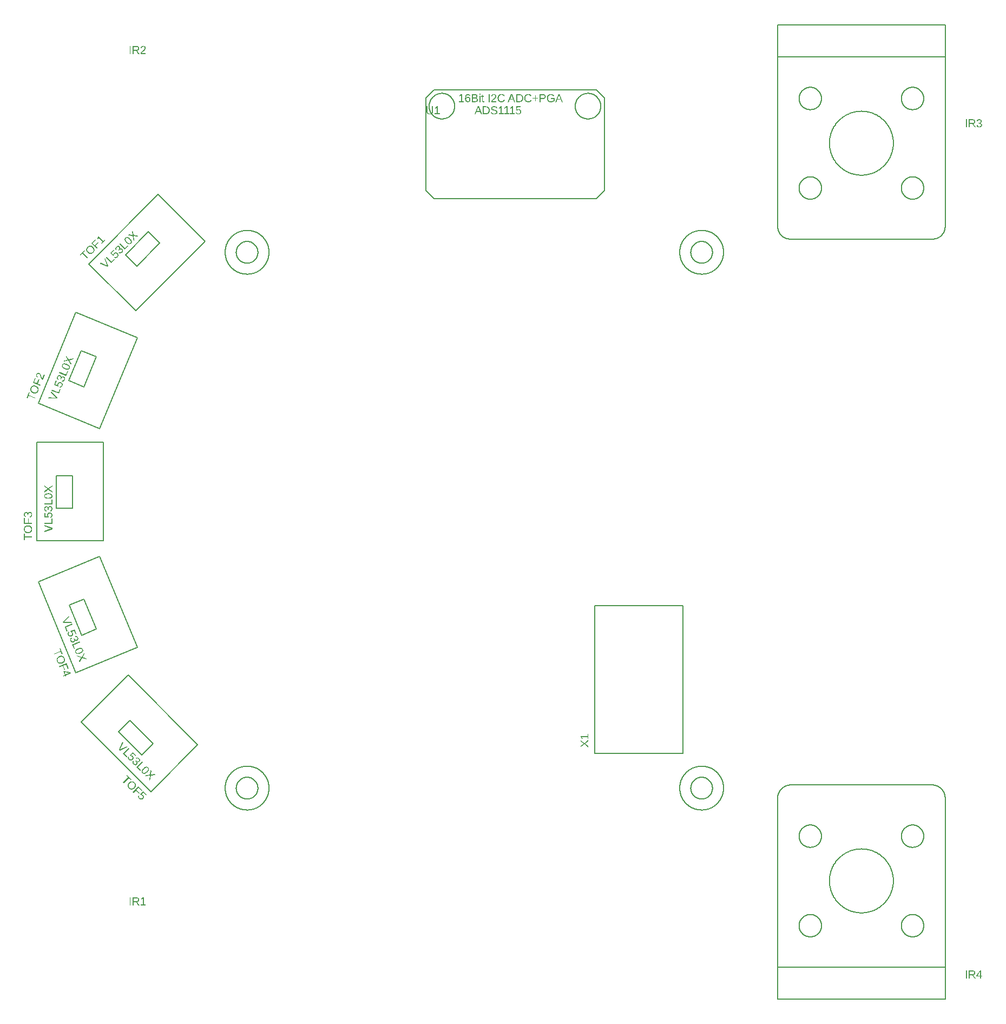
<source format=gbr>
G04 EAGLE Gerber RS-274X export*
G75*
%MOMM*%
%FSLAX34Y34*%
%LPD*%
%INSilkscreen Top*%
%IPPOS*%
%AMOC8*
5,1,8,0,0,1.08239X$1,22.5*%
G01*
G04 Define Apertures*
%ADD10C,0.127000*%
%ADD11C,0.152400*%
G36*
X864325Y343303D02*
X857914Y347997D01*
X851984Y343662D01*
X851984Y345510D01*
X856828Y348943D01*
X851984Y352280D01*
X851984Y354128D01*
X857852Y349907D01*
X864325Y354488D01*
X864325Y352640D01*
X858930Y348935D01*
X864325Y345151D01*
X864325Y343303D01*
G37*
G36*
X864325Y356204D02*
X862985Y356204D01*
X862985Y359348D01*
X853491Y359348D01*
X855479Y356563D01*
X853990Y356563D01*
X851984Y359480D01*
X851984Y360933D01*
X862985Y360933D01*
X862985Y363938D01*
X864325Y363938D01*
X864325Y356204D01*
G37*
G36*
X756206Y1352550D02*
X751590Y1352550D01*
X751590Y1364891D01*
X755672Y1364891D01*
X756058Y1364885D01*
X756433Y1364866D01*
X756797Y1364836D01*
X757150Y1364793D01*
X757492Y1364737D01*
X757822Y1364670D01*
X758141Y1364590D01*
X758449Y1364498D01*
X758746Y1364393D01*
X759032Y1364277D01*
X759306Y1364148D01*
X759569Y1364006D01*
X759822Y1363853D01*
X760063Y1363687D01*
X760292Y1363509D01*
X760511Y1363319D01*
X760717Y1363117D01*
X760910Y1362905D01*
X761090Y1362682D01*
X761256Y1362450D01*
X761409Y1362206D01*
X761549Y1361953D01*
X761675Y1361689D01*
X761788Y1361415D01*
X761888Y1361130D01*
X761975Y1360835D01*
X762048Y1360530D01*
X762108Y1360214D01*
X762154Y1359888D01*
X762188Y1359551D01*
X762208Y1359205D01*
X762214Y1358847D01*
X762203Y1358378D01*
X762168Y1357923D01*
X762110Y1357482D01*
X762028Y1357057D01*
X761923Y1356647D01*
X761796Y1356252D01*
X761644Y1355871D01*
X761470Y1355506D01*
X761274Y1355158D01*
X761059Y1354832D01*
X760824Y1354526D01*
X760570Y1354241D01*
X760296Y1353978D01*
X760003Y1353735D01*
X759691Y1353513D01*
X759359Y1353312D01*
X759011Y1353133D01*
X758650Y1352979D01*
X758275Y1352848D01*
X757888Y1352740D01*
X757487Y1352657D01*
X757073Y1352598D01*
X756646Y1352562D01*
X756206Y1352550D01*
G37*
%LPC*%
G36*
X756013Y1353890D02*
X756348Y1353899D01*
X756672Y1353927D01*
X756985Y1353974D01*
X757289Y1354039D01*
X757582Y1354123D01*
X757865Y1354225D01*
X758138Y1354346D01*
X758400Y1354486D01*
X758650Y1354643D01*
X758885Y1354816D01*
X759105Y1355006D01*
X759310Y1355213D01*
X759500Y1355435D01*
X759675Y1355675D01*
X759835Y1355930D01*
X759981Y1356202D01*
X760110Y1356489D01*
X760222Y1356788D01*
X760317Y1357100D01*
X760395Y1357424D01*
X760455Y1357761D01*
X760498Y1358111D01*
X760524Y1358473D01*
X760533Y1358847D01*
X760513Y1359404D01*
X760454Y1359927D01*
X760356Y1360415D01*
X760218Y1360870D01*
X760042Y1361290D01*
X759826Y1361676D01*
X759570Y1362028D01*
X759276Y1362346D01*
X758944Y1362629D01*
X758577Y1362873D01*
X758175Y1363080D01*
X757738Y1363250D01*
X757265Y1363381D01*
X756757Y1363475D01*
X756215Y1363532D01*
X755637Y1363551D01*
X753263Y1363551D01*
X753263Y1353890D01*
X756013Y1353890D01*
G37*
%LPD*%
G36*
X686819Y1352550D02*
X681809Y1352550D01*
X681809Y1364891D01*
X686293Y1364891D01*
X686819Y1364879D01*
X687311Y1364844D01*
X687770Y1364785D01*
X688194Y1364704D01*
X688584Y1364598D01*
X688941Y1364470D01*
X689263Y1364317D01*
X689551Y1364142D01*
X689806Y1363943D01*
X690027Y1363721D01*
X690213Y1363475D01*
X690366Y1363206D01*
X690485Y1362913D01*
X690570Y1362597D01*
X690621Y1362258D01*
X690638Y1361895D01*
X690628Y1361627D01*
X690599Y1361370D01*
X690551Y1361124D01*
X690484Y1360888D01*
X690398Y1360664D01*
X690293Y1360450D01*
X690168Y1360248D01*
X690024Y1360056D01*
X689863Y1359878D01*
X689764Y1359786D01*
X689686Y1359714D01*
X689493Y1359567D01*
X689284Y1359434D01*
X689060Y1359317D01*
X688819Y1359215D01*
X688563Y1359129D01*
X688290Y1359058D01*
X688648Y1359004D01*
X688984Y1358930D01*
X689299Y1358837D01*
X689593Y1358724D01*
X689866Y1358591D01*
X690118Y1358438D01*
X690349Y1358265D01*
X690446Y1358176D01*
X690559Y1358072D01*
X690746Y1357863D01*
X690907Y1357641D01*
X691044Y1357405D01*
X691156Y1357156D01*
X691244Y1356894D01*
X691306Y1356618D01*
X691343Y1356329D01*
X691356Y1356027D01*
X691337Y1355627D01*
X691281Y1355250D01*
X691187Y1354895D01*
X691056Y1354563D01*
X690887Y1354255D01*
X690681Y1353969D01*
X690437Y1353706D01*
X690156Y1353465D01*
X689841Y1353251D01*
X689497Y1353065D01*
X689124Y1352908D01*
X688722Y1352779D01*
X688290Y1352679D01*
X687829Y1352607D01*
X687338Y1352564D01*
X686819Y1352550D01*
G37*
%LPC*%
G36*
X686731Y1353890D02*
X687101Y1353899D01*
X687446Y1353926D01*
X687764Y1353970D01*
X688056Y1354032D01*
X688322Y1354112D01*
X688562Y1354210D01*
X688776Y1354326D01*
X688965Y1354459D01*
X689129Y1354610D01*
X689271Y1354779D01*
X689392Y1354965D01*
X689490Y1355169D01*
X689567Y1355390D01*
X689622Y1355629D01*
X689654Y1355885D01*
X689665Y1356159D01*
X689653Y1356423D01*
X689617Y1356670D01*
X689558Y1356900D01*
X689474Y1357113D01*
X689366Y1357309D01*
X689234Y1357487D01*
X689079Y1357649D01*
X688899Y1357794D01*
X688695Y1357922D01*
X688468Y1358033D01*
X688216Y1358126D01*
X687941Y1358203D01*
X687642Y1358263D01*
X687318Y1358305D01*
X686971Y1358331D01*
X686600Y1358339D01*
X683482Y1358339D01*
X683482Y1353890D01*
X686731Y1353890D01*
G37*
G36*
X686293Y1359644D02*
X686618Y1359652D01*
X686921Y1359676D01*
X687203Y1359715D01*
X687464Y1359770D01*
X687703Y1359841D01*
X687922Y1359928D01*
X688119Y1360030D01*
X688295Y1360148D01*
X688450Y1360282D01*
X688584Y1360434D01*
X688698Y1360601D01*
X688791Y1360786D01*
X688863Y1360988D01*
X688915Y1361206D01*
X688946Y1361442D01*
X688956Y1361694D01*
X688945Y1361935D01*
X688913Y1362158D01*
X688860Y1362363D01*
X688785Y1362550D01*
X688689Y1362720D01*
X688572Y1362871D01*
X688433Y1363005D01*
X688273Y1363122D01*
X688092Y1363222D01*
X687893Y1363309D01*
X687674Y1363383D01*
X687436Y1363443D01*
X687179Y1363490D01*
X686903Y1363524D01*
X686608Y1363544D01*
X686293Y1363551D01*
X683482Y1363551D01*
X683482Y1359644D01*
X686293Y1359644D01*
G37*
%LPD*%
G36*
X789638Y1352550D02*
X787965Y1352550D01*
X787965Y1364891D01*
X793159Y1364891D01*
X793663Y1364876D01*
X794138Y1364830D01*
X794584Y1364754D01*
X795000Y1364648D01*
X795388Y1364511D01*
X795746Y1364344D01*
X796074Y1364146D01*
X796373Y1363919D01*
X796640Y1363663D01*
X796872Y1363383D01*
X797067Y1363077D01*
X797227Y1362747D01*
X797352Y1362392D01*
X797441Y1362012D01*
X797494Y1361607D01*
X797512Y1361177D01*
X797494Y1360750D01*
X797441Y1360346D01*
X797351Y1359964D01*
X797226Y1359605D01*
X797066Y1359268D01*
X796869Y1358954D01*
X796637Y1358662D01*
X796369Y1358392D01*
X796070Y1358150D01*
X795746Y1357940D01*
X795397Y1357762D01*
X795021Y1357617D01*
X794620Y1357504D01*
X794194Y1357423D01*
X793742Y1357375D01*
X793264Y1357358D01*
X789638Y1357358D01*
X789638Y1352550D01*
G37*
%LPC*%
G36*
X793028Y1358681D02*
X793367Y1358691D01*
X793685Y1358720D01*
X793980Y1358768D01*
X794254Y1358836D01*
X794506Y1358923D01*
X794736Y1359030D01*
X794944Y1359155D01*
X795130Y1359301D01*
X795294Y1359465D01*
X795436Y1359649D01*
X795557Y1359853D01*
X795655Y1360075D01*
X795732Y1360317D01*
X795787Y1360579D01*
X795819Y1360859D01*
X795830Y1361160D01*
X795819Y1361449D01*
X795785Y1361720D01*
X795729Y1361972D01*
X795651Y1362206D01*
X795550Y1362421D01*
X795426Y1362617D01*
X795280Y1362794D01*
X795112Y1362953D01*
X794921Y1363093D01*
X794708Y1363214D01*
X794473Y1363317D01*
X794214Y1363401D01*
X793934Y1363467D01*
X793631Y1363513D01*
X793305Y1363541D01*
X792958Y1363551D01*
X789638Y1363551D01*
X789638Y1358681D01*
X793028Y1358681D01*
G37*
%LPD*%
G36*
X675571Y1352375D02*
X675315Y1352381D01*
X675066Y1352399D01*
X674590Y1352472D01*
X674146Y1352593D01*
X673732Y1352762D01*
X673349Y1352980D01*
X672996Y1353247D01*
X672674Y1353562D01*
X672383Y1353925D01*
X672125Y1354335D01*
X671900Y1354788D01*
X671711Y1355286D01*
X671556Y1355828D01*
X671435Y1356414D01*
X671349Y1357044D01*
X671297Y1357718D01*
X671280Y1358436D01*
X671298Y1359214D01*
X671351Y1359945D01*
X671441Y1360631D01*
X671566Y1361269D01*
X671728Y1361861D01*
X671925Y1362407D01*
X672158Y1362906D01*
X672427Y1363358D01*
X672729Y1363760D01*
X673061Y1364109D01*
X673424Y1364404D01*
X673817Y1364646D01*
X674241Y1364833D01*
X674464Y1364907D01*
X674695Y1364967D01*
X674933Y1365014D01*
X675179Y1365048D01*
X675433Y1365068D01*
X675694Y1365075D01*
X676035Y1365065D01*
X676360Y1365035D01*
X676669Y1364986D01*
X676962Y1364918D01*
X677238Y1364829D01*
X677499Y1364721D01*
X677743Y1364594D01*
X677971Y1364446D01*
X678183Y1364279D01*
X678379Y1364093D01*
X678559Y1363887D01*
X678722Y1363661D01*
X678870Y1363415D01*
X679001Y1363150D01*
X679116Y1362865D01*
X679215Y1362561D01*
X677708Y1362290D01*
X677575Y1362643D01*
X677407Y1362949D01*
X677205Y1363208D01*
X676968Y1363419D01*
X676697Y1363584D01*
X676391Y1363702D01*
X676051Y1363772D01*
X675676Y1363796D01*
X675349Y1363776D01*
X675040Y1363717D01*
X674750Y1363619D01*
X674480Y1363482D01*
X674228Y1363305D01*
X673996Y1363089D01*
X673782Y1362834D01*
X673588Y1362539D01*
X673414Y1362207D01*
X673264Y1361840D01*
X673137Y1361438D01*
X673032Y1361001D01*
X672951Y1360528D01*
X672894Y1360021D01*
X672859Y1359478D01*
X672847Y1358900D01*
X673084Y1359275D01*
X673364Y1359602D01*
X673688Y1359881D01*
X674056Y1360113D01*
X674460Y1360295D01*
X674893Y1360425D01*
X675119Y1360471D01*
X675353Y1360503D01*
X675595Y1360523D01*
X675843Y1360529D01*
X676259Y1360512D01*
X676653Y1360462D01*
X677025Y1360379D01*
X677374Y1360262D01*
X677702Y1360112D01*
X678008Y1359928D01*
X678292Y1359711D01*
X678554Y1359460D01*
X678789Y1359182D01*
X678992Y1358880D01*
X679165Y1358556D01*
X679306Y1358208D01*
X679415Y1357837D01*
X679494Y1357444D01*
X679541Y1357027D01*
X679556Y1356588D01*
X679540Y1356112D01*
X679490Y1355663D01*
X679407Y1355239D01*
X679292Y1354840D01*
X679142Y1354468D01*
X678960Y1354121D01*
X678745Y1353800D01*
X678497Y1353505D01*
X678219Y1353240D01*
X677916Y1353010D01*
X677589Y1352816D01*
X677235Y1352657D01*
X676857Y1352534D01*
X676454Y1352445D01*
X676025Y1352393D01*
X675571Y1352375D01*
G37*
%LPC*%
G36*
X675519Y1353645D02*
X675796Y1353657D01*
X676057Y1353693D01*
X676304Y1353753D01*
X676535Y1353836D01*
X676750Y1353944D01*
X676951Y1354076D01*
X677136Y1354232D01*
X677306Y1354411D01*
X677457Y1354612D01*
X677589Y1354830D01*
X677700Y1355067D01*
X677792Y1355321D01*
X677863Y1355593D01*
X677913Y1355883D01*
X677944Y1356192D01*
X677954Y1356518D01*
X677943Y1356843D01*
X677913Y1357149D01*
X677861Y1357436D01*
X677789Y1357704D01*
X677697Y1357953D01*
X677584Y1358183D01*
X677451Y1358393D01*
X677297Y1358585D01*
X677124Y1358755D01*
X676936Y1358903D01*
X676731Y1359028D01*
X676511Y1359130D01*
X676274Y1359209D01*
X676021Y1359266D01*
X675752Y1359300D01*
X675466Y1359312D01*
X675197Y1359302D01*
X674941Y1359271D01*
X674698Y1359221D01*
X674469Y1359151D01*
X674253Y1359060D01*
X674050Y1358949D01*
X673860Y1358819D01*
X673684Y1358668D01*
X673525Y1358499D01*
X673387Y1358316D01*
X673270Y1358117D01*
X673175Y1357903D01*
X673101Y1357673D01*
X673047Y1357429D01*
X673016Y1357169D01*
X673005Y1356894D01*
X673016Y1356545D01*
X673049Y1356213D01*
X673104Y1355896D01*
X673181Y1355596D01*
X673280Y1355312D01*
X673402Y1355043D01*
X673545Y1354792D01*
X673710Y1354556D01*
X673893Y1354342D01*
X674088Y1354157D01*
X674295Y1354001D01*
X674515Y1353873D01*
X674747Y1353773D01*
X674992Y1353702D01*
X675249Y1353659D01*
X675519Y1353645D01*
G37*
%LPD*%
G36*
X739919Y1352550D02*
X738185Y1352550D01*
X743221Y1364891D01*
X745122Y1364891D01*
X750079Y1352550D01*
X748371Y1352550D01*
X746961Y1356159D01*
X741338Y1356159D01*
X739919Y1352550D01*
G37*
%LPC*%
G36*
X746462Y1357464D02*
X744877Y1361536D01*
X744631Y1362180D01*
X744386Y1362903D01*
X744150Y1363630D01*
X744071Y1363384D01*
X743799Y1362554D01*
X743423Y1361519D01*
X741846Y1357464D01*
X746462Y1357464D01*
G37*
%LPD*%
G36*
X814200Y1352550D02*
X812466Y1352550D01*
X817502Y1364891D01*
X819403Y1364891D01*
X824360Y1352550D01*
X822652Y1352550D01*
X821242Y1356159D01*
X815619Y1356159D01*
X814200Y1352550D01*
G37*
%LPC*%
G36*
X820743Y1357464D02*
X819158Y1361536D01*
X818913Y1362180D01*
X818667Y1362903D01*
X818431Y1363630D01*
X818352Y1363384D01*
X818081Y1362554D01*
X817704Y1361519D01*
X816127Y1357464D01*
X820743Y1357464D01*
G37*
%LPD*%
G36*
X805583Y1352375D02*
X805108Y1352387D01*
X804649Y1352423D01*
X804207Y1352483D01*
X803781Y1352568D01*
X803372Y1352676D01*
X802980Y1352808D01*
X802605Y1352965D01*
X802246Y1353146D01*
X801906Y1353349D01*
X801587Y1353573D01*
X801288Y1353819D01*
X801010Y1354086D01*
X800753Y1354374D01*
X800516Y1354684D01*
X800300Y1355014D01*
X800105Y1355366D01*
X799931Y1355736D01*
X799781Y1356123D01*
X799654Y1356525D01*
X799550Y1356944D01*
X799469Y1357378D01*
X799411Y1357828D01*
X799376Y1358295D01*
X799365Y1358777D01*
X799371Y1359148D01*
X799390Y1359507D01*
X799421Y1359856D01*
X799465Y1360195D01*
X799522Y1360522D01*
X799591Y1360840D01*
X799673Y1361146D01*
X799768Y1361442D01*
X799875Y1361727D01*
X799994Y1362002D01*
X800126Y1362266D01*
X800271Y1362520D01*
X800429Y1362763D01*
X800598Y1362995D01*
X800976Y1363428D01*
X801399Y1363814D01*
X801626Y1363988D01*
X801864Y1364149D01*
X802111Y1364296D01*
X802368Y1364432D01*
X802636Y1364554D01*
X802914Y1364663D01*
X803202Y1364760D01*
X803500Y1364843D01*
X803809Y1364914D01*
X804128Y1364972D01*
X804457Y1365017D01*
X804796Y1365049D01*
X805145Y1365068D01*
X805504Y1365075D01*
X806005Y1365064D01*
X806481Y1365031D01*
X806933Y1364977D01*
X807361Y1364902D01*
X807765Y1364804D01*
X808145Y1364686D01*
X808501Y1364545D01*
X808833Y1364383D01*
X809143Y1364197D01*
X809435Y1363985D01*
X809709Y1363747D01*
X809965Y1363483D01*
X810202Y1363193D01*
X810421Y1362877D01*
X810621Y1362535D01*
X810803Y1362167D01*
X809209Y1361694D01*
X809072Y1361948D01*
X808922Y1362184D01*
X808759Y1362402D01*
X808584Y1362603D01*
X808397Y1362785D01*
X808197Y1362950D01*
X807984Y1363097D01*
X807760Y1363227D01*
X807522Y1363340D01*
X807269Y1363437D01*
X807003Y1363520D01*
X806723Y1363588D01*
X806428Y1363641D01*
X806120Y1363678D01*
X805797Y1363701D01*
X805461Y1363708D01*
X804942Y1363688D01*
X804455Y1363628D01*
X803999Y1363527D01*
X803575Y1363385D01*
X803183Y1363204D01*
X802822Y1362982D01*
X802492Y1362719D01*
X802194Y1362417D01*
X801929Y1362077D01*
X801699Y1361705D01*
X801505Y1361299D01*
X801346Y1360861D01*
X801223Y1360389D01*
X801134Y1359885D01*
X801081Y1359348D01*
X801064Y1358777D01*
X801083Y1358208D01*
X801139Y1357670D01*
X801233Y1357162D01*
X801364Y1356685D01*
X801533Y1356239D01*
X801739Y1355824D01*
X801982Y1355439D01*
X802264Y1355086D01*
X802578Y1354768D01*
X802921Y1354494D01*
X803293Y1354261D01*
X803694Y1354071D01*
X804123Y1353923D01*
X804581Y1353817D01*
X805068Y1353754D01*
X805583Y1353732D01*
X806177Y1353755D01*
X806751Y1353824D01*
X807305Y1353939D01*
X807839Y1354100D01*
X808337Y1354301D01*
X808786Y1354534D01*
X809184Y1354800D01*
X809533Y1355099D01*
X809533Y1357323D01*
X805846Y1357323D01*
X805846Y1358725D01*
X811075Y1358725D01*
X811075Y1354468D01*
X810823Y1354226D01*
X810557Y1353997D01*
X810277Y1353783D01*
X809983Y1353582D01*
X809676Y1353396D01*
X809355Y1353224D01*
X809019Y1353066D01*
X808671Y1352922D01*
X808311Y1352794D01*
X807944Y1352683D01*
X807569Y1352589D01*
X807187Y1352512D01*
X806797Y1352452D01*
X806400Y1352409D01*
X805995Y1352383D01*
X805583Y1352375D01*
G37*
G36*
X728141Y1352375D02*
X727682Y1352387D01*
X727239Y1352423D01*
X726812Y1352484D01*
X726401Y1352569D01*
X726005Y1352678D01*
X725625Y1352811D01*
X725261Y1352968D01*
X724913Y1353150D01*
X724583Y1353354D01*
X724273Y1353579D01*
X723983Y1353825D01*
X723713Y1354092D01*
X723464Y1354379D01*
X723235Y1354687D01*
X723026Y1355016D01*
X722837Y1355366D01*
X722670Y1355734D01*
X722525Y1356119D01*
X722402Y1356521D01*
X722302Y1356939D01*
X722224Y1357374D01*
X722168Y1357825D01*
X722135Y1358293D01*
X722123Y1358777D01*
X722130Y1359141D01*
X722148Y1359495D01*
X722179Y1359839D01*
X722223Y1360173D01*
X722279Y1360497D01*
X722348Y1360811D01*
X722429Y1361115D01*
X722522Y1361409D01*
X722628Y1361693D01*
X722746Y1361967D01*
X723020Y1362485D01*
X723344Y1362964D01*
X723717Y1363402D01*
X724135Y1363794D01*
X724591Y1364134D01*
X724833Y1364284D01*
X725085Y1364421D01*
X725347Y1364545D01*
X725618Y1364656D01*
X725899Y1364755D01*
X726189Y1364839D01*
X726489Y1364911D01*
X726798Y1364970D01*
X727117Y1365016D01*
X727446Y1365049D01*
X727784Y1365068D01*
X728132Y1365075D01*
X728614Y1365063D01*
X729077Y1365027D01*
X729519Y1364966D01*
X729940Y1364882D01*
X730342Y1364774D01*
X730723Y1364641D01*
X731084Y1364485D01*
X731425Y1364304D01*
X731745Y1364100D01*
X732042Y1363872D01*
X732318Y1363621D01*
X732572Y1363347D01*
X732804Y1363050D01*
X733015Y1362729D01*
X733203Y1362385D01*
X733369Y1362018D01*
X731784Y1361492D01*
X731669Y1361754D01*
X731537Y1361999D01*
X731389Y1362229D01*
X731225Y1362443D01*
X731044Y1362641D01*
X730847Y1362823D01*
X730634Y1362989D01*
X730405Y1363139D01*
X730161Y1363273D01*
X729907Y1363388D01*
X729642Y1363486D01*
X729366Y1363566D01*
X729078Y1363628D01*
X728780Y1363673D01*
X728470Y1363699D01*
X728149Y1363708D01*
X727651Y1363688D01*
X727181Y1363626D01*
X726740Y1363523D01*
X726327Y1363379D01*
X725943Y1363193D01*
X725587Y1362967D01*
X725260Y1362699D01*
X724961Y1362390D01*
X724694Y1362045D01*
X724463Y1361670D01*
X724267Y1361264D01*
X724107Y1360828D01*
X723983Y1360361D01*
X723894Y1359864D01*
X723840Y1359336D01*
X723823Y1358777D01*
X723841Y1358224D01*
X723897Y1357699D01*
X723989Y1357201D01*
X724119Y1356731D01*
X724286Y1356289D01*
X724490Y1355875D01*
X724731Y1355488D01*
X725009Y1355129D01*
X725319Y1354806D01*
X725655Y1354526D01*
X726017Y1354289D01*
X726405Y1354095D01*
X726820Y1353944D01*
X727260Y1353836D01*
X727727Y1353771D01*
X728219Y1353750D01*
X728538Y1353760D01*
X728847Y1353790D01*
X729146Y1353840D01*
X729435Y1353910D01*
X729714Y1354001D01*
X729983Y1354111D01*
X730241Y1354241D01*
X730490Y1354391D01*
X730729Y1354562D01*
X730957Y1354752D01*
X731176Y1354963D01*
X731384Y1355193D01*
X731582Y1355444D01*
X731771Y1355715D01*
X731949Y1356005D01*
X732117Y1356316D01*
X733483Y1355633D01*
X733283Y1355246D01*
X733064Y1354884D01*
X732825Y1354545D01*
X732567Y1354229D01*
X732290Y1353938D01*
X731993Y1353671D01*
X731677Y1353427D01*
X731342Y1353207D01*
X730990Y1353012D01*
X730624Y1352843D01*
X730245Y1352700D01*
X729852Y1352583D01*
X729445Y1352492D01*
X729024Y1352427D01*
X728589Y1352388D01*
X728141Y1352375D01*
G37*
G36*
X770016Y1352375D02*
X769557Y1352387D01*
X769114Y1352423D01*
X768687Y1352484D01*
X768276Y1352569D01*
X767880Y1352678D01*
X767500Y1352811D01*
X767136Y1352968D01*
X766788Y1353150D01*
X766458Y1353354D01*
X766148Y1353579D01*
X765858Y1353825D01*
X765588Y1354092D01*
X765339Y1354379D01*
X765110Y1354687D01*
X764901Y1355016D01*
X764712Y1355366D01*
X764545Y1355734D01*
X764400Y1356119D01*
X764277Y1356521D01*
X764177Y1356939D01*
X764099Y1357374D01*
X764043Y1357825D01*
X764010Y1358293D01*
X763998Y1358777D01*
X764005Y1359141D01*
X764023Y1359495D01*
X764054Y1359839D01*
X764098Y1360173D01*
X764154Y1360497D01*
X764223Y1360811D01*
X764304Y1361115D01*
X764397Y1361409D01*
X764503Y1361693D01*
X764621Y1361967D01*
X764895Y1362485D01*
X765219Y1362964D01*
X765592Y1363402D01*
X766010Y1363794D01*
X766466Y1364134D01*
X766708Y1364284D01*
X766960Y1364421D01*
X767222Y1364545D01*
X767493Y1364656D01*
X767774Y1364755D01*
X768064Y1364839D01*
X768364Y1364911D01*
X768673Y1364970D01*
X768992Y1365016D01*
X769321Y1365049D01*
X769659Y1365068D01*
X770007Y1365075D01*
X770489Y1365063D01*
X770952Y1365027D01*
X771394Y1364966D01*
X771815Y1364882D01*
X772217Y1364774D01*
X772598Y1364641D01*
X772959Y1364485D01*
X773300Y1364304D01*
X773620Y1364100D01*
X773917Y1363872D01*
X774193Y1363621D01*
X774447Y1363347D01*
X774679Y1363050D01*
X774890Y1362729D01*
X775078Y1362385D01*
X775244Y1362018D01*
X773659Y1361492D01*
X773544Y1361754D01*
X773412Y1361999D01*
X773264Y1362229D01*
X773100Y1362443D01*
X772919Y1362641D01*
X772722Y1362823D01*
X772509Y1362989D01*
X772280Y1363139D01*
X772036Y1363273D01*
X771782Y1363388D01*
X771517Y1363486D01*
X771241Y1363566D01*
X770953Y1363628D01*
X770655Y1363673D01*
X770345Y1363699D01*
X770024Y1363708D01*
X769526Y1363688D01*
X769056Y1363626D01*
X768615Y1363523D01*
X768202Y1363379D01*
X767818Y1363193D01*
X767462Y1362967D01*
X767135Y1362699D01*
X766836Y1362390D01*
X766569Y1362045D01*
X766338Y1361670D01*
X766142Y1361264D01*
X765982Y1360828D01*
X765858Y1360361D01*
X765769Y1359864D01*
X765715Y1359336D01*
X765698Y1358777D01*
X765716Y1358224D01*
X765772Y1357699D01*
X765864Y1357201D01*
X765994Y1356731D01*
X766161Y1356289D01*
X766365Y1355875D01*
X766606Y1355488D01*
X766884Y1355129D01*
X767194Y1354806D01*
X767530Y1354526D01*
X767892Y1354289D01*
X768280Y1354095D01*
X768695Y1353944D01*
X769135Y1353836D01*
X769602Y1353771D01*
X770094Y1353750D01*
X770413Y1353760D01*
X770722Y1353790D01*
X771021Y1353840D01*
X771310Y1353910D01*
X771589Y1354001D01*
X771858Y1354111D01*
X772116Y1354241D01*
X772365Y1354391D01*
X772604Y1354562D01*
X772832Y1354752D01*
X773051Y1354963D01*
X773259Y1355193D01*
X773457Y1355444D01*
X773646Y1355715D01*
X773824Y1356005D01*
X773992Y1356316D01*
X775358Y1355633D01*
X775158Y1355246D01*
X774939Y1354884D01*
X774700Y1354545D01*
X774442Y1354229D01*
X774165Y1353938D01*
X773868Y1353671D01*
X773552Y1353427D01*
X773217Y1353207D01*
X772865Y1353012D01*
X772499Y1352843D01*
X772120Y1352700D01*
X771727Y1352583D01*
X771320Y1352492D01*
X770899Y1352427D01*
X770464Y1352388D01*
X770016Y1352375D01*
G37*
G36*
X720318Y1352550D02*
X712146Y1352550D01*
X712146Y1353662D01*
X712382Y1354160D01*
X712642Y1354627D01*
X712927Y1355064D01*
X713236Y1355471D01*
X713562Y1355854D01*
X713896Y1356218D01*
X714239Y1356563D01*
X714590Y1356890D01*
X715296Y1357502D01*
X715995Y1358068D01*
X716658Y1358611D01*
X717252Y1359154D01*
X717519Y1359429D01*
X717759Y1359710D01*
X717972Y1359998D01*
X718159Y1360293D01*
X718310Y1360600D01*
X718418Y1360928D01*
X718483Y1361275D01*
X718505Y1361641D01*
X718495Y1361888D01*
X718467Y1362121D01*
X718421Y1362339D01*
X718356Y1362543D01*
X718272Y1362733D01*
X718170Y1362909D01*
X718049Y1363071D01*
X717909Y1363218D01*
X717753Y1363349D01*
X717582Y1363463D01*
X717397Y1363559D01*
X717197Y1363638D01*
X716983Y1363700D01*
X716755Y1363743D01*
X716511Y1363770D01*
X716254Y1363778D01*
X716007Y1363770D01*
X715772Y1363744D01*
X715548Y1363701D01*
X715335Y1363642D01*
X715133Y1363565D01*
X714942Y1363471D01*
X714763Y1363359D01*
X714594Y1363231D01*
X714439Y1363087D01*
X714301Y1362930D01*
X714180Y1362758D01*
X714076Y1362573D01*
X713989Y1362374D01*
X713918Y1362161D01*
X713864Y1361934D01*
X713828Y1361694D01*
X712216Y1361843D01*
X712274Y1362203D01*
X712360Y1362545D01*
X712475Y1362868D01*
X712618Y1363172D01*
X712789Y1363457D01*
X712989Y1363723D01*
X713217Y1363970D01*
X713473Y1364199D01*
X713753Y1364404D01*
X714052Y1364582D01*
X714371Y1364733D01*
X714709Y1364856D01*
X715066Y1364952D01*
X715443Y1365020D01*
X715838Y1365061D01*
X716254Y1365075D01*
X716707Y1365061D01*
X717133Y1365020D01*
X717531Y1364951D01*
X717904Y1364855D01*
X718249Y1364731D01*
X718567Y1364580D01*
X718858Y1364401D01*
X719122Y1364194D01*
X719357Y1363963D01*
X719561Y1363708D01*
X719733Y1363430D01*
X719874Y1363129D01*
X719984Y1362805D01*
X720062Y1362458D01*
X720109Y1362087D01*
X720125Y1361694D01*
X720104Y1361335D01*
X720043Y1360978D01*
X719940Y1360622D01*
X719796Y1360266D01*
X719612Y1359912D01*
X719388Y1359557D01*
X719124Y1359202D01*
X718820Y1358847D01*
X718422Y1358444D01*
X717876Y1357943D01*
X717183Y1357345D01*
X716341Y1356649D01*
X715863Y1356247D01*
X715437Y1355866D01*
X715062Y1355505D01*
X714738Y1355164D01*
X714461Y1354837D01*
X714226Y1354515D01*
X714032Y1354200D01*
X713880Y1353890D01*
X720318Y1353890D01*
X720318Y1352550D01*
G37*
G36*
X669500Y1352550D02*
X661766Y1352550D01*
X661766Y1353890D01*
X664911Y1353890D01*
X664911Y1363384D01*
X662125Y1361396D01*
X662125Y1362885D01*
X665042Y1364891D01*
X666496Y1364891D01*
X666496Y1353890D01*
X669500Y1353890D01*
X669500Y1352550D01*
G37*
G36*
X699533Y1352410D02*
X699304Y1352418D01*
X699090Y1352443D01*
X698890Y1352485D01*
X698705Y1352544D01*
X698536Y1352619D01*
X698380Y1352712D01*
X698240Y1352821D01*
X698114Y1352946D01*
X698003Y1353089D01*
X697907Y1353248D01*
X697826Y1353424D01*
X697760Y1353617D01*
X697708Y1353826D01*
X697671Y1354053D01*
X697649Y1354296D01*
X697641Y1354556D01*
X697641Y1360879D01*
X696547Y1360879D01*
X696547Y1362027D01*
X697703Y1362027D01*
X698167Y1364146D01*
X699218Y1364146D01*
X699218Y1362027D01*
X700970Y1362027D01*
X700970Y1360879D01*
X699218Y1360879D01*
X699218Y1354897D01*
X699232Y1354581D01*
X699274Y1354316D01*
X699344Y1354102D01*
X699441Y1353938D01*
X699573Y1353818D01*
X699747Y1353731D01*
X699961Y1353680D01*
X700216Y1353662D01*
X700602Y1353693D01*
X701127Y1353785D01*
X701127Y1352620D01*
X700735Y1352528D01*
X700339Y1352462D01*
X699938Y1352423D01*
X699533Y1352410D01*
G37*
G36*
X781902Y1354127D02*
X780614Y1354127D01*
X780614Y1357875D01*
X776901Y1357875D01*
X776901Y1359154D01*
X780614Y1359154D01*
X780614Y1362903D01*
X781902Y1362903D01*
X781902Y1359154D01*
X785616Y1359154D01*
X785616Y1357875D01*
X781902Y1357875D01*
X781902Y1354127D01*
G37*
G36*
X709572Y1352550D02*
X707899Y1352550D01*
X707899Y1364891D01*
X709572Y1364891D01*
X709572Y1352550D01*
G37*
G36*
X695083Y1352550D02*
X693506Y1352550D01*
X693506Y1362027D01*
X695083Y1362027D01*
X695083Y1352550D01*
G37*
G36*
X695083Y1364041D02*
X693506Y1364041D01*
X693506Y1365548D01*
X695083Y1365548D01*
X695083Y1364041D01*
G37*
G36*
X703825Y1333500D02*
X699209Y1333500D01*
X699209Y1345841D01*
X703290Y1345841D01*
X703677Y1345835D01*
X704052Y1345816D01*
X704416Y1345786D01*
X704769Y1345743D01*
X705110Y1345687D01*
X705441Y1345620D01*
X705760Y1345540D01*
X706068Y1345448D01*
X706365Y1345343D01*
X706650Y1345227D01*
X706925Y1345098D01*
X707188Y1344956D01*
X707440Y1344803D01*
X707681Y1344637D01*
X707911Y1344459D01*
X708130Y1344269D01*
X708336Y1344067D01*
X708529Y1343855D01*
X708708Y1343632D01*
X708875Y1343400D01*
X709028Y1343156D01*
X709168Y1342903D01*
X709294Y1342639D01*
X709407Y1342365D01*
X709507Y1342080D01*
X709593Y1341785D01*
X709667Y1341480D01*
X709727Y1341164D01*
X709773Y1340838D01*
X709806Y1340501D01*
X709826Y1340155D01*
X709833Y1339797D01*
X709821Y1339328D01*
X709787Y1338873D01*
X709728Y1338432D01*
X709647Y1338007D01*
X709542Y1337597D01*
X709414Y1337202D01*
X709263Y1336821D01*
X709089Y1336456D01*
X708893Y1336108D01*
X708677Y1335782D01*
X708443Y1335476D01*
X708189Y1335191D01*
X707915Y1334928D01*
X707622Y1334685D01*
X707310Y1334463D01*
X706978Y1334262D01*
X706630Y1334083D01*
X706268Y1333929D01*
X705894Y1333798D01*
X705506Y1333690D01*
X705106Y1333607D01*
X704692Y1333548D01*
X704265Y1333512D01*
X703825Y1333500D01*
G37*
%LPC*%
G36*
X703632Y1334840D02*
X703966Y1334849D01*
X704290Y1334877D01*
X704604Y1334924D01*
X704907Y1334989D01*
X705201Y1335073D01*
X705484Y1335175D01*
X705756Y1335296D01*
X706019Y1335436D01*
X706269Y1335593D01*
X706503Y1335766D01*
X706723Y1335956D01*
X706928Y1336163D01*
X707119Y1336385D01*
X707294Y1336625D01*
X707454Y1336880D01*
X707600Y1337152D01*
X707729Y1337439D01*
X707841Y1337738D01*
X707936Y1338050D01*
X708013Y1338374D01*
X708074Y1338711D01*
X708117Y1339061D01*
X708143Y1339423D01*
X708151Y1339797D01*
X708132Y1340354D01*
X708073Y1340877D01*
X707975Y1341365D01*
X707837Y1341820D01*
X707660Y1342240D01*
X707444Y1342626D01*
X707189Y1342978D01*
X706895Y1343296D01*
X706563Y1343579D01*
X706196Y1343823D01*
X705794Y1344030D01*
X705356Y1344200D01*
X704884Y1344331D01*
X704376Y1344425D01*
X703833Y1344482D01*
X703255Y1344501D01*
X700882Y1344501D01*
X700882Y1334840D01*
X703632Y1334840D01*
G37*
%LPD*%
G36*
X687569Y1333500D02*
X685835Y1333500D01*
X690871Y1345841D01*
X692772Y1345841D01*
X697729Y1333500D01*
X696021Y1333500D01*
X694611Y1337109D01*
X688988Y1337109D01*
X687569Y1333500D01*
G37*
%LPC*%
G36*
X694112Y1338414D02*
X692527Y1342486D01*
X692281Y1343130D01*
X692036Y1343853D01*
X691800Y1344580D01*
X691721Y1344334D01*
X691449Y1343504D01*
X691073Y1342469D01*
X689496Y1338414D01*
X694112Y1338414D01*
G37*
%LPD*%
G36*
X716750Y1333325D02*
X716201Y1333337D01*
X715681Y1333374D01*
X715191Y1333435D01*
X714731Y1333521D01*
X714301Y1333631D01*
X713900Y1333766D01*
X713529Y1333925D01*
X713187Y1334109D01*
X712875Y1334317D01*
X712593Y1334550D01*
X712340Y1334807D01*
X712117Y1335089D01*
X711923Y1335395D01*
X711760Y1335725D01*
X711625Y1336081D01*
X711521Y1336460D01*
X713141Y1336784D01*
X713221Y1336516D01*
X713321Y1336265D01*
X713440Y1336033D01*
X713579Y1335820D01*
X713738Y1335625D01*
X713916Y1335449D01*
X714114Y1335291D01*
X714332Y1335151D01*
X714570Y1335029D01*
X714829Y1334923D01*
X715108Y1334833D01*
X715407Y1334760D01*
X715727Y1334703D01*
X716068Y1334662D01*
X716429Y1334638D01*
X716811Y1334630D01*
X717204Y1334639D01*
X717575Y1334665D01*
X717922Y1334708D01*
X718246Y1334769D01*
X718547Y1334847D01*
X718825Y1334943D01*
X719080Y1335056D01*
X719312Y1335186D01*
X719518Y1335333D01*
X719697Y1335497D01*
X719848Y1335676D01*
X719972Y1335872D01*
X720068Y1336085D01*
X720137Y1336313D01*
X720178Y1336558D01*
X720192Y1336819D01*
X720175Y1337107D01*
X720123Y1337367D01*
X720037Y1337598D01*
X719916Y1337800D01*
X719764Y1337981D01*
X719584Y1338144D01*
X719376Y1338291D01*
X719141Y1338422D01*
X718879Y1338540D01*
X718593Y1338648D01*
X718283Y1338746D01*
X717950Y1338834D01*
X716417Y1339193D01*
X715730Y1339355D01*
X715130Y1339517D01*
X714619Y1339679D01*
X714197Y1339841D01*
X713838Y1340008D01*
X713519Y1340184D01*
X713240Y1340369D01*
X713001Y1340564D01*
X712795Y1340772D01*
X712615Y1340996D01*
X712460Y1341238D01*
X712331Y1341497D01*
X712229Y1341774D01*
X712157Y1342070D01*
X712113Y1342387D01*
X712099Y1342723D01*
X712118Y1343108D01*
X712175Y1343470D01*
X712269Y1343809D01*
X712402Y1344126D01*
X712573Y1344420D01*
X712781Y1344692D01*
X713028Y1344940D01*
X713312Y1345166D01*
X713632Y1345368D01*
X713984Y1345542D01*
X714369Y1345689D01*
X714787Y1345810D01*
X715237Y1345904D01*
X715720Y1345971D01*
X716236Y1346011D01*
X716785Y1346025D01*
X717295Y1346015D01*
X717774Y1345984D01*
X718222Y1345934D01*
X718639Y1345864D01*
X719026Y1345773D01*
X719381Y1345663D01*
X719706Y1345532D01*
X719999Y1345381D01*
X720267Y1345206D01*
X720514Y1345002D01*
X720740Y1344771D01*
X720945Y1344511D01*
X721129Y1344222D01*
X721293Y1343905D01*
X721436Y1343560D01*
X721558Y1343187D01*
X719911Y1342898D01*
X719836Y1343135D01*
X719745Y1343355D01*
X719639Y1343558D01*
X719517Y1343744D01*
X719380Y1343914D01*
X719228Y1344066D01*
X719061Y1344202D01*
X718878Y1344321D01*
X718678Y1344425D01*
X718460Y1344515D01*
X718224Y1344591D01*
X717969Y1344653D01*
X717696Y1344701D01*
X717405Y1344736D01*
X717095Y1344757D01*
X716767Y1344763D01*
X716408Y1344756D01*
X716071Y1344733D01*
X715756Y1344695D01*
X715462Y1344641D01*
X715191Y1344572D01*
X714941Y1344488D01*
X714713Y1344388D01*
X714507Y1344273D01*
X714325Y1344143D01*
X714166Y1343998D01*
X714032Y1343837D01*
X713923Y1343662D01*
X713838Y1343472D01*
X713777Y1343266D01*
X713740Y1343046D01*
X713728Y1342810D01*
X713747Y1342538D01*
X713803Y1342290D01*
X713898Y1342067D01*
X714030Y1341869D01*
X714198Y1341690D01*
X714399Y1341525D01*
X714634Y1341374D01*
X714902Y1341238D01*
X715257Y1341102D01*
X715753Y1340950D01*
X716391Y1340784D01*
X717170Y1340603D01*
X718304Y1340336D01*
X718857Y1340187D01*
X719386Y1340012D01*
X719886Y1339807D01*
X720354Y1339570D01*
X720572Y1339436D01*
X720775Y1339287D01*
X720964Y1339125D01*
X721138Y1338948D01*
X721295Y1338756D01*
X721434Y1338547D01*
X721556Y1338322D01*
X721659Y1338081D01*
X721741Y1337820D01*
X721800Y1337538D01*
X721835Y1337233D01*
X721847Y1336907D01*
X721826Y1336492D01*
X721764Y1336101D01*
X721659Y1335735D01*
X721513Y1335392D01*
X721325Y1335073D01*
X721096Y1334779D01*
X720824Y1334508D01*
X720511Y1334262D01*
X720160Y1334042D01*
X719775Y1333852D01*
X719356Y1333691D01*
X718903Y1333559D01*
X718416Y1333457D01*
X717895Y1333383D01*
X717339Y1333340D01*
X716750Y1333325D01*
G37*
G36*
X754768Y1333325D02*
X754348Y1333337D01*
X753947Y1333372D01*
X753568Y1333431D01*
X753209Y1333513D01*
X752872Y1333619D01*
X752555Y1333749D01*
X752259Y1333902D01*
X751983Y1334078D01*
X751730Y1334277D01*
X751502Y1334497D01*
X751298Y1334738D01*
X751118Y1335000D01*
X750963Y1335283D01*
X750832Y1335587D01*
X750725Y1335913D01*
X750643Y1336259D01*
X752237Y1336443D01*
X752306Y1336221D01*
X752387Y1336014D01*
X752480Y1335821D01*
X752585Y1335642D01*
X752702Y1335478D01*
X752832Y1335327D01*
X752974Y1335192D01*
X753128Y1335070D01*
X753295Y1334963D01*
X753474Y1334870D01*
X753665Y1334791D01*
X753868Y1334727D01*
X754083Y1334677D01*
X754311Y1334641D01*
X754551Y1334619D01*
X754804Y1334612D01*
X755112Y1334624D01*
X755404Y1334660D01*
X755678Y1334720D01*
X755936Y1334804D01*
X756175Y1334912D01*
X756398Y1335043D01*
X756604Y1335199D01*
X756792Y1335379D01*
X756960Y1335579D01*
X757106Y1335798D01*
X757229Y1336034D01*
X757330Y1336289D01*
X757409Y1336561D01*
X757465Y1336851D01*
X757499Y1337159D01*
X757510Y1337485D01*
X757499Y1337769D01*
X757465Y1338040D01*
X757408Y1338296D01*
X757329Y1338538D01*
X757228Y1338767D01*
X757103Y1338981D01*
X756957Y1339182D01*
X756787Y1339368D01*
X756599Y1339537D01*
X756395Y1339682D01*
X756175Y1339806D01*
X755939Y1339907D01*
X755687Y1339985D01*
X755420Y1340042D01*
X755137Y1340075D01*
X754839Y1340086D01*
X754524Y1340074D01*
X754221Y1340036D01*
X753929Y1339973D01*
X753647Y1339885D01*
X753371Y1339767D01*
X753096Y1339613D01*
X752820Y1339425D01*
X752544Y1339202D01*
X751002Y1339202D01*
X751414Y1345841D01*
X758430Y1345841D01*
X758430Y1344501D01*
X752850Y1344501D01*
X752614Y1340586D01*
X752878Y1340770D01*
X753157Y1340931D01*
X753453Y1341066D01*
X753763Y1341177D01*
X754090Y1341263D01*
X754432Y1341325D01*
X754789Y1341362D01*
X755163Y1341374D01*
X755606Y1341357D01*
X756027Y1341307D01*
X756425Y1341224D01*
X756799Y1341107D01*
X757151Y1340957D01*
X757479Y1340773D01*
X757784Y1340556D01*
X758066Y1340305D01*
X758320Y1340028D01*
X758539Y1339731D01*
X758725Y1339413D01*
X758877Y1339075D01*
X758996Y1338717D01*
X759080Y1338338D01*
X759131Y1337939D01*
X759148Y1337520D01*
X759130Y1337045D01*
X759075Y1336596D01*
X758985Y1336172D01*
X758858Y1335775D01*
X758694Y1335404D01*
X758495Y1335058D01*
X758259Y1334739D01*
X757987Y1334446D01*
X757683Y1334183D01*
X757351Y1333955D01*
X756991Y1333763D01*
X756602Y1333605D01*
X756186Y1333483D01*
X755741Y1333395D01*
X755269Y1333342D01*
X754768Y1333325D01*
G37*
G36*
X731775Y1333500D02*
X724041Y1333500D01*
X724041Y1334840D01*
X727186Y1334840D01*
X727186Y1344334D01*
X724400Y1342346D01*
X724400Y1343835D01*
X727317Y1345841D01*
X728771Y1345841D01*
X728771Y1334840D01*
X731775Y1334840D01*
X731775Y1333500D01*
G37*
G36*
X740400Y1333500D02*
X732666Y1333500D01*
X732666Y1334840D01*
X735811Y1334840D01*
X735811Y1344334D01*
X733025Y1342346D01*
X733025Y1343835D01*
X735942Y1345841D01*
X737396Y1345841D01*
X737396Y1334840D01*
X740400Y1334840D01*
X740400Y1333500D01*
G37*
G36*
X749056Y1333500D02*
X741323Y1333500D01*
X741323Y1334840D01*
X744467Y1334840D01*
X744467Y1344334D01*
X741682Y1342346D01*
X741682Y1343835D01*
X744598Y1345841D01*
X746052Y1345841D01*
X746052Y1334840D01*
X749056Y1334840D01*
X749056Y1333500D01*
G37*
G36*
X616002Y1333325D02*
X615630Y1333333D01*
X615269Y1333359D01*
X614920Y1333402D01*
X614584Y1333463D01*
X614259Y1333540D01*
X613946Y1333635D01*
X613646Y1333747D01*
X613357Y1333877D01*
X613083Y1334022D01*
X612824Y1334184D01*
X612581Y1334361D01*
X612355Y1334553D01*
X612144Y1334761D01*
X611948Y1334985D01*
X611769Y1335224D01*
X611606Y1335479D01*
X611460Y1335748D01*
X611334Y1336030D01*
X611227Y1336324D01*
X611139Y1336631D01*
X611071Y1336951D01*
X611023Y1337283D01*
X610994Y1337627D01*
X610984Y1337984D01*
X610984Y1345841D01*
X612657Y1345841D01*
X612657Y1338125D01*
X612670Y1337715D01*
X612710Y1337330D01*
X612777Y1336971D01*
X612871Y1336638D01*
X612992Y1336330D01*
X613140Y1336047D01*
X613314Y1335790D01*
X613515Y1335558D01*
X613742Y1335353D01*
X613992Y1335175D01*
X614266Y1335025D01*
X614564Y1334901D01*
X614886Y1334806D01*
X615231Y1334737D01*
X615601Y1334696D01*
X615994Y1334682D01*
X616398Y1334697D01*
X616780Y1334739D01*
X617138Y1334810D01*
X617473Y1334909D01*
X617785Y1335037D01*
X618074Y1335192D01*
X618339Y1335376D01*
X618582Y1335589D01*
X618798Y1335829D01*
X618986Y1336094D01*
X619145Y1336386D01*
X619275Y1336705D01*
X619376Y1337049D01*
X619448Y1337419D01*
X619491Y1337816D01*
X619506Y1338238D01*
X619506Y1345841D01*
X621170Y1345841D01*
X621170Y1338142D01*
X621160Y1337774D01*
X621130Y1337419D01*
X621081Y1337077D01*
X621011Y1336747D01*
X620922Y1336431D01*
X620813Y1336127D01*
X620684Y1335836D01*
X620535Y1335558D01*
X620368Y1335295D01*
X620185Y1335047D01*
X619985Y1334816D01*
X619769Y1334600D01*
X619536Y1334401D01*
X619287Y1334217D01*
X619021Y1334050D01*
X618740Y1333899D01*
X618443Y1333764D01*
X618133Y1333648D01*
X617811Y1333549D01*
X617475Y1333468D01*
X617126Y1333406D01*
X616765Y1333361D01*
X616390Y1333334D01*
X616002Y1333325D01*
G37*
G36*
X631638Y1333500D02*
X623904Y1333500D01*
X623904Y1334840D01*
X627048Y1334840D01*
X627048Y1344334D01*
X624263Y1342346D01*
X624263Y1343835D01*
X627180Y1345841D01*
X628633Y1345841D01*
X628633Y1334840D01*
X631638Y1334840D01*
X631638Y1333500D01*
G37*
G36*
X152893Y96012D02*
X151220Y96012D01*
X151220Y108353D01*
X157027Y108353D01*
X157533Y108338D01*
X158010Y108294D01*
X158457Y108222D01*
X158874Y108120D01*
X159262Y107988D01*
X159619Y107828D01*
X159947Y107639D01*
X160246Y107420D01*
X160512Y107175D01*
X160742Y106908D01*
X160937Y106618D01*
X161097Y106304D01*
X161221Y105968D01*
X161309Y105609D01*
X161362Y105228D01*
X161380Y104823D01*
X161368Y104486D01*
X161330Y104163D01*
X161267Y103853D01*
X161180Y103557D01*
X161067Y103275D01*
X160929Y103007D01*
X160767Y102752D01*
X160579Y102511D01*
X160369Y102287D01*
X160140Y102086D01*
X159892Y101905D01*
X159781Y101839D01*
X159625Y101747D01*
X159339Y101610D01*
X159034Y101494D01*
X158710Y101401D01*
X158367Y101328D01*
X159859Y99065D01*
X161871Y96012D01*
X159944Y96012D01*
X156738Y101136D01*
X152893Y101136D01*
X152893Y96012D01*
G37*
%LPC*%
G36*
X156931Y102458D02*
X157252Y102468D01*
X157555Y102497D01*
X157838Y102545D01*
X158103Y102613D01*
X158350Y102699D01*
X158577Y102806D01*
X158786Y102931D01*
X158976Y103076D01*
X159145Y103238D01*
X159292Y103415D01*
X159416Y103608D01*
X159518Y103817D01*
X159597Y104041D01*
X159653Y104280D01*
X159687Y104535D01*
X159698Y104806D01*
X159687Y105067D01*
X159653Y105312D01*
X159596Y105542D01*
X159516Y105755D01*
X159413Y105952D01*
X159287Y106133D01*
X159139Y106299D01*
X158967Y106448D01*
X158774Y106580D01*
X158561Y106695D01*
X158328Y106792D01*
X158075Y106872D01*
X157801Y106933D01*
X157508Y106977D01*
X157194Y107004D01*
X156861Y107013D01*
X152893Y107013D01*
X152893Y102458D01*
X156931Y102458D01*
G37*
%LPD*%
G36*
X171786Y96012D02*
X164053Y96012D01*
X164053Y97352D01*
X167197Y97352D01*
X167197Y106846D01*
X164412Y104858D01*
X164412Y106347D01*
X167328Y108353D01*
X168782Y108353D01*
X168782Y97352D01*
X171786Y97352D01*
X171786Y96012D01*
G37*
G36*
X148108Y96012D02*
X146435Y96012D01*
X146435Y108353D01*
X148108Y108353D01*
X148108Y96012D01*
G37*
G36*
X152893Y1427863D02*
X151220Y1427863D01*
X151220Y1440204D01*
X157027Y1440204D01*
X157533Y1440189D01*
X158010Y1440145D01*
X158457Y1440073D01*
X158874Y1439971D01*
X159262Y1439839D01*
X159619Y1439679D01*
X159947Y1439490D01*
X160246Y1439271D01*
X160512Y1439026D01*
X160742Y1438759D01*
X160937Y1438469D01*
X161097Y1438155D01*
X161221Y1437819D01*
X161309Y1437460D01*
X161362Y1437079D01*
X161380Y1436674D01*
X161368Y1436337D01*
X161330Y1436014D01*
X161267Y1435704D01*
X161180Y1435408D01*
X161067Y1435126D01*
X160929Y1434858D01*
X160767Y1434603D01*
X160579Y1434362D01*
X160369Y1434138D01*
X160140Y1433937D01*
X159892Y1433756D01*
X159781Y1433690D01*
X159625Y1433598D01*
X159339Y1433461D01*
X159034Y1433345D01*
X158710Y1433252D01*
X158367Y1433179D01*
X159859Y1430916D01*
X161871Y1427863D01*
X159944Y1427863D01*
X156738Y1432987D01*
X152893Y1432987D01*
X152893Y1427863D01*
G37*
%LPC*%
G36*
X156931Y1434309D02*
X157252Y1434319D01*
X157555Y1434348D01*
X157838Y1434396D01*
X158103Y1434464D01*
X158350Y1434550D01*
X158577Y1434657D01*
X158786Y1434782D01*
X158976Y1434927D01*
X159145Y1435089D01*
X159292Y1435266D01*
X159416Y1435459D01*
X159518Y1435668D01*
X159597Y1435892D01*
X159653Y1436131D01*
X159687Y1436386D01*
X159698Y1436657D01*
X159687Y1436918D01*
X159653Y1437163D01*
X159596Y1437393D01*
X159516Y1437606D01*
X159413Y1437803D01*
X159287Y1437984D01*
X159139Y1438150D01*
X158967Y1438299D01*
X158774Y1438431D01*
X158561Y1438546D01*
X158328Y1438643D01*
X158075Y1438723D01*
X157801Y1438784D01*
X157508Y1438828D01*
X157194Y1438855D01*
X156861Y1438864D01*
X152893Y1438864D01*
X152893Y1434309D01*
X156931Y1434309D01*
G37*
%LPD*%
G36*
X171760Y1427863D02*
X163588Y1427863D01*
X163588Y1428975D01*
X163824Y1429473D01*
X164084Y1429940D01*
X164369Y1430377D01*
X164679Y1430784D01*
X165005Y1431167D01*
X165339Y1431531D01*
X165681Y1431876D01*
X166032Y1432203D01*
X166738Y1432815D01*
X167438Y1433381D01*
X168100Y1433924D01*
X168695Y1434467D01*
X168961Y1434742D01*
X169202Y1435023D01*
X169415Y1435311D01*
X169601Y1435606D01*
X169752Y1435913D01*
X169861Y1436241D01*
X169925Y1436588D01*
X169947Y1436954D01*
X169938Y1437201D01*
X169910Y1437434D01*
X169863Y1437652D01*
X169798Y1437856D01*
X169714Y1438046D01*
X169612Y1438222D01*
X169491Y1438384D01*
X169352Y1438531D01*
X169195Y1438662D01*
X169025Y1438776D01*
X168840Y1438872D01*
X168640Y1438951D01*
X168426Y1439013D01*
X168197Y1439056D01*
X167954Y1439083D01*
X167696Y1439091D01*
X167450Y1439083D01*
X167215Y1439057D01*
X166991Y1439014D01*
X166778Y1438955D01*
X166576Y1438878D01*
X166385Y1438784D01*
X166205Y1438672D01*
X166036Y1438544D01*
X165882Y1438400D01*
X165744Y1438243D01*
X165623Y1438071D01*
X165519Y1437886D01*
X165431Y1437687D01*
X165361Y1437474D01*
X165307Y1437247D01*
X165270Y1437007D01*
X163658Y1437156D01*
X163716Y1437516D01*
X163803Y1437858D01*
X163917Y1438181D01*
X164060Y1438485D01*
X164232Y1438770D01*
X164431Y1439036D01*
X164659Y1439283D01*
X164915Y1439512D01*
X165195Y1439717D01*
X165495Y1439895D01*
X165813Y1440046D01*
X166151Y1440169D01*
X166509Y1440265D01*
X166885Y1440333D01*
X167281Y1440374D01*
X167696Y1440388D01*
X168149Y1440374D01*
X168575Y1440333D01*
X168974Y1440264D01*
X169346Y1440168D01*
X169691Y1440044D01*
X170009Y1439893D01*
X170300Y1439714D01*
X170565Y1439507D01*
X170800Y1439276D01*
X171003Y1439021D01*
X171176Y1438743D01*
X171317Y1438442D01*
X171426Y1438118D01*
X171505Y1437771D01*
X171552Y1437400D01*
X171567Y1437007D01*
X171547Y1436648D01*
X171485Y1436291D01*
X171383Y1435935D01*
X171239Y1435579D01*
X171055Y1435225D01*
X170831Y1434870D01*
X170566Y1434515D01*
X170262Y1434160D01*
X169864Y1433757D01*
X169319Y1433256D01*
X168625Y1432658D01*
X167784Y1431962D01*
X167306Y1431560D01*
X166879Y1431179D01*
X166504Y1430818D01*
X166181Y1430477D01*
X165904Y1430150D01*
X165669Y1429828D01*
X165475Y1429513D01*
X165323Y1429203D01*
X171760Y1429203D01*
X171760Y1427863D01*
G37*
G36*
X148108Y1427863D02*
X146435Y1427863D01*
X146435Y1440204D01*
X148108Y1440204D01*
X148108Y1427863D01*
G37*
G36*
X1461020Y1313180D02*
X1459348Y1313180D01*
X1459348Y1325521D01*
X1465155Y1325521D01*
X1465661Y1325506D01*
X1466137Y1325462D01*
X1466584Y1325390D01*
X1467001Y1325288D01*
X1467389Y1325156D01*
X1467747Y1324996D01*
X1468075Y1324807D01*
X1468373Y1324588D01*
X1468639Y1324343D01*
X1468869Y1324076D01*
X1469064Y1323786D01*
X1469224Y1323472D01*
X1469348Y1323136D01*
X1469437Y1322777D01*
X1469490Y1322396D01*
X1469508Y1321991D01*
X1469495Y1321654D01*
X1469457Y1321331D01*
X1469395Y1321021D01*
X1469307Y1320725D01*
X1469194Y1320443D01*
X1469057Y1320175D01*
X1468894Y1319920D01*
X1468706Y1319679D01*
X1468496Y1319455D01*
X1468267Y1319254D01*
X1468019Y1319073D01*
X1467909Y1319007D01*
X1467753Y1318915D01*
X1467467Y1318778D01*
X1467162Y1318662D01*
X1466838Y1318569D01*
X1466495Y1318496D01*
X1467986Y1316233D01*
X1469998Y1313180D01*
X1468071Y1313180D01*
X1464865Y1318304D01*
X1461020Y1318304D01*
X1461020Y1313180D01*
G37*
%LPC*%
G36*
X1465058Y1319626D02*
X1465379Y1319636D01*
X1465682Y1319665D01*
X1465966Y1319713D01*
X1466231Y1319781D01*
X1466477Y1319867D01*
X1466704Y1319974D01*
X1466913Y1320099D01*
X1467103Y1320244D01*
X1467273Y1320406D01*
X1467419Y1320583D01*
X1467544Y1320776D01*
X1467645Y1320985D01*
X1467724Y1321209D01*
X1467781Y1321448D01*
X1467815Y1321703D01*
X1467826Y1321974D01*
X1467814Y1322235D01*
X1467780Y1322480D01*
X1467723Y1322710D01*
X1467643Y1322923D01*
X1467540Y1323120D01*
X1467414Y1323301D01*
X1467266Y1323467D01*
X1467095Y1323616D01*
X1466902Y1323748D01*
X1466689Y1323863D01*
X1466455Y1323960D01*
X1466202Y1324040D01*
X1465929Y1324101D01*
X1465635Y1324145D01*
X1465322Y1324172D01*
X1464988Y1324181D01*
X1461020Y1324181D01*
X1461020Y1319626D01*
X1465058Y1319626D01*
G37*
%LPD*%
G36*
X1475815Y1313005D02*
X1475358Y1313018D01*
X1474925Y1313058D01*
X1474516Y1313124D01*
X1474130Y1313216D01*
X1473768Y1313335D01*
X1473429Y1313480D01*
X1473115Y1313652D01*
X1472824Y1313850D01*
X1472559Y1314074D01*
X1472322Y1314323D01*
X1472114Y1314598D01*
X1471934Y1314898D01*
X1471782Y1315223D01*
X1471659Y1315574D01*
X1471564Y1315949D01*
X1471497Y1316351D01*
X1473126Y1316499D01*
X1473173Y1316234D01*
X1473237Y1315986D01*
X1473317Y1315755D01*
X1473412Y1315542D01*
X1473524Y1315345D01*
X1473652Y1315165D01*
X1473796Y1315003D01*
X1473956Y1314857D01*
X1474132Y1314729D01*
X1474324Y1314618D01*
X1474532Y1314524D01*
X1474757Y1314447D01*
X1474997Y1314387D01*
X1475254Y1314344D01*
X1475526Y1314318D01*
X1475815Y1314310D01*
X1476105Y1314319D01*
X1476378Y1314347D01*
X1476636Y1314392D01*
X1476878Y1314457D01*
X1477104Y1314539D01*
X1477313Y1314640D01*
X1477507Y1314759D01*
X1477685Y1314897D01*
X1477844Y1315052D01*
X1477982Y1315226D01*
X1478098Y1315417D01*
X1478194Y1315626D01*
X1478268Y1315853D01*
X1478321Y1316097D01*
X1478353Y1316359D01*
X1478364Y1316640D01*
X1478351Y1316885D01*
X1478315Y1317116D01*
X1478255Y1317333D01*
X1478170Y1317536D01*
X1478061Y1317726D01*
X1477928Y1317902D01*
X1477770Y1318064D01*
X1477588Y1318212D01*
X1477384Y1318344D01*
X1477158Y1318459D01*
X1476910Y1318556D01*
X1476641Y1318635D01*
X1476351Y1318697D01*
X1476039Y1318741D01*
X1475706Y1318768D01*
X1475351Y1318777D01*
X1474457Y1318777D01*
X1474457Y1320143D01*
X1475316Y1320143D01*
X1475631Y1320152D01*
X1475927Y1320178D01*
X1476206Y1320222D01*
X1476466Y1320284D01*
X1476708Y1320364D01*
X1476932Y1320461D01*
X1477138Y1320576D01*
X1477326Y1320708D01*
X1477493Y1320856D01*
X1477638Y1321018D01*
X1477761Y1321193D01*
X1477861Y1321381D01*
X1477939Y1321583D01*
X1477995Y1321799D01*
X1478028Y1322029D01*
X1478039Y1322271D01*
X1478030Y1322512D01*
X1478003Y1322740D01*
X1477958Y1322955D01*
X1477894Y1323157D01*
X1477812Y1323346D01*
X1477712Y1323522D01*
X1477594Y1323685D01*
X1477457Y1323835D01*
X1477303Y1323969D01*
X1477130Y1324086D01*
X1476941Y1324184D01*
X1476733Y1324265D01*
X1476508Y1324328D01*
X1476266Y1324373D01*
X1476005Y1324399D01*
X1475727Y1324408D01*
X1475473Y1324400D01*
X1475231Y1324375D01*
X1475002Y1324333D01*
X1474785Y1324275D01*
X1474580Y1324200D01*
X1474388Y1324108D01*
X1474208Y1323999D01*
X1474041Y1323874D01*
X1473889Y1323734D01*
X1473753Y1323580D01*
X1473634Y1323412D01*
X1473532Y1323230D01*
X1473447Y1323035D01*
X1473379Y1322826D01*
X1473327Y1322604D01*
X1473292Y1322368D01*
X1471707Y1322490D01*
X1471765Y1322859D01*
X1471851Y1323206D01*
X1471966Y1323533D01*
X1472109Y1323839D01*
X1472280Y1324124D01*
X1472480Y1324389D01*
X1472708Y1324632D01*
X1472964Y1324855D01*
X1473244Y1325054D01*
X1473543Y1325227D01*
X1473862Y1325373D01*
X1474200Y1325492D01*
X1474557Y1325585D01*
X1474934Y1325652D01*
X1475330Y1325691D01*
X1475745Y1325705D01*
X1476196Y1325691D01*
X1476621Y1325651D01*
X1477021Y1325583D01*
X1477395Y1325489D01*
X1477742Y1325368D01*
X1478064Y1325219D01*
X1478360Y1325044D01*
X1478631Y1324842D01*
X1478872Y1324616D01*
X1479081Y1324368D01*
X1479258Y1324100D01*
X1479403Y1323810D01*
X1479515Y1323498D01*
X1479595Y1323166D01*
X1479644Y1322813D01*
X1479660Y1322438D01*
X1479649Y1322149D01*
X1479618Y1321874D01*
X1479567Y1321613D01*
X1479494Y1321366D01*
X1479401Y1321133D01*
X1479288Y1320913D01*
X1479154Y1320707D01*
X1478999Y1320515D01*
X1478824Y1320338D01*
X1478630Y1320175D01*
X1478418Y1320027D01*
X1478187Y1319895D01*
X1477938Y1319777D01*
X1477669Y1319674D01*
X1477382Y1319586D01*
X1477076Y1319512D01*
X1477076Y1319477D01*
X1477412Y1319430D01*
X1477730Y1319364D01*
X1478028Y1319277D01*
X1478307Y1319171D01*
X1478566Y1319045D01*
X1478807Y1318899D01*
X1479028Y1318734D01*
X1479231Y1318549D01*
X1479411Y1318348D01*
X1479568Y1318134D01*
X1479700Y1317908D01*
X1479809Y1317669D01*
X1479893Y1317417D01*
X1479953Y1317153D01*
X1479989Y1316876D01*
X1480001Y1316587D01*
X1479984Y1316172D01*
X1479933Y1315781D01*
X1479849Y1315415D01*
X1479730Y1315072D01*
X1479577Y1314753D01*
X1479390Y1314459D01*
X1479170Y1314188D01*
X1478915Y1313942D01*
X1478629Y1313722D01*
X1478314Y1313532D01*
X1477970Y1313371D01*
X1477597Y1313239D01*
X1477195Y1313137D01*
X1476764Y1313063D01*
X1476304Y1313020D01*
X1475815Y1313005D01*
G37*
G36*
X1456236Y1313180D02*
X1454563Y1313180D01*
X1454563Y1325521D01*
X1456236Y1325521D01*
X1456236Y1313180D01*
G37*
G36*
X1461020Y-18288D02*
X1459348Y-18288D01*
X1459348Y-5947D01*
X1465155Y-5947D01*
X1465661Y-5962D01*
X1466137Y-6006D01*
X1466584Y-6078D01*
X1467001Y-6180D01*
X1467389Y-6312D01*
X1467747Y-6472D01*
X1468075Y-6661D01*
X1468373Y-6880D01*
X1468639Y-7125D01*
X1468869Y-7392D01*
X1469064Y-7682D01*
X1469224Y-7996D01*
X1469348Y-8332D01*
X1469437Y-8691D01*
X1469490Y-9072D01*
X1469508Y-9477D01*
X1469495Y-9814D01*
X1469457Y-10137D01*
X1469395Y-10447D01*
X1469307Y-10743D01*
X1469194Y-11025D01*
X1469057Y-11293D01*
X1468894Y-11548D01*
X1468706Y-11789D01*
X1468496Y-12013D01*
X1468267Y-12215D01*
X1468019Y-12395D01*
X1467909Y-12461D01*
X1467753Y-12553D01*
X1467467Y-12690D01*
X1467162Y-12806D01*
X1466838Y-12899D01*
X1466495Y-12972D01*
X1467986Y-15235D01*
X1469998Y-18288D01*
X1468071Y-18288D01*
X1464865Y-13164D01*
X1461020Y-13164D01*
X1461020Y-18288D01*
G37*
%LPC*%
G36*
X1465058Y-11842D02*
X1465379Y-11832D01*
X1465682Y-11803D01*
X1465966Y-11755D01*
X1466231Y-11687D01*
X1466477Y-11601D01*
X1466704Y-11494D01*
X1466913Y-11369D01*
X1467103Y-11224D01*
X1467273Y-11062D01*
X1467419Y-10885D01*
X1467544Y-10692D01*
X1467645Y-10483D01*
X1467724Y-10259D01*
X1467781Y-10020D01*
X1467815Y-9765D01*
X1467826Y-9494D01*
X1467814Y-9233D01*
X1467780Y-8988D01*
X1467723Y-8759D01*
X1467643Y-8545D01*
X1467540Y-8348D01*
X1467414Y-8167D01*
X1467266Y-8001D01*
X1467095Y-7852D01*
X1466902Y-7720D01*
X1466689Y-7605D01*
X1466455Y-7508D01*
X1466202Y-7429D01*
X1465929Y-7367D01*
X1465635Y-7323D01*
X1465322Y-7296D01*
X1464988Y-7287D01*
X1461020Y-7287D01*
X1461020Y-11842D01*
X1465058Y-11842D01*
G37*
%LPD*%
G36*
X1478530Y-18288D02*
X1477041Y-18288D01*
X1477041Y-15494D01*
X1471225Y-15494D01*
X1471225Y-14268D01*
X1476875Y-5947D01*
X1478530Y-5947D01*
X1478530Y-14250D01*
X1480264Y-14250D01*
X1480264Y-15494D01*
X1478530Y-15494D01*
X1478530Y-18288D01*
G37*
%LPC*%
G36*
X1477041Y-14250D02*
X1477041Y-7725D01*
X1476796Y-8189D01*
X1476454Y-8767D01*
X1473292Y-13427D01*
X1472819Y-14075D01*
X1472679Y-14250D01*
X1477041Y-14250D01*
G37*
%LPD*%
G36*
X1456236Y-18288D02*
X1454563Y-18288D01*
X1454563Y-5947D01*
X1456236Y-5947D01*
X1456236Y-18288D01*
G37*
G36*
X146204Y1130131D02*
X145747Y1130140D01*
X145278Y1130208D01*
X144798Y1130334D01*
X144309Y1130516D01*
X143810Y1130755D01*
X143302Y1131050D01*
X142785Y1131402D01*
X142259Y1131810D01*
X141723Y1132275D01*
X141178Y1132797D01*
X140645Y1133352D01*
X140170Y1133896D01*
X139754Y1134427D01*
X139395Y1134946D01*
X139095Y1135453D01*
X138853Y1135948D01*
X138669Y1136430D01*
X138543Y1136900D01*
X138477Y1137359D01*
X138473Y1137810D01*
X138530Y1138253D01*
X138649Y1138687D01*
X138830Y1139113D01*
X138943Y1139323D01*
X139072Y1139530D01*
X139216Y1139736D01*
X139376Y1139939D01*
X139551Y1140141D01*
X139741Y1140340D01*
X139935Y1140525D01*
X140132Y1140695D01*
X140331Y1140850D01*
X140533Y1140990D01*
X140737Y1141114D01*
X140944Y1141223D01*
X141365Y1141397D01*
X141796Y1141509D01*
X142237Y1141561D01*
X142689Y1141552D01*
X143151Y1141483D01*
X143623Y1141354D01*
X144106Y1141169D01*
X144601Y1140926D01*
X145107Y1140627D01*
X145624Y1140271D01*
X146152Y1139857D01*
X146691Y1139387D01*
X147241Y1138860D01*
X147760Y1138317D01*
X148221Y1137783D01*
X148627Y1137257D01*
X148976Y1136739D01*
X149269Y1136230D01*
X149505Y1135728D01*
X149685Y1135235D01*
X149808Y1134751D01*
X149874Y1134276D01*
X149881Y1133815D01*
X149829Y1133367D01*
X149718Y1132932D01*
X149548Y1132510D01*
X149319Y1132101D01*
X149182Y1131902D01*
X149031Y1131705D01*
X148865Y1131512D01*
X148684Y1131323D01*
X148495Y1131142D01*
X148302Y1130976D01*
X148106Y1130825D01*
X147907Y1130689D01*
X147500Y1130460D01*
X147080Y1130291D01*
X146648Y1130182D01*
X146204Y1130131D01*
G37*
%LPC*%
G36*
X146117Y1131545D02*
X146421Y1131552D01*
X146714Y1131604D01*
X146997Y1131699D01*
X147270Y1131837D01*
X147533Y1132019D01*
X147786Y1132245D01*
X148010Y1132497D01*
X148191Y1132760D01*
X148327Y1133034D01*
X148419Y1133318D01*
X148468Y1133614D01*
X148473Y1133921D01*
X148433Y1134239D01*
X148350Y1134568D01*
X148223Y1134910D01*
X148052Y1135267D01*
X147837Y1135639D01*
X147579Y1136026D01*
X147277Y1136429D01*
X146931Y1136846D01*
X146541Y1137279D01*
X146108Y1137726D01*
X145645Y1138176D01*
X145201Y1138579D01*
X144776Y1138935D01*
X144370Y1139246D01*
X143983Y1139511D01*
X143614Y1139729D01*
X143265Y1139901D01*
X142934Y1140027D01*
X142617Y1140108D01*
X142309Y1140145D01*
X142010Y1140137D01*
X141719Y1140085D01*
X141438Y1139989D01*
X141165Y1139849D01*
X140901Y1139664D01*
X140645Y1139436D01*
X140411Y1139175D01*
X140220Y1138906D01*
X140073Y1138629D01*
X139971Y1138343D01*
X139913Y1138050D01*
X139899Y1137749D01*
X139930Y1137440D01*
X140004Y1137123D01*
X140125Y1136791D01*
X140293Y1136441D01*
X140509Y1136070D01*
X140773Y1135680D01*
X141085Y1135271D01*
X141444Y1134841D01*
X141851Y1134392D01*
X142305Y1133924D01*
X142761Y1133482D01*
X143200Y1133086D01*
X143622Y1132734D01*
X144028Y1132429D01*
X144416Y1132169D01*
X144787Y1131954D01*
X145142Y1131784D01*
X145479Y1131660D01*
X145803Y1131581D01*
X146117Y1131545D01*
G37*
%LPD*%
G36*
X124312Y1108608D02*
X123998Y1108634D01*
X123685Y1108692D01*
X123375Y1108783D01*
X123067Y1108905D01*
X122762Y1109060D01*
X122459Y1109247D01*
X123456Y1110504D01*
X123661Y1110396D01*
X123865Y1110306D01*
X124067Y1110235D01*
X124268Y1110183D01*
X124467Y1110150D01*
X124665Y1110136D01*
X124862Y1110140D01*
X125057Y1110163D01*
X125251Y1110205D01*
X125443Y1110266D01*
X125633Y1110345D01*
X125823Y1110444D01*
X126010Y1110561D01*
X126197Y1110696D01*
X126382Y1110851D01*
X126565Y1111024D01*
X126775Y1111251D01*
X126956Y1111483D01*
X127107Y1111719D01*
X127230Y1111960D01*
X127323Y1112206D01*
X127388Y1112457D01*
X127423Y1112712D01*
X127429Y1112972D01*
X127406Y1113233D01*
X127355Y1113490D01*
X127275Y1113745D01*
X127167Y1113996D01*
X127030Y1114244D01*
X126864Y1114489D01*
X126670Y1114731D01*
X126447Y1114969D01*
X126238Y1115162D01*
X126023Y1115329D01*
X125802Y1115471D01*
X125575Y1115586D01*
X125341Y1115676D01*
X125102Y1115740D01*
X124856Y1115778D01*
X124605Y1115790D01*
X124353Y1115776D01*
X124105Y1115734D01*
X123862Y1115666D01*
X123624Y1115571D01*
X123391Y1115448D01*
X123162Y1115299D01*
X122938Y1115123D01*
X122719Y1114920D01*
X122506Y1114689D01*
X122318Y1114447D01*
X122156Y1114196D01*
X122019Y1113935D01*
X121908Y1113656D01*
X121821Y1113353D01*
X121759Y1113025D01*
X121722Y1112672D01*
X120632Y1111582D01*
X116228Y1116567D01*
X121189Y1121528D01*
X122137Y1120580D01*
X118192Y1116635D01*
X120793Y1113700D01*
X120849Y1114017D01*
X120933Y1114328D01*
X121046Y1114632D01*
X121188Y1114931D01*
X121358Y1115222D01*
X121556Y1115508D01*
X121783Y1115787D01*
X122038Y1116059D01*
X122363Y1116361D01*
X122696Y1116623D01*
X123037Y1116846D01*
X123384Y1117028D01*
X123739Y1117170D01*
X124101Y1117272D01*
X124470Y1117334D01*
X124846Y1117357D01*
X125222Y1117340D01*
X125587Y1117285D01*
X125944Y1117192D01*
X126290Y1117060D01*
X126627Y1116891D01*
X126955Y1116683D01*
X127272Y1116436D01*
X127581Y1116152D01*
X127904Y1115803D01*
X128183Y1115447D01*
X128418Y1115084D01*
X128610Y1114713D01*
X128757Y1114335D01*
X128860Y1113950D01*
X128919Y1113557D01*
X128934Y1113158D01*
X128905Y1112757D01*
X128831Y1112361D01*
X128712Y1111970D01*
X128549Y1111584D01*
X128341Y1111203D01*
X128089Y1110827D01*
X127792Y1110455D01*
X127451Y1110089D01*
X127145Y1109800D01*
X126837Y1109542D01*
X126527Y1109315D01*
X126215Y1109120D01*
X125901Y1108956D01*
X125586Y1108823D01*
X125268Y1108722D01*
X124949Y1108652D01*
X124629Y1108614D01*
X124312Y1108608D01*
G37*
G36*
X152383Y1135269D02*
X151169Y1143122D01*
X143910Y1144249D01*
X145217Y1145556D01*
X151070Y1144559D01*
X150004Y1150343D01*
X151311Y1151650D01*
X152476Y1144515D01*
X160291Y1143178D01*
X158985Y1141871D01*
X152550Y1143066D01*
X153689Y1136576D01*
X152383Y1135269D01*
G37*
G36*
X131553Y1115703D02*
X131209Y1115712D01*
X130868Y1115759D01*
X130528Y1115844D01*
X130191Y1115966D01*
X129856Y1116127D01*
X129523Y1116325D01*
X129192Y1116562D01*
X130239Y1117819D01*
X130460Y1117665D01*
X130680Y1117535D01*
X130900Y1117428D01*
X131118Y1117344D01*
X131337Y1117284D01*
X131554Y1117248D01*
X131771Y1117234D01*
X131987Y1117245D01*
X132202Y1117279D01*
X132416Y1117336D01*
X132630Y1117417D01*
X132843Y1117521D01*
X133056Y1117648D01*
X133267Y1117800D01*
X133478Y1117974D01*
X133688Y1118172D01*
X133887Y1118384D01*
X134061Y1118597D01*
X134211Y1118811D01*
X134336Y1119028D01*
X134438Y1119246D01*
X134514Y1119465D01*
X134567Y1119687D01*
X134596Y1119909D01*
X134598Y1120132D01*
X134573Y1120352D01*
X134520Y1120570D01*
X134440Y1120785D01*
X134332Y1120998D01*
X134197Y1121208D01*
X134034Y1121416D01*
X133843Y1121622D01*
X133661Y1121786D01*
X133472Y1121924D01*
X133276Y1122035D01*
X133072Y1122119D01*
X132861Y1122176D01*
X132642Y1122206D01*
X132417Y1122209D01*
X132183Y1122185D01*
X131945Y1122134D01*
X131704Y1122056D01*
X131460Y1121949D01*
X131214Y1121815D01*
X130965Y1121654D01*
X130713Y1121464D01*
X130459Y1121247D01*
X130202Y1121002D01*
X129570Y1120371D01*
X128604Y1121337D01*
X129211Y1121944D01*
X129427Y1122173D01*
X129618Y1122401D01*
X129784Y1122630D01*
X129924Y1122857D01*
X130039Y1123085D01*
X130129Y1123312D01*
X130193Y1123538D01*
X130232Y1123765D01*
X130246Y1123988D01*
X130234Y1124204D01*
X130197Y1124415D01*
X130135Y1124619D01*
X130047Y1124818D01*
X129934Y1125010D01*
X129796Y1125195D01*
X129632Y1125375D01*
X129455Y1125539D01*
X129274Y1125681D01*
X129090Y1125801D01*
X128902Y1125898D01*
X128711Y1125974D01*
X128516Y1126028D01*
X128317Y1126059D01*
X128114Y1126069D01*
X127910Y1126054D01*
X127706Y1126015D01*
X127502Y1125951D01*
X127298Y1125861D01*
X127095Y1125746D01*
X126892Y1125606D01*
X126688Y1125441D01*
X126486Y1125251D01*
X126312Y1125065D01*
X126158Y1124877D01*
X126026Y1124685D01*
X125913Y1124490D01*
X125822Y1124292D01*
X125751Y1124092D01*
X125701Y1123888D01*
X125671Y1123681D01*
X125663Y1123474D01*
X125676Y1123269D01*
X125710Y1123066D01*
X125766Y1122866D01*
X125844Y1122668D01*
X125943Y1122472D01*
X126064Y1122278D01*
X126207Y1122086D01*
X124999Y1121052D01*
X124780Y1121354D01*
X124595Y1121660D01*
X124445Y1121972D01*
X124330Y1122290D01*
X124249Y1122613D01*
X124203Y1122941D01*
X124192Y1123274D01*
X124216Y1123613D01*
X124273Y1123952D01*
X124363Y1124285D01*
X124485Y1124614D01*
X124639Y1124938D01*
X124826Y1125256D01*
X125045Y1125569D01*
X125297Y1125877D01*
X125581Y1126180D01*
X125910Y1126490D01*
X126239Y1126762D01*
X126570Y1126997D01*
X126901Y1127194D01*
X127232Y1127354D01*
X127565Y1127477D01*
X127898Y1127563D01*
X128232Y1127611D01*
X128563Y1127621D01*
X128885Y1127594D01*
X129201Y1127529D01*
X129508Y1127426D01*
X129807Y1127286D01*
X130099Y1127108D01*
X130383Y1126892D01*
X130660Y1126638D01*
X130857Y1126427D01*
X131029Y1126211D01*
X131177Y1125990D01*
X131301Y1125764D01*
X131400Y1125533D01*
X131475Y1125297D01*
X131526Y1125057D01*
X131552Y1124811D01*
X131554Y1124562D01*
X131532Y1124310D01*
X131486Y1124056D01*
X131417Y1123799D01*
X131324Y1123539D01*
X131207Y1123276D01*
X131066Y1123011D01*
X130901Y1122743D01*
X130926Y1122718D01*
X131197Y1122923D01*
X131469Y1123100D01*
X131741Y1123249D01*
X132013Y1123371D01*
X132286Y1123466D01*
X132559Y1123533D01*
X132832Y1123573D01*
X133106Y1123585D01*
X133376Y1123571D01*
X133638Y1123530D01*
X133892Y1123464D01*
X134137Y1123371D01*
X134375Y1123253D01*
X134604Y1123109D01*
X134825Y1122939D01*
X135038Y1122743D01*
X135320Y1122437D01*
X135560Y1122125D01*
X135760Y1121806D01*
X135918Y1121479D01*
X136035Y1121146D01*
X136111Y1120806D01*
X136147Y1120459D01*
X136141Y1120104D01*
X136094Y1119747D01*
X136006Y1119390D01*
X135876Y1119032D01*
X135706Y1118675D01*
X135494Y1118319D01*
X135241Y1117962D01*
X134947Y1117606D01*
X134611Y1117249D01*
X134279Y1116936D01*
X133945Y1116658D01*
X133608Y1116415D01*
X133270Y1116207D01*
X132930Y1116035D01*
X132588Y1115899D01*
X132244Y1115798D01*
X131898Y1115732D01*
X131553Y1115703D01*
G37*
G36*
X112007Y1094893D02*
X99719Y1100058D01*
X100964Y1101303D01*
X109523Y1097574D01*
X111585Y1096552D01*
X110564Y1098615D01*
X106823Y1107161D01*
X108068Y1108406D01*
X113233Y1096119D01*
X112007Y1094893D01*
G37*
G36*
X117871Y1100757D02*
X109145Y1109484D01*
X110328Y1110667D01*
X118088Y1102906D01*
X122498Y1107316D01*
X123464Y1106350D01*
X117871Y1100757D01*
G37*
G36*
X139040Y1121926D02*
X130314Y1130653D01*
X131497Y1131836D01*
X139257Y1124075D01*
X143667Y1128485D01*
X144633Y1127519D01*
X139040Y1121926D01*
G37*
G36*
X85128Y1115091D02*
X84745Y1115117D01*
X84360Y1115172D01*
X83975Y1115257D01*
X83589Y1115371D01*
X83206Y1115514D01*
X82827Y1115683D01*
X82454Y1115880D01*
X82087Y1116103D01*
X81724Y1116353D01*
X81367Y1116630D01*
X81016Y1116933D01*
X80669Y1117263D01*
X80416Y1117526D01*
X80178Y1117790D01*
X79957Y1118056D01*
X79751Y1118325D01*
X79562Y1118594D01*
X79389Y1118866D01*
X79232Y1119139D01*
X79091Y1119415D01*
X78966Y1119692D01*
X78857Y1119971D01*
X78764Y1120251D01*
X78688Y1120534D01*
X78583Y1121104D01*
X78542Y1121682D01*
X78566Y1122259D01*
X78602Y1122544D01*
X78655Y1122827D01*
X78724Y1123108D01*
X78809Y1123387D01*
X78910Y1123663D01*
X79027Y1123937D01*
X79161Y1124209D01*
X79311Y1124479D01*
X79477Y1124747D01*
X79660Y1125012D01*
X79858Y1125275D01*
X80073Y1125536D01*
X80304Y1125795D01*
X80552Y1126052D01*
X80887Y1126371D01*
X81228Y1126662D01*
X81575Y1126926D01*
X81927Y1127162D01*
X82285Y1127371D01*
X82648Y1127552D01*
X83017Y1127706D01*
X83391Y1127832D01*
X83768Y1127930D01*
X84146Y1127998D01*
X84525Y1128036D01*
X84904Y1128046D01*
X85283Y1128026D01*
X85664Y1127976D01*
X86044Y1127897D01*
X86426Y1127789D01*
X86805Y1127652D01*
X87180Y1127487D01*
X87550Y1127295D01*
X87915Y1127076D01*
X88275Y1126829D01*
X88630Y1126554D01*
X88981Y1126251D01*
X89327Y1125921D01*
X89656Y1125576D01*
X89958Y1125226D01*
X90232Y1124869D01*
X90480Y1124507D01*
X90701Y1124139D01*
X90894Y1123766D01*
X91061Y1123386D01*
X91201Y1123001D01*
X91312Y1122614D01*
X91395Y1122227D01*
X91448Y1121841D01*
X91473Y1121455D01*
X91468Y1121071D01*
X91434Y1120686D01*
X91371Y1120303D01*
X91278Y1119920D01*
X91157Y1119541D01*
X91008Y1119168D01*
X90831Y1118801D01*
X90625Y1118440D01*
X90391Y1118086D01*
X90129Y1117737D01*
X89838Y1117395D01*
X89519Y1117059D01*
X89181Y1116737D01*
X88836Y1116444D01*
X88487Y1116179D01*
X88131Y1115943D01*
X87771Y1115736D01*
X87404Y1115557D01*
X87032Y1115406D01*
X86655Y1115285D01*
X86274Y1115192D01*
X85893Y1115129D01*
X85511Y1115095D01*
X85128Y1115091D01*
G37*
%LPC*%
G36*
X85744Y1116678D02*
X86177Y1116720D01*
X86599Y1116811D01*
X87011Y1116952D01*
X87413Y1117144D01*
X87805Y1117385D01*
X88187Y1117677D01*
X88559Y1118019D01*
X88912Y1118400D01*
X89213Y1118789D01*
X89463Y1119184D01*
X89662Y1119587D01*
X89810Y1119997D01*
X89906Y1120415D01*
X89952Y1120839D01*
X89947Y1121270D01*
X89891Y1121705D01*
X89786Y1122138D01*
X89632Y1122570D01*
X89428Y1123001D01*
X89175Y1123431D01*
X88873Y1123860D01*
X88521Y1124287D01*
X88120Y1124714D01*
X87711Y1125097D01*
X87298Y1125434D01*
X86882Y1125722D01*
X86462Y1125964D01*
X86039Y1126158D01*
X85612Y1126305D01*
X85182Y1126405D01*
X84747Y1126457D01*
X84316Y1126461D01*
X83892Y1126414D01*
X83476Y1126318D01*
X83068Y1126172D01*
X82669Y1125975D01*
X82277Y1125729D01*
X81893Y1125432D01*
X81518Y1125085D01*
X81168Y1124707D01*
X80868Y1124321D01*
X80618Y1123928D01*
X80418Y1123528D01*
X80268Y1123120D01*
X80168Y1122705D01*
X80118Y1122282D01*
X80118Y1121853D01*
X80167Y1121420D01*
X80265Y1120990D01*
X80411Y1120563D01*
X80606Y1120139D01*
X80849Y1119716D01*
X81141Y1119297D01*
X81482Y1118879D01*
X81871Y1118465D01*
X82283Y1118078D01*
X82701Y1117738D01*
X83123Y1117446D01*
X83549Y1117200D01*
X83980Y1117001D01*
X84416Y1116850D01*
X84857Y1116745D01*
X85302Y1116687D01*
X85744Y1116678D01*
G37*
%LPD*%
G36*
X95368Y1123155D02*
X86641Y1131881D01*
X92841Y1138081D01*
X93807Y1137114D01*
X88790Y1132098D01*
X92036Y1128853D01*
X96904Y1133721D01*
X97882Y1132742D01*
X93014Y1127874D01*
X96551Y1124338D01*
X95368Y1123155D01*
G37*
G36*
X80241Y1108029D02*
X72481Y1115789D01*
X69484Y1112791D01*
X68518Y1113757D01*
X75689Y1120929D01*
X76655Y1119963D01*
X73658Y1116965D01*
X81418Y1109205D01*
X80241Y1108029D01*
G37*
G36*
X103049Y1130837D02*
X102102Y1131784D01*
X104325Y1134008D01*
X97612Y1140721D01*
X97048Y1137346D01*
X95995Y1138399D01*
X96639Y1141879D01*
X97667Y1142907D01*
X105446Y1135129D01*
X107570Y1137253D01*
X108518Y1136305D01*
X103049Y1130837D01*
G37*
G36*
X48885Y933979D02*
X48333Y934009D01*
X47751Y934088D01*
X47139Y934215D01*
X46496Y934390D01*
X45823Y934615D01*
X45120Y934888D01*
X44415Y935198D01*
X43768Y935518D01*
X43180Y935850D01*
X42650Y936192D01*
X42179Y936545D01*
X41766Y936909D01*
X41411Y937284D01*
X41115Y937670D01*
X40879Y938070D01*
X40702Y938485D01*
X40586Y938916D01*
X40529Y939362D01*
X40533Y939825D01*
X40558Y940062D01*
X40597Y940303D01*
X40652Y940548D01*
X40722Y940797D01*
X40806Y941050D01*
X40906Y941307D01*
X41014Y941553D01*
X41131Y941785D01*
X41256Y942004D01*
X41388Y942211D01*
X41529Y942404D01*
X41679Y942584D01*
X42001Y942905D01*
X42357Y943174D01*
X42745Y943391D01*
X43165Y943555D01*
X43619Y943668D01*
X44104Y943730D01*
X44622Y943744D01*
X45171Y943709D01*
X45753Y943626D01*
X46367Y943495D01*
X47013Y943315D01*
X47691Y943087D01*
X48402Y942810D01*
X49088Y942507D01*
X49719Y942190D01*
X50295Y941860D01*
X50816Y941515D01*
X51281Y941156D01*
X51691Y940783D01*
X52046Y940397D01*
X52346Y939996D01*
X52588Y939583D01*
X52771Y939160D01*
X52894Y938726D01*
X52958Y938281D01*
X52962Y937826D01*
X52907Y937361D01*
X52858Y937124D01*
X52793Y936885D01*
X52713Y936643D01*
X52619Y936399D01*
X52513Y936159D01*
X52398Y935932D01*
X52275Y935718D01*
X52144Y935516D01*
X51855Y935149D01*
X51532Y934832D01*
X51175Y934566D01*
X50783Y934349D01*
X50358Y934182D01*
X49899Y934065D01*
X49407Y933998D01*
X48885Y933979D01*
G37*
%LPC*%
G36*
X49170Y935470D02*
X49529Y935484D01*
X49859Y935535D01*
X50162Y935621D01*
X50440Y935745D01*
X50691Y935904D01*
X50917Y936101D01*
X51116Y936333D01*
X51289Y936602D01*
X51436Y936908D01*
X51547Y937226D01*
X51613Y937538D01*
X51634Y937843D01*
X51611Y938141D01*
X51542Y938433D01*
X51429Y938718D01*
X51271Y938997D01*
X51068Y939269D01*
X50820Y939536D01*
X50525Y939801D01*
X50185Y940063D01*
X49798Y940321D01*
X49365Y940578D01*
X48885Y940831D01*
X48360Y941081D01*
X47788Y941329D01*
X47189Y941567D01*
X46624Y941770D01*
X46095Y941937D01*
X45601Y942068D01*
X45142Y942164D01*
X44718Y942225D01*
X44329Y942250D01*
X43975Y942240D01*
X43652Y942194D01*
X43353Y942110D01*
X43079Y941988D01*
X42831Y941829D01*
X42607Y941633D01*
X42409Y941399D01*
X42236Y941127D01*
X42087Y940818D01*
X41970Y940487D01*
X41897Y940165D01*
X41868Y939853D01*
X41882Y939551D01*
X41941Y939258D01*
X42044Y938974D01*
X42190Y938700D01*
X42380Y938436D01*
X42619Y938176D01*
X42908Y937916D01*
X43250Y937657D01*
X43643Y937397D01*
X44087Y937138D01*
X44583Y936879D01*
X45131Y936620D01*
X45730Y936361D01*
X46321Y936127D01*
X46878Y935929D01*
X47402Y935766D01*
X47894Y935639D01*
X48352Y935547D01*
X48777Y935491D01*
X49170Y935470D01*
G37*
%LPD*%
G36*
X37531Y905885D02*
X37190Y905911D01*
X36838Y905967D01*
X37278Y907510D01*
X37509Y907489D01*
X37732Y907484D01*
X37946Y907496D01*
X38151Y907525D01*
X38348Y907571D01*
X38536Y907633D01*
X38716Y907712D01*
X38888Y907808D01*
X39050Y907921D01*
X39205Y908051D01*
X39350Y908197D01*
X39488Y908360D01*
X39616Y908540D01*
X39737Y908737D01*
X39848Y908951D01*
X39951Y909181D01*
X40059Y909471D01*
X40137Y909754D01*
X40187Y910030D01*
X40208Y910300D01*
X40200Y910563D01*
X40163Y910819D01*
X40098Y911068D01*
X40004Y911311D01*
X39883Y911543D01*
X39737Y911762D01*
X39566Y911966D01*
X39370Y912157D01*
X39148Y912334D01*
X38902Y912496D01*
X38630Y912645D01*
X38333Y912781D01*
X38066Y912879D01*
X37803Y912951D01*
X37545Y912997D01*
X37291Y913017D01*
X37041Y913010D01*
X36795Y912978D01*
X36554Y912919D01*
X36317Y912834D01*
X36089Y912724D01*
X35876Y912591D01*
X35678Y912435D01*
X35494Y912256D01*
X35326Y912054D01*
X35171Y911828D01*
X35032Y911580D01*
X34907Y911308D01*
X34799Y911013D01*
X34718Y910718D01*
X34664Y910424D01*
X34638Y910130D01*
X34641Y909830D01*
X34677Y909517D01*
X34746Y909190D01*
X34847Y908849D01*
X34257Y907425D01*
X28281Y910346D01*
X30965Y916828D01*
X32203Y916315D01*
X30068Y911160D01*
X33595Y909444D01*
X33525Y909758D01*
X33484Y910078D01*
X33472Y910403D01*
X33489Y910732D01*
X33534Y911067D01*
X33608Y911406D01*
X33710Y911751D01*
X33842Y912100D01*
X34027Y912504D01*
X34235Y912873D01*
X34464Y913209D01*
X34715Y913510D01*
X34988Y913777D01*
X35284Y914010D01*
X35601Y914209D01*
X35940Y914374D01*
X36293Y914502D01*
X36652Y914591D01*
X37017Y914641D01*
X37388Y914652D01*
X37764Y914624D01*
X38146Y914558D01*
X38534Y914452D01*
X38927Y914307D01*
X39360Y914109D01*
X39754Y913886D01*
X40110Y913641D01*
X40429Y913371D01*
X40709Y913078D01*
X40952Y912762D01*
X41157Y912422D01*
X41324Y912059D01*
X41450Y911677D01*
X41533Y911283D01*
X41573Y910876D01*
X41570Y910457D01*
X41524Y910026D01*
X41435Y909582D01*
X41303Y909125D01*
X41127Y908656D01*
X40955Y908271D01*
X40770Y907915D01*
X40570Y907587D01*
X40357Y907287D01*
X40130Y907016D01*
X39889Y906773D01*
X39634Y906558D01*
X39366Y906371D01*
X39085Y906213D01*
X38795Y906087D01*
X38494Y905990D01*
X38183Y905925D01*
X37862Y905889D01*
X37531Y905885D01*
G37*
G36*
X54526Y941460D02*
X50399Y948251D01*
X43262Y946514D01*
X43969Y948222D01*
X49758Y949540D01*
X46560Y954477D01*
X47267Y956184D01*
X51073Y950038D01*
X58806Y951793D01*
X58099Y950086D01*
X51696Y948728D01*
X55233Y943167D01*
X54526Y941460D01*
G37*
G36*
X41410Y915134D02*
X41039Y915155D01*
X40655Y915211D01*
X40259Y915302D01*
X40745Y916865D01*
X41008Y916807D01*
X41262Y916771D01*
X41505Y916756D01*
X41740Y916762D01*
X41964Y916790D01*
X42179Y916840D01*
X42384Y916911D01*
X42580Y917003D01*
X42766Y917116D01*
X42942Y917251D01*
X43109Y917408D01*
X43266Y917586D01*
X43413Y917785D01*
X43551Y918005D01*
X43679Y918247D01*
X43797Y918511D01*
X43899Y918782D01*
X43979Y919045D01*
X44035Y919301D01*
X44068Y919549D01*
X44078Y919789D01*
X44066Y920022D01*
X44030Y920246D01*
X43970Y920463D01*
X43888Y920669D01*
X43780Y920863D01*
X43648Y921044D01*
X43492Y921212D01*
X43311Y921368D01*
X43105Y921510D01*
X42875Y921640D01*
X42620Y921757D01*
X42389Y921840D01*
X42162Y921894D01*
X41938Y921922D01*
X41717Y921921D01*
X41500Y921893D01*
X41287Y921837D01*
X41077Y921754D01*
X40871Y921643D01*
X40670Y921504D01*
X40478Y921339D01*
X40293Y921148D01*
X40117Y920930D01*
X39949Y920685D01*
X39789Y920414D01*
X39637Y920116D01*
X39493Y919791D01*
X39151Y918966D01*
X37888Y919489D01*
X38217Y920282D01*
X38329Y920576D01*
X38418Y920860D01*
X38484Y921135D01*
X38527Y921399D01*
X38546Y921653D01*
X38542Y921897D01*
X38515Y922131D01*
X38464Y922355D01*
X38391Y922566D01*
X38298Y922762D01*
X38183Y922942D01*
X38047Y923107D01*
X37890Y923257D01*
X37712Y923391D01*
X37513Y923510D01*
X37293Y923613D01*
X37067Y923697D01*
X36846Y923759D01*
X36630Y923799D01*
X36419Y923817D01*
X36213Y923814D01*
X36012Y923789D01*
X35816Y923742D01*
X35626Y923673D01*
X35442Y923582D01*
X35269Y923467D01*
X35105Y923330D01*
X34951Y923169D01*
X34807Y922985D01*
X34673Y922778D01*
X34548Y922548D01*
X34434Y922294D01*
X34344Y922056D01*
X34275Y921823D01*
X34225Y921595D01*
X34196Y921372D01*
X34187Y921155D01*
X34199Y920942D01*
X34230Y920735D01*
X34282Y920532D01*
X34353Y920338D01*
X34444Y920153D01*
X34553Y919979D01*
X34682Y919816D01*
X34830Y919662D01*
X34996Y919519D01*
X35182Y919386D01*
X35387Y919264D01*
X34667Y917846D01*
X34349Y918041D01*
X34061Y918253D01*
X33803Y918484D01*
X33575Y918734D01*
X33377Y919001D01*
X33209Y919287D01*
X33071Y919590D01*
X32963Y919912D01*
X32887Y920247D01*
X32842Y920590D01*
X32829Y920940D01*
X32848Y921298D01*
X32899Y921664D01*
X32981Y922037D01*
X33096Y922418D01*
X33243Y922807D01*
X33428Y923218D01*
X33628Y923596D01*
X33843Y923939D01*
X34073Y924248D01*
X34319Y924523D01*
X34579Y924764D01*
X34854Y924971D01*
X35144Y925143D01*
X35446Y925279D01*
X35754Y925377D01*
X36070Y925438D01*
X36393Y925461D01*
X36724Y925446D01*
X37062Y925393D01*
X37407Y925302D01*
X37759Y925174D01*
X38022Y925053D01*
X38264Y924920D01*
X38485Y924772D01*
X38686Y924611D01*
X38866Y924435D01*
X39026Y924246D01*
X39164Y924044D01*
X39282Y923827D01*
X39380Y923598D01*
X39456Y923357D01*
X39511Y923104D01*
X39545Y922840D01*
X39559Y922564D01*
X39551Y922277D01*
X39523Y921978D01*
X39473Y921667D01*
X39505Y921654D01*
X39678Y921946D01*
X39861Y922214D01*
X40055Y922456D01*
X40260Y922673D01*
X40475Y922865D01*
X40702Y923031D01*
X40939Y923173D01*
X41188Y923289D01*
X41443Y923379D01*
X41700Y923442D01*
X41960Y923477D01*
X42222Y923486D01*
X42487Y923468D01*
X42754Y923422D01*
X43023Y923350D01*
X43295Y923250D01*
X43672Y923076D01*
X44014Y922879D01*
X44320Y922660D01*
X44591Y922419D01*
X44827Y922156D01*
X45028Y921871D01*
X45193Y921564D01*
X45323Y921234D01*
X45417Y920886D01*
X45472Y920522D01*
X45489Y920143D01*
X45468Y919748D01*
X45409Y919337D01*
X45312Y918911D01*
X45176Y918469D01*
X45003Y918011D01*
X44816Y917594D01*
X44613Y917209D01*
X44396Y916857D01*
X44163Y916536D01*
X43914Y916247D01*
X43651Y915990D01*
X43372Y915764D01*
X43077Y915571D01*
X42769Y915412D01*
X42448Y915289D01*
X42115Y915202D01*
X41769Y915150D01*
X41410Y915134D01*
G37*
G36*
X32674Y888706D02*
X19346Y888776D01*
X20019Y890402D01*
X29354Y890233D01*
X31650Y890078D01*
X29917Y891593D01*
X23190Y898057D01*
X23864Y899684D01*
X33338Y890308D01*
X32674Y888706D01*
G37*
G36*
X35848Y896369D02*
X24447Y901091D01*
X25087Y902637D01*
X35226Y898437D01*
X37613Y904198D01*
X38875Y903676D01*
X35848Y896369D01*
G37*
G36*
X47305Y924027D02*
X35904Y928750D01*
X36544Y930295D01*
X46683Y926096D01*
X49069Y931857D01*
X50332Y931334D01*
X47305Y924027D01*
G37*
G36*
X-1826Y896736D02*
X-2240Y896748D01*
X-2660Y896786D01*
X-3085Y896852D01*
X-3515Y896944D01*
X-3951Y897063D01*
X-4392Y897209D01*
X-4838Y897382D01*
X-5173Y897527D01*
X-5494Y897680D01*
X-5800Y897842D01*
X-6093Y898011D01*
X-6371Y898188D01*
X-6635Y898372D01*
X-6884Y898565D01*
X-7120Y898765D01*
X-7342Y898973D01*
X-7549Y899189D01*
X-7742Y899413D01*
X-7921Y899645D01*
X-8236Y900132D01*
X-8495Y900650D01*
X-8694Y901192D01*
X-8769Y901470D01*
X-8829Y901751D01*
X-8873Y902037D01*
X-8901Y902327D01*
X-8913Y902621D01*
X-8909Y902919D01*
X-8890Y903222D01*
X-8855Y903528D01*
X-8804Y903839D01*
X-8737Y904154D01*
X-8654Y904473D01*
X-8555Y904797D01*
X-8441Y905124D01*
X-8310Y905456D01*
X-8122Y905879D01*
X-7919Y906279D01*
X-7699Y906655D01*
X-7464Y907009D01*
X-7214Y907338D01*
X-6948Y907645D01*
X-6666Y907928D01*
X-6368Y908187D01*
X-6057Y908422D01*
X-5734Y908629D01*
X-5399Y908810D01*
X-5052Y908964D01*
X-4694Y909090D01*
X-4324Y909190D01*
X-3942Y909263D01*
X-3548Y909309D01*
X-3145Y909327D01*
X-2736Y909319D01*
X-2321Y909283D01*
X-1900Y909220D01*
X-1472Y909129D01*
X-1039Y909011D01*
X-599Y908866D01*
X-153Y908694D01*
X283Y908501D01*
X696Y908292D01*
X1086Y908068D01*
X1454Y907828D01*
X1798Y907573D01*
X2120Y907302D01*
X2419Y907015D01*
X2696Y906713D01*
X2947Y906398D01*
X3171Y906072D01*
X3368Y905736D01*
X3538Y905389D01*
X3681Y905031D01*
X3797Y904663D01*
X3885Y904285D01*
X3946Y903896D01*
X3980Y903499D01*
X3985Y903097D01*
X3961Y902691D01*
X3909Y902279D01*
X3829Y901861D01*
X3720Y901439D01*
X3582Y901012D01*
X3416Y900580D01*
X3226Y900153D01*
X3020Y899750D01*
X2799Y899372D01*
X2561Y899018D01*
X2307Y898688D01*
X2037Y898382D01*
X1751Y898101D01*
X1449Y897844D01*
X1133Y897613D01*
X805Y897408D01*
X465Y897231D01*
X113Y897081D01*
X-252Y896958D01*
X-628Y896862D01*
X-1016Y896793D01*
X-1417Y896751D01*
X-1826Y896736D01*
G37*
%LPC*%
G36*
X-1679Y898406D02*
X-1218Y898433D01*
X-771Y898505D01*
X-338Y898622D01*
X74Y898783D01*
X458Y898987D01*
X813Y899233D01*
X1140Y899521D01*
X1438Y899852D01*
X1708Y900225D01*
X1949Y900641D01*
X2162Y901099D01*
X2342Y901586D01*
X2471Y902060D01*
X2551Y902522D01*
X2580Y902970D01*
X2560Y903405D01*
X2490Y903828D01*
X2370Y904237D01*
X2199Y904634D01*
X1982Y905014D01*
X1719Y905374D01*
X1411Y905714D01*
X1058Y906035D01*
X660Y906335D01*
X216Y906615D01*
X-273Y906876D01*
X-806Y907116D01*
X-1331Y907314D01*
X-1841Y907467D01*
X-2336Y907574D01*
X-2816Y907637D01*
X-3281Y907654D01*
X-3732Y907627D01*
X-4168Y907554D01*
X-4589Y907436D01*
X-4989Y907274D01*
X-5363Y907069D01*
X-5710Y906821D01*
X-6031Y906530D01*
X-6325Y906195D01*
X-6593Y905818D01*
X-6833Y905397D01*
X-7048Y904933D01*
X-7226Y904449D01*
X-7356Y903978D01*
X-7436Y903520D01*
X-7467Y903073D01*
X-7450Y902639D01*
X-7384Y902217D01*
X-7268Y901808D01*
X-7104Y901410D01*
X-6893Y901030D01*
X-6638Y900670D01*
X-6340Y900331D01*
X-5997Y900014D01*
X-5611Y899717D01*
X-5181Y899441D01*
X-4706Y899186D01*
X-4188Y898951D01*
X-3659Y898752D01*
X-3143Y898598D01*
X-2642Y898489D01*
X-2153Y898425D01*
X-1679Y898406D01*
G37*
%LPD*%
G36*
X6486Y908450D02*
X-4915Y913172D01*
X-1560Y921272D01*
X-297Y920749D01*
X-3012Y914195D01*
X1228Y912439D01*
X3862Y918799D01*
X5141Y918269D01*
X2506Y911909D01*
X7127Y909995D01*
X6486Y908450D01*
G37*
G36*
X10466Y918057D02*
X9439Y918483D01*
X9069Y918891D01*
X8737Y919310D01*
X8442Y919741D01*
X8185Y920183D01*
X7956Y920630D01*
X7748Y921078D01*
X7560Y921527D01*
X7392Y921976D01*
X7097Y922862D01*
X6841Y923725D01*
X6593Y924545D01*
X6319Y925302D01*
X6167Y925654D01*
X5999Y925983D01*
X5815Y926290D01*
X5614Y926575D01*
X5388Y926833D01*
X5127Y927058D01*
X4831Y927251D01*
X4500Y927411D01*
X4269Y927497D01*
X4043Y927560D01*
X3823Y927601D01*
X3610Y927619D01*
X3402Y927614D01*
X3201Y927587D01*
X3005Y927537D01*
X2816Y927464D01*
X2635Y927370D01*
X2464Y927256D01*
X2304Y927122D01*
X2155Y926968D01*
X2016Y926793D01*
X1888Y926599D01*
X1771Y926384D01*
X1664Y926149D01*
X1578Y925919D01*
X1512Y925692D01*
X1466Y925468D01*
X1439Y925248D01*
X1433Y925032D01*
X1447Y924820D01*
X1481Y924611D01*
X1535Y924407D01*
X1609Y924209D01*
X1701Y924021D01*
X1813Y923843D01*
X1945Y923676D01*
X2095Y923519D01*
X2265Y923373D01*
X2454Y923236D01*
X2662Y923110D01*
X1908Y921678D01*
X1597Y921870D01*
X1314Y922080D01*
X1060Y922310D01*
X833Y922558D01*
X636Y922825D01*
X466Y923112D01*
X325Y923417D01*
X212Y923741D01*
X129Y924078D01*
X80Y924423D01*
X62Y924775D01*
X78Y925134D01*
X126Y925501D01*
X207Y925875D01*
X321Y926257D01*
X467Y926645D01*
X653Y927059D01*
X854Y927436D01*
X1070Y927779D01*
X1302Y928086D01*
X1548Y928357D01*
X1809Y928593D01*
X2086Y928794D01*
X2378Y928959D01*
X2682Y929087D01*
X2995Y929178D01*
X3318Y929231D01*
X3650Y929246D01*
X3991Y929223D01*
X4342Y929163D01*
X4702Y929064D01*
X5072Y928928D01*
X5395Y928772D01*
X5702Y928578D01*
X5992Y928347D01*
X6265Y928079D01*
X6522Y927773D01*
X6764Y927430D01*
X6991Y927050D01*
X7202Y926633D01*
X7423Y926111D01*
X7677Y925415D01*
X7964Y924546D01*
X8285Y923502D01*
X8473Y922907D01*
X8662Y922367D01*
X8852Y921882D01*
X9043Y921453D01*
X9240Y921072D01*
X9447Y920731D01*
X9664Y920431D01*
X9892Y920172D01*
X12355Y926120D01*
X13593Y925607D01*
X10466Y918057D01*
G37*
G36*
X-1700Y888686D02*
X-11839Y892886D01*
X-13461Y888969D01*
X-14723Y889492D01*
X-10842Y898863D01*
X-9580Y898340D01*
X-11202Y894423D01*
X-1063Y890223D01*
X-1700Y888686D01*
G37*
G36*
X19225Y731994D02*
X18455Y732011D01*
X17735Y732059D01*
X17065Y732140D01*
X16444Y732254D01*
X15874Y732400D01*
X15353Y732578D01*
X14882Y732789D01*
X14461Y733032D01*
X14089Y733311D01*
X13767Y733627D01*
X13495Y733980D01*
X13272Y734371D01*
X13098Y734800D01*
X13030Y735029D01*
X12974Y735267D01*
X12931Y735514D01*
X12900Y735771D01*
X12882Y736037D01*
X12875Y736312D01*
X12882Y736581D01*
X12900Y736840D01*
X12932Y737090D01*
X12975Y737331D01*
X13032Y737564D01*
X13101Y737787D01*
X13276Y738208D01*
X13501Y738592D01*
X13777Y738941D01*
X14102Y739254D01*
X14478Y739531D01*
X14903Y739774D01*
X15376Y739985D01*
X15897Y740164D01*
X16466Y740310D01*
X17084Y740423D01*
X17749Y740504D01*
X18463Y740553D01*
X19225Y740569D01*
X19975Y740552D01*
X20680Y740501D01*
X21338Y740416D01*
X21951Y740296D01*
X22519Y740143D01*
X23040Y739956D01*
X23516Y739734D01*
X23946Y739479D01*
X24328Y739190D01*
X24659Y738869D01*
X24939Y738515D01*
X25168Y738129D01*
X25346Y737710D01*
X25473Y737259D01*
X25518Y737021D01*
X25550Y736776D01*
X25569Y736522D01*
X25575Y736260D01*
X25569Y735998D01*
X25550Y735744D01*
X25518Y735499D01*
X25474Y735262D01*
X25347Y734813D01*
X25170Y734396D01*
X24942Y734013D01*
X24664Y733663D01*
X24335Y733347D01*
X23955Y733063D01*
X23527Y732813D01*
X23052Y732595D01*
X22530Y732412D01*
X21962Y732262D01*
X21348Y732145D01*
X20687Y732061D01*
X19979Y732011D01*
X19225Y731994D01*
G37*
%LPC*%
G36*
X19225Y733588D02*
X19860Y733599D01*
X20451Y733629D01*
X20998Y733679D01*
X21500Y733749D01*
X21959Y733840D01*
X22373Y733951D01*
X22744Y734081D01*
X23070Y734232D01*
X23356Y734405D01*
X23603Y734601D01*
X23812Y734822D01*
X23983Y735065D01*
X24116Y735333D01*
X24212Y735624D01*
X24269Y735939D01*
X24288Y736277D01*
X24268Y736614D01*
X24210Y736927D01*
X24113Y737217D01*
X23977Y737484D01*
X23802Y737727D01*
X23588Y737948D01*
X23335Y738144D01*
X23044Y738318D01*
X22712Y738470D01*
X22339Y738602D01*
X21924Y738713D01*
X21467Y738804D01*
X20969Y738875D01*
X20430Y738926D01*
X19848Y738956D01*
X19225Y738966D01*
X18580Y738957D01*
X17982Y738928D01*
X17429Y738879D01*
X16922Y738812D01*
X16461Y738725D01*
X16046Y738619D01*
X15677Y738493D01*
X15354Y738349D01*
X15073Y738182D01*
X14829Y737990D01*
X14623Y737773D01*
X14454Y737531D01*
X14323Y737264D01*
X14229Y736972D01*
X14173Y736655D01*
X14154Y736312D01*
X14173Y735962D01*
X14228Y735637D01*
X14320Y735337D01*
X14450Y735063D01*
X14616Y734815D01*
X14819Y734592D01*
X15059Y734395D01*
X15336Y734223D01*
X15656Y734075D01*
X16023Y733946D01*
X16438Y733837D01*
X16900Y733747D01*
X17410Y733678D01*
X17967Y733628D01*
X18572Y733598D01*
X19225Y733588D01*
G37*
%LPD*%
G36*
X22641Y702106D02*
X22457Y703700D01*
X22679Y703768D01*
X22886Y703849D01*
X23079Y703942D01*
X23258Y704047D01*
X23422Y704165D01*
X23573Y704295D01*
X23709Y704437D01*
X23830Y704591D01*
X23937Y704757D01*
X24030Y704936D01*
X24109Y705127D01*
X24173Y705330D01*
X24223Y705546D01*
X24259Y705774D01*
X24281Y706014D01*
X24288Y706266D01*
X24276Y706575D01*
X24240Y706867D01*
X24180Y707141D01*
X24096Y707398D01*
X23988Y707638D01*
X23857Y707861D01*
X23701Y708066D01*
X23521Y708254D01*
X23321Y708423D01*
X23102Y708568D01*
X22866Y708692D01*
X22612Y708793D01*
X22339Y708871D01*
X22049Y708928D01*
X21741Y708961D01*
X21415Y708972D01*
X21131Y708961D01*
X20860Y708927D01*
X20604Y708871D01*
X20362Y708792D01*
X20133Y708690D01*
X19919Y708566D01*
X19718Y708419D01*
X19532Y708250D01*
X19363Y708061D01*
X19218Y707857D01*
X19094Y707637D01*
X18993Y707401D01*
X18915Y707150D01*
X18858Y706883D01*
X18825Y706600D01*
X18814Y706301D01*
X18826Y705987D01*
X18864Y705684D01*
X18927Y705391D01*
X19015Y705110D01*
X19133Y704834D01*
X19287Y704558D01*
X19475Y704282D01*
X19698Y704006D01*
X19698Y702465D01*
X13059Y702876D01*
X13059Y709892D01*
X14399Y709892D01*
X14399Y704313D01*
X18314Y704076D01*
X18130Y704340D01*
X17970Y704620D01*
X17834Y704915D01*
X17723Y705226D01*
X17637Y705552D01*
X17575Y705894D01*
X17538Y706252D01*
X17526Y706625D01*
X17543Y707069D01*
X17593Y707490D01*
X17676Y707887D01*
X17793Y708262D01*
X17943Y708613D01*
X18127Y708941D01*
X18344Y709247D01*
X18595Y709529D01*
X18872Y709782D01*
X19169Y710002D01*
X19487Y710188D01*
X19825Y710340D01*
X20183Y710458D01*
X20562Y710543D01*
X20961Y710593D01*
X21380Y710610D01*
X21855Y710592D01*
X22304Y710538D01*
X22728Y710447D01*
X23125Y710320D01*
X23496Y710157D01*
X23842Y709957D01*
X24161Y709722D01*
X24454Y709450D01*
X24717Y709146D01*
X24945Y708813D01*
X25137Y708453D01*
X25295Y708065D01*
X25418Y707648D01*
X25505Y707204D01*
X25558Y706732D01*
X25575Y706231D01*
X25563Y705810D01*
X25528Y705410D01*
X25469Y705031D01*
X25387Y704672D01*
X25281Y704334D01*
X25152Y704017D01*
X24999Y703721D01*
X24822Y703446D01*
X24623Y703193D01*
X24403Y702965D01*
X24162Y702761D01*
X23900Y702581D01*
X23617Y702426D01*
X23313Y702295D01*
X22987Y702188D01*
X22641Y702106D01*
G37*
G36*
X25400Y741665D02*
X18989Y746360D01*
X13059Y742024D01*
X13059Y743873D01*
X17903Y747306D01*
X13059Y750643D01*
X13059Y752491D01*
X18927Y748269D01*
X25400Y752850D01*
X25400Y751002D01*
X20005Y747297D01*
X25400Y743513D01*
X25400Y741665D01*
G37*
G36*
X22229Y712039D02*
X22081Y713669D01*
X22346Y713716D01*
X22594Y713779D01*
X22825Y713859D01*
X23039Y713955D01*
X23235Y714067D01*
X23415Y714194D01*
X23577Y714338D01*
X23723Y714498D01*
X23851Y714674D01*
X23962Y714867D01*
X24056Y715075D01*
X24133Y715299D01*
X24193Y715540D01*
X24236Y715796D01*
X24262Y716069D01*
X24270Y716357D01*
X24261Y716647D01*
X24234Y716921D01*
X24188Y717179D01*
X24123Y717420D01*
X24041Y717646D01*
X23940Y717856D01*
X23821Y718050D01*
X23683Y718227D01*
X23528Y718386D01*
X23354Y718524D01*
X23163Y718641D01*
X22954Y718736D01*
X22727Y718811D01*
X22483Y718864D01*
X22221Y718896D01*
X21940Y718906D01*
X21696Y718894D01*
X21464Y718858D01*
X21247Y718797D01*
X21044Y718712D01*
X20854Y718603D01*
X20678Y718470D01*
X20516Y718313D01*
X20368Y718131D01*
X20236Y717926D01*
X20121Y717700D01*
X20024Y717453D01*
X19945Y717184D01*
X19883Y716893D01*
X19839Y716582D01*
X19812Y716248D01*
X19803Y715893D01*
X19803Y715000D01*
X18437Y715000D01*
X18437Y715858D01*
X18428Y716173D01*
X18402Y716470D01*
X18358Y716748D01*
X18296Y717009D01*
X18216Y717251D01*
X18119Y717475D01*
X18004Y717681D01*
X17872Y717868D01*
X17724Y718036D01*
X17563Y718181D01*
X17387Y718303D01*
X17199Y718404D01*
X16997Y718482D01*
X16781Y718537D01*
X16552Y718571D01*
X16309Y718582D01*
X16068Y718573D01*
X15840Y718546D01*
X15625Y718500D01*
X15423Y718436D01*
X15234Y718355D01*
X15058Y718254D01*
X14895Y718136D01*
X14745Y718000D01*
X14611Y717845D01*
X14494Y717673D01*
X14396Y717483D01*
X14315Y717276D01*
X14252Y717051D01*
X14207Y716808D01*
X14181Y716548D01*
X14172Y716270D01*
X14180Y716015D01*
X14205Y715774D01*
X14247Y715544D01*
X14305Y715327D01*
X14380Y715123D01*
X14472Y714931D01*
X14581Y714751D01*
X14706Y714584D01*
X14846Y714431D01*
X15000Y714296D01*
X15168Y714177D01*
X15350Y714075D01*
X15545Y713989D01*
X15754Y713921D01*
X15976Y713870D01*
X16212Y713835D01*
X16090Y712250D01*
X15721Y712308D01*
X15374Y712394D01*
X15047Y712508D01*
X14741Y712651D01*
X14456Y712823D01*
X14191Y713022D01*
X13948Y713250D01*
X13725Y713506D01*
X13526Y713787D01*
X13353Y714086D01*
X13207Y714405D01*
X13088Y714743D01*
X12995Y715100D01*
X12928Y715476D01*
X12889Y715872D01*
X12875Y716287D01*
X12889Y716739D01*
X12929Y717164D01*
X12997Y717564D01*
X13091Y717937D01*
X13212Y718285D01*
X13361Y718607D01*
X13536Y718903D01*
X13738Y719173D01*
X13964Y719414D01*
X14212Y719623D01*
X14481Y719800D01*
X14770Y719945D01*
X15082Y720058D01*
X15414Y720138D01*
X15767Y720186D01*
X16142Y720202D01*
X16431Y720192D01*
X16706Y720161D01*
X16967Y720109D01*
X17214Y720037D01*
X17447Y719944D01*
X17667Y719830D01*
X17873Y719696D01*
X18065Y719541D01*
X18242Y719366D01*
X18405Y719173D01*
X18553Y718961D01*
X18686Y718730D01*
X18803Y718480D01*
X18906Y718212D01*
X18994Y717925D01*
X19068Y717619D01*
X19103Y717619D01*
X19150Y717955D01*
X19216Y718272D01*
X19303Y718570D01*
X19409Y718849D01*
X19535Y719109D01*
X19681Y719350D01*
X19846Y719571D01*
X20031Y719773D01*
X20232Y719954D01*
X20446Y720110D01*
X20672Y720243D01*
X20911Y720351D01*
X21163Y720436D01*
X21427Y720496D01*
X21704Y720532D01*
X21993Y720544D01*
X22408Y720527D01*
X22799Y720476D01*
X23166Y720391D01*
X23508Y720272D01*
X23827Y720120D01*
X24121Y719933D01*
X24392Y719712D01*
X24638Y719458D01*
X24858Y719172D01*
X25048Y718857D01*
X25209Y718513D01*
X25341Y718140D01*
X25443Y717738D01*
X25517Y717307D01*
X25561Y716846D01*
X25575Y716357D01*
X25562Y715901D01*
X25522Y715468D01*
X25456Y715058D01*
X25364Y714672D01*
X25245Y714310D01*
X25100Y713972D01*
X24928Y713657D01*
X24730Y713366D01*
X24506Y713101D01*
X24257Y712865D01*
X23982Y712656D01*
X23682Y712476D01*
X23357Y712325D01*
X23006Y712201D01*
X22631Y712106D01*
X22229Y712039D01*
G37*
G36*
X13059Y679529D02*
X13059Y681289D01*
X21748Y684705D01*
X23929Y685441D01*
X21748Y686177D01*
X13059Y689575D01*
X13059Y691335D01*
X25400Y686299D01*
X25400Y684565D01*
X13059Y679529D01*
G37*
G36*
X25400Y692859D02*
X13059Y692859D01*
X13059Y694532D01*
X24034Y694532D01*
X24034Y700768D01*
X25400Y700768D01*
X25400Y692859D01*
G37*
G36*
X25400Y722796D02*
X13059Y722796D01*
X13059Y724469D01*
X24034Y724469D01*
X24034Y730705D01*
X25400Y730705D01*
X25400Y722796D01*
G37*
G36*
X-12577Y678225D02*
X-12942Y678231D01*
X-13297Y678250D01*
X-13642Y678282D01*
X-13977Y678326D01*
X-14301Y678383D01*
X-14616Y678452D01*
X-14920Y678535D01*
X-15215Y678630D01*
X-15499Y678737D01*
X-15773Y678858D01*
X-16037Y678990D01*
X-16291Y679136D01*
X-16769Y679465D01*
X-17206Y679845D01*
X-17597Y680270D01*
X-17773Y680497D01*
X-17936Y680734D01*
X-18086Y680982D01*
X-18223Y681239D01*
X-18347Y681506D01*
X-18458Y681783D01*
X-18555Y682070D01*
X-18640Y682366D01*
X-18712Y682673D01*
X-18770Y682990D01*
X-18816Y683316D01*
X-18849Y683653D01*
X-18868Y683999D01*
X-18875Y684356D01*
X-18863Y684819D01*
X-18828Y685266D01*
X-18769Y685698D01*
X-18688Y686114D01*
X-18582Y686514D01*
X-18453Y686899D01*
X-18301Y687269D01*
X-18126Y687622D01*
X-17928Y687958D01*
X-17709Y688274D01*
X-17469Y688569D01*
X-17207Y688843D01*
X-16925Y689097D01*
X-16621Y689331D01*
X-16296Y689545D01*
X-15949Y689738D01*
X-15584Y689909D01*
X-15203Y690058D01*
X-14806Y690183D01*
X-14393Y690286D01*
X-13963Y690366D01*
X-13517Y690423D01*
X-13055Y690458D01*
X-12577Y690469D01*
X-12101Y690457D01*
X-11640Y690423D01*
X-11193Y690365D01*
X-10762Y690284D01*
X-10346Y690180D01*
X-9945Y690053D01*
X-9559Y689902D01*
X-9188Y689729D01*
X-8835Y689534D01*
X-8503Y689319D01*
X-8192Y689083D01*
X-7902Y688828D01*
X-7634Y688552D01*
X-7386Y688257D01*
X-7160Y687941D01*
X-6954Y687605D01*
X-6772Y687251D01*
X-6613Y686882D01*
X-6479Y686497D01*
X-6370Y686096D01*
X-6284Y685680D01*
X-6224Y685248D01*
X-6187Y684801D01*
X-6175Y684338D01*
X-6187Y683871D01*
X-6223Y683420D01*
X-6283Y682986D01*
X-6368Y682568D01*
X-6476Y682166D01*
X-6608Y681780D01*
X-6765Y681411D01*
X-6946Y681058D01*
X-7149Y680723D01*
X-7374Y680409D01*
X-7620Y680115D01*
X-7888Y679842D01*
X-8178Y679589D01*
X-8488Y679356D01*
X-8821Y679143D01*
X-9175Y678952D01*
X-9547Y678781D01*
X-9934Y678633D01*
X-10337Y678509D01*
X-10754Y678406D01*
X-11187Y678327D01*
X-11636Y678270D01*
X-12099Y678236D01*
X-12577Y678225D01*
G37*
%LPC*%
G36*
X-12577Y679924D02*
X-12012Y679942D01*
X-11477Y679997D01*
X-10971Y680088D01*
X-10496Y680216D01*
X-10051Y680380D01*
X-9635Y680581D01*
X-9250Y680819D01*
X-8894Y681093D01*
X-8575Y681399D01*
X-8299Y681734D01*
X-8064Y682097D01*
X-7873Y682489D01*
X-7724Y682909D01*
X-7618Y683357D01*
X-7554Y683833D01*
X-7532Y684338D01*
X-7553Y684857D01*
X-7615Y685344D01*
X-7718Y685801D01*
X-7862Y686227D01*
X-8047Y686621D01*
X-8274Y686984D01*
X-8542Y687317D01*
X-8851Y687618D01*
X-9197Y687886D01*
X-9578Y688118D01*
X-9993Y688315D01*
X-10441Y688475D01*
X-10924Y688600D01*
X-11441Y688690D01*
X-11992Y688743D01*
X-12577Y688761D01*
X-13138Y688743D01*
X-13667Y688689D01*
X-14166Y688599D01*
X-14633Y688473D01*
X-15070Y688311D01*
X-15476Y688113D01*
X-15851Y687879D01*
X-16195Y687609D01*
X-16503Y687307D01*
X-16769Y686974D01*
X-16995Y686612D01*
X-17180Y686220D01*
X-17324Y685798D01*
X-17426Y685347D01*
X-17488Y684866D01*
X-17508Y684356D01*
X-17488Y683841D01*
X-17427Y683356D01*
X-17326Y682901D01*
X-17184Y682477D01*
X-17002Y682082D01*
X-16779Y681718D01*
X-16516Y681384D01*
X-16212Y681080D01*
X-15872Y680809D01*
X-15499Y680574D01*
X-15093Y680375D01*
X-14655Y680213D01*
X-14185Y680086D01*
X-13681Y679996D01*
X-13146Y679942D01*
X-12577Y679924D01*
G37*
%LPD*%
G36*
X-9521Y702964D02*
X-9669Y704594D01*
X-9404Y704641D01*
X-9156Y704704D01*
X-8925Y704784D01*
X-8712Y704880D01*
X-8515Y704992D01*
X-8335Y705119D01*
X-8173Y705263D01*
X-8027Y705423D01*
X-7899Y705599D01*
X-7788Y705792D01*
X-7694Y706000D01*
X-7617Y706224D01*
X-7557Y706465D01*
X-7514Y706721D01*
X-7488Y706994D01*
X-7480Y707282D01*
X-7489Y707572D01*
X-7517Y707846D01*
X-7562Y708104D01*
X-7627Y708345D01*
X-7709Y708571D01*
X-7810Y708781D01*
X-7929Y708975D01*
X-8067Y709152D01*
X-8222Y709311D01*
X-8396Y709449D01*
X-8587Y709566D01*
X-8796Y709661D01*
X-9023Y709736D01*
X-9267Y709789D01*
X-9529Y709821D01*
X-9810Y709831D01*
X-10055Y709819D01*
X-10286Y709783D01*
X-10503Y709722D01*
X-10706Y709637D01*
X-10896Y709528D01*
X-11072Y709395D01*
X-11234Y709238D01*
X-11382Y709056D01*
X-11514Y708851D01*
X-11629Y708625D01*
X-11726Y708378D01*
X-11805Y708109D01*
X-11867Y707818D01*
X-11911Y707507D01*
X-11938Y707173D01*
X-11947Y706818D01*
X-11947Y705925D01*
X-13313Y705925D01*
X-13313Y706783D01*
X-13322Y707098D01*
X-13348Y707395D01*
X-13392Y707673D01*
X-13454Y707934D01*
X-13534Y708176D01*
X-13631Y708400D01*
X-13746Y708606D01*
X-13878Y708793D01*
X-14026Y708961D01*
X-14188Y709106D01*
X-14363Y709228D01*
X-14551Y709329D01*
X-14753Y709407D01*
X-14969Y709462D01*
X-15199Y709496D01*
X-15441Y709507D01*
X-15682Y709498D01*
X-15910Y709471D01*
X-16125Y709425D01*
X-16327Y709361D01*
X-16516Y709280D01*
X-16692Y709179D01*
X-16855Y709061D01*
X-17005Y708925D01*
X-17139Y708770D01*
X-17256Y708598D01*
X-17354Y708408D01*
X-17435Y708201D01*
X-17498Y707976D01*
X-17543Y707733D01*
X-17569Y707473D01*
X-17578Y707195D01*
X-17570Y706940D01*
X-17545Y706699D01*
X-17503Y706469D01*
X-17445Y706252D01*
X-17370Y706048D01*
X-17278Y705856D01*
X-17169Y705676D01*
X-17044Y705509D01*
X-16904Y705356D01*
X-16750Y705221D01*
X-16582Y705102D01*
X-16400Y705000D01*
X-16205Y704914D01*
X-15996Y704846D01*
X-15774Y704795D01*
X-15538Y704760D01*
X-15660Y703175D01*
X-16029Y703233D01*
X-16376Y703319D01*
X-16703Y703433D01*
X-17009Y703576D01*
X-17294Y703748D01*
X-17559Y703947D01*
X-17802Y704175D01*
X-18025Y704431D01*
X-18224Y704712D01*
X-18397Y705011D01*
X-18543Y705330D01*
X-18662Y705668D01*
X-18755Y706025D01*
X-18822Y706401D01*
X-18861Y706797D01*
X-18875Y707212D01*
X-18861Y707664D01*
X-18821Y708089D01*
X-18753Y708489D01*
X-18659Y708862D01*
X-18538Y709210D01*
X-18389Y709532D01*
X-18214Y709828D01*
X-18012Y710098D01*
X-17786Y710339D01*
X-17538Y710548D01*
X-17270Y710725D01*
X-16980Y710870D01*
X-16668Y710983D01*
X-16336Y711063D01*
X-15983Y711111D01*
X-15608Y711127D01*
X-15319Y711117D01*
X-15044Y711086D01*
X-14783Y711034D01*
X-14536Y710962D01*
X-14303Y710869D01*
X-14083Y710755D01*
X-13877Y710621D01*
X-13685Y710466D01*
X-13508Y710291D01*
X-13345Y710098D01*
X-13197Y709886D01*
X-13065Y709655D01*
X-12947Y709405D01*
X-12844Y709137D01*
X-12756Y708850D01*
X-12682Y708544D01*
X-12647Y708544D01*
X-12600Y708880D01*
X-12534Y709197D01*
X-12447Y709495D01*
X-12341Y709774D01*
X-12215Y710034D01*
X-12069Y710275D01*
X-11904Y710496D01*
X-11719Y710698D01*
X-11518Y710879D01*
X-11304Y711035D01*
X-11078Y711168D01*
X-10839Y711276D01*
X-10587Y711361D01*
X-10323Y711421D01*
X-10046Y711457D01*
X-9757Y711469D01*
X-9342Y711452D01*
X-8951Y711401D01*
X-8585Y711316D01*
X-8242Y711197D01*
X-7923Y711045D01*
X-7629Y710858D01*
X-7358Y710637D01*
X-7112Y710383D01*
X-6892Y710097D01*
X-6702Y709782D01*
X-6541Y709438D01*
X-6409Y709065D01*
X-6307Y708663D01*
X-6233Y708232D01*
X-6190Y707771D01*
X-6175Y707282D01*
X-6188Y706826D01*
X-6228Y706393D01*
X-6294Y705983D01*
X-6386Y705597D01*
X-6505Y705235D01*
X-6650Y704897D01*
X-6822Y704582D01*
X-7020Y704291D01*
X-7244Y704026D01*
X-7493Y703790D01*
X-7768Y703581D01*
X-8068Y703401D01*
X-8393Y703250D01*
X-8744Y703126D01*
X-9119Y703031D01*
X-9521Y702964D01*
G37*
G36*
X-6350Y692784D02*
X-18691Y692784D01*
X-18691Y701551D01*
X-17324Y701551D01*
X-17324Y694457D01*
X-12735Y694457D01*
X-12735Y701341D01*
X-11351Y701341D01*
X-11351Y694457D01*
X-6350Y694457D01*
X-6350Y692784D01*
G37*
G36*
X-17324Y667153D02*
X-18691Y667153D01*
X-18691Y677295D01*
X-17324Y677295D01*
X-17324Y673056D01*
X-6350Y673056D01*
X-6350Y671392D01*
X-17324Y671392D01*
X-17324Y667153D01*
G37*
G36*
X65287Y489098D02*
X64763Y489121D01*
X64268Y489192D01*
X63805Y489313D01*
X63376Y489483D01*
X62982Y489703D01*
X62622Y489972D01*
X62298Y490290D01*
X62007Y490658D01*
X61875Y490861D01*
X61752Y491076D01*
X61637Y491303D01*
X61531Y491543D01*
X61437Y491787D01*
X61357Y492028D01*
X61292Y492267D01*
X61243Y492503D01*
X61188Y492967D01*
X61192Y493419D01*
X61256Y493860D01*
X61379Y494290D01*
X61562Y494709D01*
X61805Y495116D01*
X62104Y495511D01*
X62460Y495894D01*
X62872Y496263D01*
X63339Y496619D01*
X63862Y496962D01*
X64440Y497292D01*
X65075Y497609D01*
X65765Y497913D01*
X66483Y498193D01*
X67167Y498424D01*
X67817Y498605D01*
X68434Y498738D01*
X69017Y498821D01*
X69566Y498856D01*
X70082Y498841D01*
X70564Y498778D01*
X71014Y498663D01*
X71433Y498494D01*
X71820Y498272D01*
X72175Y497996D01*
X72500Y497666D01*
X72650Y497481D01*
X72792Y497282D01*
X72927Y497070D01*
X73054Y496845D01*
X73173Y496606D01*
X73284Y496354D01*
X73381Y496104D01*
X73463Y495857D01*
X73530Y495614D01*
X73582Y495374D01*
X73619Y495138D01*
X73640Y494905D01*
X73639Y494450D01*
X73578Y494008D01*
X73457Y493581D01*
X73276Y493167D01*
X73035Y492767D01*
X72736Y492380D01*
X72380Y492004D01*
X71966Y491640D01*
X71496Y491287D01*
X70969Y490946D01*
X70385Y490616D01*
X69744Y490298D01*
X69047Y489991D01*
X68347Y489720D01*
X67677Y489498D01*
X67036Y489324D01*
X66424Y489200D01*
X65841Y489125D01*
X65287Y489098D01*
G37*
%LPC*%
G36*
X65022Y490596D02*
X65417Y490617D01*
X65843Y490673D01*
X66300Y490764D01*
X66787Y490889D01*
X67305Y491049D01*
X67854Y491243D01*
X68433Y491472D01*
X69025Y491728D01*
X69567Y491984D01*
X70060Y492240D01*
X70502Y492496D01*
X70895Y492753D01*
X71238Y493010D01*
X71530Y493267D01*
X71773Y493524D01*
X71969Y493786D01*
X72121Y494057D01*
X72229Y494336D01*
X72292Y494624D01*
X72311Y494921D01*
X72286Y495227D01*
X72216Y495541D01*
X72103Y495865D01*
X71952Y496182D01*
X71776Y496461D01*
X71576Y496702D01*
X71352Y496906D01*
X71103Y497071D01*
X70830Y497199D01*
X70533Y497290D01*
X70211Y497342D01*
X69859Y497357D01*
X69470Y497336D01*
X69046Y497278D01*
X68584Y497184D01*
X68087Y497053D01*
X67553Y496885D01*
X66982Y496681D01*
X66375Y496441D01*
X65793Y496188D01*
X65258Y495934D01*
X64772Y495679D01*
X64335Y495421D01*
X63946Y495162D01*
X63605Y494901D01*
X63313Y494639D01*
X63069Y494374D01*
X62872Y494106D01*
X62718Y493829D01*
X62609Y493546D01*
X62545Y493255D01*
X62524Y492957D01*
X62547Y492652D01*
X62615Y492339D01*
X62727Y492019D01*
X62874Y491716D01*
X63048Y491448D01*
X63248Y491218D01*
X63476Y491023D01*
X63731Y490865D01*
X64013Y490744D01*
X64321Y490658D01*
X64657Y490610D01*
X65022Y490596D01*
G37*
%LPD*%
G36*
X53868Y516445D02*
X53462Y516454D01*
X53067Y516506D01*
X52682Y516602D01*
X52307Y516741D01*
X51948Y516921D01*
X51610Y517141D01*
X51294Y517400D01*
X51000Y517699D01*
X50727Y518036D01*
X50476Y518413D01*
X50247Y518830D01*
X50039Y519286D01*
X49889Y519679D01*
X49769Y520062D01*
X49678Y520435D01*
X49617Y520798D01*
X49585Y521151D01*
X49584Y521493D01*
X49612Y521825D01*
X49669Y522147D01*
X49756Y522457D01*
X49872Y522752D01*
X50017Y523033D01*
X50190Y523299D01*
X50392Y523551D01*
X50623Y523788D01*
X50883Y524011D01*
X51171Y524220D01*
X51951Y522817D01*
X51773Y522669D01*
X51612Y522515D01*
X51469Y522355D01*
X51345Y522190D01*
X51238Y522018D01*
X51149Y521841D01*
X51077Y521658D01*
X51024Y521469D01*
X50989Y521274D01*
X50971Y521073D01*
X50972Y520866D01*
X50990Y520654D01*
X51026Y520436D01*
X51080Y520212D01*
X51152Y519982D01*
X51242Y519746D01*
X51372Y519465D01*
X51516Y519209D01*
X51677Y518979D01*
X51853Y518773D01*
X52044Y518593D01*
X52251Y518438D01*
X52473Y518307D01*
X52711Y518202D01*
X52961Y518124D01*
X53219Y518072D01*
X53484Y518049D01*
X53758Y518053D01*
X54039Y518084D01*
X54329Y518144D01*
X54627Y518231D01*
X54932Y518345D01*
X55190Y518464D01*
X55427Y518599D01*
X55642Y518749D01*
X55836Y518915D01*
X56008Y519096D01*
X56159Y519293D01*
X56288Y519505D01*
X56395Y519733D01*
X56479Y519972D01*
X56535Y520216D01*
X56565Y520467D01*
X56568Y520723D01*
X56545Y520986D01*
X56494Y521254D01*
X56417Y521528D01*
X56313Y521808D01*
X56181Y522094D01*
X56030Y522360D01*
X55860Y522606D01*
X55671Y522832D01*
X55456Y523041D01*
X55209Y523238D01*
X54930Y523420D01*
X54618Y523590D01*
X54028Y525014D01*
X60319Y527174D01*
X63004Y520693D01*
X61766Y520180D01*
X59631Y525335D01*
X55923Y524055D01*
X56195Y523882D01*
X56450Y523685D01*
X56688Y523464D01*
X56909Y523219D01*
X57114Y522950D01*
X57301Y522658D01*
X57472Y522342D01*
X57627Y522002D01*
X57781Y521585D01*
X57896Y521177D01*
X57971Y520778D01*
X58006Y520387D01*
X58002Y520005D01*
X57958Y519632D01*
X57874Y519267D01*
X57751Y518910D01*
X57591Y518570D01*
X57401Y518253D01*
X57178Y517960D01*
X56924Y517690D01*
X56638Y517444D01*
X56321Y517221D01*
X55972Y517021D01*
X55591Y516845D01*
X55145Y516680D01*
X54709Y516558D01*
X54284Y516480D01*
X53868Y516445D01*
G37*
G36*
X68042Y476282D02*
X67334Y477990D01*
X70901Y483477D01*
X64469Y484908D01*
X63761Y486615D01*
X71481Y484732D01*
X75300Y491006D01*
X76007Y489299D01*
X72847Y484273D01*
X78598Y483044D01*
X79306Y481337D01*
X72268Y482991D01*
X68042Y476282D01*
G37*
G36*
X57323Y507104D02*
X56970Y507123D01*
X56626Y507183D01*
X56292Y507283D01*
X55967Y507424D01*
X55655Y507604D01*
X55358Y507823D01*
X55078Y508079D01*
X54813Y508373D01*
X54565Y508705D01*
X54332Y509075D01*
X54115Y509484D01*
X53915Y509930D01*
X53752Y510357D01*
X53623Y510772D01*
X53527Y511176D01*
X53465Y511568D01*
X53436Y511947D01*
X53441Y512316D01*
X53479Y512672D01*
X53551Y513017D01*
X53656Y513347D01*
X53796Y513661D01*
X53970Y513959D01*
X54178Y514240D01*
X54421Y514505D01*
X54697Y514753D01*
X55008Y514984D01*
X55353Y515200D01*
X56114Y513752D01*
X55887Y513606D01*
X55683Y513453D01*
X55500Y513291D01*
X55339Y513120D01*
X55200Y512942D01*
X55083Y512755D01*
X54988Y512560D01*
X54915Y512356D01*
X54863Y512145D01*
X54834Y511925D01*
X54827Y511696D01*
X54842Y511459D01*
X54878Y511214D01*
X54937Y510961D01*
X55018Y510699D01*
X55120Y510429D01*
X55240Y510165D01*
X55370Y509923D01*
X55511Y509702D01*
X55663Y509503D01*
X55825Y509326D01*
X55999Y509171D01*
X56183Y509038D01*
X56378Y508926D01*
X56583Y508839D01*
X56796Y508778D01*
X57017Y508743D01*
X57246Y508735D01*
X57484Y508753D01*
X57731Y508798D01*
X57985Y508869D01*
X58248Y508966D01*
X58470Y509071D01*
X58669Y509193D01*
X58847Y509332D01*
X59002Y509488D01*
X59136Y509662D01*
X59247Y509852D01*
X59337Y510059D01*
X59404Y510284D01*
X59448Y510524D01*
X59468Y510776D01*
X59463Y511042D01*
X59433Y511321D01*
X59379Y511613D01*
X59300Y511918D01*
X59197Y512236D01*
X59069Y512568D01*
X58728Y513393D01*
X59990Y513916D01*
X60318Y513123D01*
X60447Y512835D01*
X60585Y512571D01*
X60732Y512331D01*
X60889Y512114D01*
X61055Y511921D01*
X61231Y511751D01*
X61415Y511605D01*
X61610Y511482D01*
X61810Y511384D01*
X62015Y511312D01*
X62224Y511266D01*
X62436Y511245D01*
X62653Y511250D01*
X62874Y511281D01*
X63098Y511338D01*
X63327Y511421D01*
X63546Y511521D01*
X63746Y511634D01*
X63927Y511758D01*
X64090Y511894D01*
X64233Y512042D01*
X64357Y512202D01*
X64462Y512374D01*
X64549Y512557D01*
X64614Y512751D01*
X64656Y512955D01*
X64674Y513168D01*
X64669Y513390D01*
X64641Y513622D01*
X64590Y513864D01*
X64515Y514115D01*
X64417Y514375D01*
X64312Y514607D01*
X64196Y514821D01*
X64070Y515017D01*
X63933Y515195D01*
X63785Y515355D01*
X63626Y515497D01*
X63457Y515622D01*
X63278Y515728D01*
X63090Y515815D01*
X62895Y515882D01*
X62695Y515927D01*
X62488Y515952D01*
X62275Y515956D01*
X62056Y515939D01*
X61831Y515902D01*
X61599Y515843D01*
X61106Y517355D01*
X61469Y517442D01*
X61823Y517496D01*
X62169Y517515D01*
X62506Y517500D01*
X62835Y517451D01*
X63156Y517368D01*
X63468Y517250D01*
X63772Y517099D01*
X64063Y516916D01*
X64337Y516706D01*
X64594Y516467D01*
X64834Y516201D01*
X65056Y515906D01*
X65262Y515584D01*
X65450Y515233D01*
X65621Y514855D01*
X65781Y514433D01*
X65907Y514024D01*
X65997Y513629D01*
X66053Y513248D01*
X66074Y512880D01*
X66060Y512526D01*
X66012Y512185D01*
X65928Y511858D01*
X65812Y511549D01*
X65663Y511261D01*
X65482Y510995D01*
X65270Y510750D01*
X65025Y510527D01*
X64749Y510326D01*
X64441Y510146D01*
X64101Y509988D01*
X63830Y509887D01*
X63564Y509810D01*
X63303Y509758D01*
X63047Y509730D01*
X62796Y509727D01*
X62550Y509748D01*
X62308Y509793D01*
X62072Y509863D01*
X61841Y509956D01*
X61617Y510073D01*
X61399Y510212D01*
X61188Y510375D01*
X60983Y510560D01*
X60785Y510769D01*
X60594Y511000D01*
X60409Y511255D01*
X60377Y511242D01*
X60462Y510913D01*
X60522Y510594D01*
X60556Y510286D01*
X60565Y509988D01*
X60548Y509699D01*
X60505Y509421D01*
X60437Y509154D01*
X60344Y508896D01*
X60227Y508652D01*
X60090Y508426D01*
X59931Y508217D01*
X59752Y508025D01*
X59552Y507851D01*
X59331Y507694D01*
X59089Y507555D01*
X58826Y507433D01*
X58436Y507290D01*
X58056Y507187D01*
X57685Y507125D01*
X57323Y507104D01*
G37*
G36*
X42574Y537767D02*
X41910Y539369D01*
X51384Y548745D01*
X52058Y547118D01*
X45338Y540638D01*
X43605Y539123D01*
X45901Y539278D01*
X55229Y539463D01*
X55902Y537837D01*
X42574Y537767D01*
G37*
G36*
X59567Y496741D02*
X56541Y504048D01*
X67942Y508771D01*
X68582Y507225D01*
X58443Y503025D01*
X60829Y497264D01*
X59567Y496741D01*
G37*
G36*
X48111Y524400D02*
X45084Y531707D01*
X56485Y536429D01*
X57126Y534884D01*
X46986Y530684D01*
X49373Y524923D01*
X48111Y524400D01*
G37*
G36*
X38130Y473914D02*
X37721Y473932D01*
X37320Y473977D01*
X36931Y474049D01*
X36554Y474148D01*
X36188Y474273D01*
X35835Y474424D01*
X35493Y474603D01*
X35163Y474808D01*
X34844Y475040D01*
X34540Y475297D01*
X34253Y475577D01*
X33982Y475882D01*
X33727Y476210D01*
X33489Y476562D01*
X33267Y476937D01*
X33063Y477337D01*
X32874Y477760D01*
X32706Y478196D01*
X32567Y478626D01*
X32457Y479050D01*
X32375Y479469D01*
X32321Y479882D01*
X32296Y480289D01*
X32299Y480690D01*
X32331Y481085D01*
X32391Y481472D01*
X32478Y481848D01*
X32593Y482214D01*
X32736Y482569D01*
X32907Y482914D01*
X33105Y483248D01*
X33331Y483571D01*
X33584Y483884D01*
X33863Y484184D01*
X34164Y484469D01*
X34488Y484738D01*
X34835Y484992D01*
X35205Y485231D01*
X35597Y485455D01*
X36012Y485664D01*
X36450Y485858D01*
X36789Y485992D01*
X37124Y486110D01*
X37455Y486213D01*
X37781Y486300D01*
X38103Y486371D01*
X38420Y486427D01*
X38733Y486468D01*
X39041Y486493D01*
X39345Y486502D01*
X39644Y486496D01*
X39939Y486474D01*
X40230Y486437D01*
X40797Y486316D01*
X41346Y486132D01*
X41870Y485889D01*
X42120Y485747D01*
X42361Y485590D01*
X42594Y485419D01*
X42819Y485234D01*
X43036Y485034D01*
X43244Y484821D01*
X43444Y484593D01*
X43636Y484351D01*
X43820Y484095D01*
X43995Y483825D01*
X44162Y483541D01*
X44321Y483243D01*
X44472Y482930D01*
X44614Y482603D01*
X44780Y482171D01*
X44919Y481744D01*
X45030Y481323D01*
X45114Y480907D01*
X45170Y480497D01*
X45198Y480092D01*
X45199Y479693D01*
X45172Y479299D01*
X45118Y478913D01*
X45036Y478537D01*
X44927Y478173D01*
X44791Y477819D01*
X44627Y477476D01*
X44436Y477144D01*
X44217Y476822D01*
X43971Y476512D01*
X43699Y476213D01*
X43404Y475930D01*
X43085Y475662D01*
X42742Y475409D01*
X42376Y475171D01*
X41986Y474947D01*
X41573Y474739D01*
X41135Y474545D01*
X40691Y474374D01*
X40251Y474229D01*
X39817Y474112D01*
X39388Y474022D01*
X38963Y473959D01*
X38544Y473923D01*
X38130Y473914D01*
G37*
%LPC*%
G36*
X37923Y475547D02*
X38399Y475570D01*
X38893Y475639D01*
X39405Y475755D01*
X39934Y475916D01*
X40482Y476123D01*
X40993Y476354D01*
X41461Y476607D01*
X41887Y476881D01*
X42271Y477176D01*
X42613Y477493D01*
X42912Y477831D01*
X43169Y478191D01*
X43383Y478572D01*
X43552Y478969D01*
X43671Y479379D01*
X43741Y479800D01*
X43762Y480232D01*
X43733Y480677D01*
X43655Y481133D01*
X43528Y481601D01*
X43352Y482081D01*
X43136Y482548D01*
X42894Y482973D01*
X42627Y483354D01*
X42333Y483692D01*
X42014Y483987D01*
X41669Y484238D01*
X41297Y484446D01*
X40900Y484611D01*
X40482Y484731D01*
X40048Y484805D01*
X39597Y484834D01*
X39130Y484816D01*
X38647Y484753D01*
X38148Y484644D01*
X37632Y484489D01*
X37100Y484288D01*
X36585Y484055D01*
X36111Y483799D01*
X35679Y483522D01*
X35289Y483221D01*
X34940Y482899D01*
X34633Y482554D01*
X34368Y482188D01*
X34145Y481798D01*
X33967Y481393D01*
X33840Y480978D01*
X33762Y480553D01*
X33735Y480118D01*
X33758Y479673D01*
X33831Y479218D01*
X33955Y478754D01*
X34128Y478279D01*
X34346Y477808D01*
X34590Y477381D01*
X34859Y476998D01*
X35155Y476660D01*
X35478Y476367D01*
X35826Y476118D01*
X36201Y475913D01*
X36601Y475753D01*
X37024Y475638D01*
X37465Y475569D01*
X37923Y475547D01*
G37*
%LPD*%
G36*
X46100Y453587D02*
X45437Y455190D01*
X42855Y454120D01*
X42286Y455496D01*
X44867Y456565D01*
X42641Y461938D01*
X43774Y462407D01*
X53623Y460372D01*
X54257Y458843D01*
X46586Y455666D01*
X47249Y454063D01*
X46100Y453587D01*
G37*
%LPC*%
G36*
X46016Y457041D02*
X52044Y459538D01*
X51522Y459587D01*
X50857Y459681D01*
X45342Y460819D01*
X44562Y461008D01*
X44347Y461071D01*
X46016Y457041D01*
G37*
%LPD*%
G36*
X44163Y464032D02*
X41529Y470392D01*
X36908Y468478D01*
X36268Y470024D01*
X47669Y474746D01*
X51024Y466646D01*
X49762Y466123D01*
X47047Y472678D01*
X42807Y470921D01*
X45442Y464561D01*
X44163Y464032D01*
G37*
G36*
X28719Y488250D02*
X28082Y489787D01*
X38221Y493987D01*
X36598Y497903D01*
X37861Y498426D01*
X41742Y489056D01*
X40480Y488533D01*
X38858Y492449D01*
X28719Y488250D01*
G37*
G36*
X168963Y301576D02*
X168515Y301628D01*
X168080Y301739D01*
X167658Y301909D01*
X167249Y302138D01*
X167050Y302274D01*
X166853Y302426D01*
X166660Y302592D01*
X166471Y302772D01*
X166290Y302962D01*
X166124Y303155D01*
X165973Y303351D01*
X165836Y303550D01*
X165608Y303957D01*
X165439Y304376D01*
X165330Y304808D01*
X165279Y305253D01*
X165288Y305709D01*
X165356Y306179D01*
X165482Y306659D01*
X165664Y307148D01*
X165903Y307646D01*
X166198Y308154D01*
X166550Y308671D01*
X166958Y309198D01*
X167423Y309733D01*
X167944Y310278D01*
X168500Y310811D01*
X169044Y311286D01*
X169575Y311703D01*
X170094Y312061D01*
X170601Y312362D01*
X171095Y312604D01*
X171578Y312788D01*
X172047Y312914D01*
X172507Y312980D01*
X172958Y312984D01*
X173401Y312927D01*
X173835Y312808D01*
X174261Y312627D01*
X174471Y312514D01*
X174678Y312385D01*
X174884Y312241D01*
X175087Y312081D01*
X175289Y311906D01*
X175488Y311715D01*
X175673Y311521D01*
X175843Y311325D01*
X175998Y311126D01*
X176138Y310924D01*
X176262Y310720D01*
X176371Y310513D01*
X176545Y310092D01*
X176657Y309661D01*
X176709Y309219D01*
X176700Y308768D01*
X176630Y308306D01*
X176502Y307834D01*
X176317Y307350D01*
X176074Y306855D01*
X175775Y306350D01*
X175419Y305833D01*
X175005Y305305D01*
X174535Y304766D01*
X174008Y304215D01*
X173465Y303697D01*
X172931Y303235D01*
X172405Y302830D01*
X171887Y302480D01*
X171378Y302188D01*
X170876Y301952D01*
X170383Y301772D01*
X169898Y301648D01*
X169424Y301582D01*
X168963Y301576D01*
G37*
%LPC*%
G36*
X169069Y302984D02*
X169387Y303023D01*
X169716Y303107D01*
X170058Y303234D01*
X170415Y303405D01*
X170787Y303619D01*
X171174Y303878D01*
X171577Y304180D01*
X171994Y304526D01*
X172427Y304915D01*
X172874Y305349D01*
X173323Y305811D01*
X173726Y306255D01*
X174083Y306680D01*
X174394Y307087D01*
X174658Y307474D01*
X174877Y307842D01*
X175049Y308192D01*
X175175Y308523D01*
X175256Y308840D01*
X175293Y309148D01*
X175285Y309447D01*
X175233Y309737D01*
X175137Y310019D01*
X174997Y310292D01*
X174812Y310556D01*
X174584Y310811D01*
X174323Y311046D01*
X174053Y311237D01*
X173776Y311383D01*
X173491Y311485D01*
X173198Y311543D01*
X172897Y311557D01*
X172588Y311527D01*
X172270Y311452D01*
X171939Y311331D01*
X171589Y311163D01*
X171218Y310947D01*
X170828Y310683D01*
X170419Y310372D01*
X169989Y310013D01*
X169540Y309606D01*
X169072Y309151D01*
X168630Y308695D01*
X168233Y308256D01*
X167882Y307834D01*
X167577Y307429D01*
X167316Y307041D01*
X167102Y306669D01*
X166932Y306315D01*
X166808Y305977D01*
X166728Y305653D01*
X166692Y305340D01*
X166700Y305036D01*
X166751Y304743D01*
X166846Y304459D01*
X166985Y304186D01*
X167167Y303923D01*
X167393Y303670D01*
X167645Y303446D01*
X167908Y303266D01*
X168181Y303129D01*
X168466Y303037D01*
X168762Y302989D01*
X169069Y302984D01*
G37*
%LPD*%
G36*
X148306Y322523D02*
X147905Y322552D01*
X147509Y322626D01*
X147118Y322744D01*
X146732Y322907D01*
X146351Y323115D01*
X145974Y323367D01*
X145603Y323664D01*
X145237Y324006D01*
X144948Y324312D01*
X144690Y324620D01*
X144463Y324930D01*
X144268Y325241D01*
X144104Y325555D01*
X143971Y325871D01*
X143870Y326188D01*
X143800Y326508D01*
X143762Y326827D01*
X143756Y327144D01*
X143782Y327459D01*
X143840Y327771D01*
X143931Y328081D01*
X144053Y328389D01*
X144208Y328695D01*
X144395Y328998D01*
X145652Y328001D01*
X145544Y327795D01*
X145454Y327592D01*
X145383Y327389D01*
X145331Y327188D01*
X145298Y326989D01*
X145284Y326791D01*
X145288Y326595D01*
X145311Y326400D01*
X145353Y326206D01*
X145414Y326014D01*
X145493Y325823D01*
X145591Y325634D01*
X145708Y325446D01*
X145844Y325260D01*
X145999Y325075D01*
X146172Y324892D01*
X146399Y324682D01*
X146631Y324501D01*
X146867Y324349D01*
X147108Y324227D01*
X147354Y324133D01*
X147604Y324069D01*
X147860Y324034D01*
X148120Y324028D01*
X148381Y324050D01*
X148638Y324102D01*
X148893Y324182D01*
X149144Y324290D01*
X149392Y324427D01*
X149637Y324593D01*
X149879Y324787D01*
X150117Y325009D01*
X150310Y325218D01*
X150477Y325433D01*
X150619Y325654D01*
X150734Y325882D01*
X150824Y326115D01*
X150888Y326354D01*
X150926Y326600D01*
X150938Y326852D01*
X150923Y327104D01*
X150882Y327352D01*
X150814Y327594D01*
X150719Y327833D01*
X150596Y328066D01*
X150447Y328295D01*
X150271Y328518D01*
X150068Y328738D01*
X149836Y328951D01*
X149595Y329139D01*
X149344Y329301D01*
X149083Y329437D01*
X148804Y329549D01*
X148501Y329636D01*
X148172Y329697D01*
X147819Y329735D01*
X146729Y330825D01*
X151715Y335228D01*
X156676Y330267D01*
X155728Y329320D01*
X151783Y333265D01*
X148848Y330664D01*
X149165Y330608D01*
X149476Y330523D01*
X149780Y330410D01*
X150078Y330269D01*
X150370Y330099D01*
X150656Y329901D01*
X150935Y329674D01*
X151207Y329419D01*
X151509Y329093D01*
X151771Y328760D01*
X151993Y328420D01*
X152176Y328073D01*
X152318Y327718D01*
X152420Y327356D01*
X152482Y326987D01*
X152505Y326610D01*
X152488Y326235D01*
X152433Y325869D01*
X152340Y325513D01*
X152208Y325166D01*
X152038Y324829D01*
X151831Y324502D01*
X151584Y324184D01*
X151300Y323876D01*
X150951Y323553D01*
X150595Y323273D01*
X150232Y323038D01*
X149861Y322847D01*
X149483Y322700D01*
X149098Y322597D01*
X148705Y322538D01*
X148306Y322523D01*
G37*
G36*
X178325Y291165D02*
X177019Y292472D01*
X178214Y298907D01*
X171723Y297767D01*
X170417Y299074D01*
X178270Y300288D01*
X179397Y307546D01*
X180704Y306239D01*
X179706Y300387D01*
X185491Y301452D01*
X186798Y300145D01*
X179663Y298981D01*
X178325Y291165D01*
G37*
G36*
X155607Y315310D02*
X155252Y315316D01*
X154895Y315363D01*
X154537Y315451D01*
X154180Y315580D01*
X153823Y315751D01*
X153467Y315963D01*
X153110Y316216D01*
X152754Y316510D01*
X152397Y316845D01*
X152084Y317178D01*
X151805Y317512D01*
X151563Y317848D01*
X151355Y318186D01*
X151183Y318526D01*
X151047Y318868D01*
X150946Y319212D01*
X150880Y319558D01*
X150851Y319904D01*
X150860Y320247D01*
X150907Y320589D01*
X150991Y320928D01*
X151114Y321266D01*
X151275Y321601D01*
X151473Y321934D01*
X151710Y322265D01*
X152967Y321218D01*
X152813Y320997D01*
X152683Y320777D01*
X152576Y320557D01*
X152492Y320338D01*
X152432Y320120D01*
X152395Y319903D01*
X152382Y319686D01*
X152393Y319470D01*
X152426Y319255D01*
X152484Y319040D01*
X152564Y318826D01*
X152669Y318613D01*
X152796Y318401D01*
X152947Y318189D01*
X153122Y317978D01*
X153320Y317768D01*
X153531Y317570D01*
X153745Y317396D01*
X153959Y317246D01*
X154176Y317120D01*
X154393Y317019D01*
X154613Y316942D01*
X154834Y316889D01*
X155057Y316861D01*
X155280Y316858D01*
X155500Y316884D01*
X155718Y316936D01*
X155933Y317017D01*
X156146Y317124D01*
X156356Y317260D01*
X156564Y317423D01*
X156770Y317613D01*
X156934Y317795D01*
X157072Y317984D01*
X157183Y318181D01*
X157267Y318384D01*
X157324Y318596D01*
X157354Y318814D01*
X157357Y319040D01*
X157333Y319273D01*
X157282Y319511D01*
X157204Y319752D01*
X157097Y319996D01*
X156963Y320242D01*
X156802Y320492D01*
X156612Y320743D01*
X156395Y320998D01*
X156150Y321255D01*
X155519Y321887D01*
X156485Y322853D01*
X157092Y322246D01*
X157321Y322029D01*
X157549Y321838D01*
X157777Y321673D01*
X158005Y321532D01*
X158233Y321417D01*
X158460Y321327D01*
X158686Y321263D01*
X158913Y321224D01*
X159136Y321210D01*
X159352Y321222D01*
X159563Y321259D01*
X159767Y321322D01*
X159965Y321409D01*
X160157Y321523D01*
X160343Y321661D01*
X160523Y321825D01*
X160687Y322002D01*
X160829Y322182D01*
X160948Y322366D01*
X161046Y322554D01*
X161122Y322746D01*
X161175Y322941D01*
X161207Y323140D01*
X161216Y323342D01*
X161202Y323546D01*
X161163Y323751D01*
X161099Y323954D01*
X161009Y324158D01*
X160894Y324362D01*
X160754Y324565D01*
X160589Y324768D01*
X160399Y324971D01*
X160213Y325145D01*
X160024Y325298D01*
X159833Y325431D01*
X159638Y325543D01*
X159440Y325635D01*
X159239Y325705D01*
X159036Y325756D01*
X158829Y325785D01*
X158622Y325794D01*
X158417Y325781D01*
X158214Y325746D01*
X158014Y325690D01*
X157816Y325612D01*
X157620Y325513D01*
X157426Y325392D01*
X157234Y325250D01*
X156200Y326457D01*
X156501Y326677D01*
X156808Y326862D01*
X157120Y327012D01*
X157438Y327127D01*
X157761Y327208D01*
X158089Y327253D01*
X158422Y327264D01*
X158761Y327241D01*
X159100Y327184D01*
X159433Y327094D01*
X159762Y326972D01*
X160085Y326817D01*
X160404Y326630D01*
X160717Y326411D01*
X161025Y326159D01*
X161328Y325875D01*
X161637Y325547D01*
X161910Y325217D01*
X162145Y324887D01*
X162342Y324556D01*
X162502Y324224D01*
X162625Y323892D01*
X162710Y323559D01*
X162759Y323224D01*
X162769Y322894D01*
X162742Y322571D01*
X162677Y322256D01*
X162574Y321949D01*
X162434Y321649D01*
X162256Y321357D01*
X162040Y321073D01*
X161786Y320797D01*
X161575Y320600D01*
X161359Y320427D01*
X161137Y320279D01*
X160911Y320156D01*
X160681Y320056D01*
X160445Y319982D01*
X160205Y319931D01*
X159959Y319905D01*
X159710Y319903D01*
X159458Y319925D01*
X159204Y319970D01*
X158947Y320040D01*
X158687Y320133D01*
X158424Y320250D01*
X158159Y320391D01*
X157891Y320555D01*
X157866Y320530D01*
X158070Y320259D01*
X158248Y319988D01*
X158397Y319716D01*
X158519Y319444D01*
X158614Y319171D01*
X158681Y318898D01*
X158721Y318624D01*
X158733Y318350D01*
X158718Y318080D01*
X158678Y317819D01*
X158612Y317565D01*
X158519Y317319D01*
X158401Y317082D01*
X158257Y316852D01*
X158087Y316631D01*
X157891Y316418D01*
X157585Y316137D01*
X157273Y315896D01*
X156954Y315697D01*
X156627Y315539D01*
X156294Y315421D01*
X155954Y315345D01*
X155607Y315310D01*
G37*
G36*
X131267Y338224D02*
X130041Y339450D01*
X135206Y351737D01*
X136451Y350492D01*
X132722Y341933D01*
X131700Y339871D01*
X133763Y340893D01*
X142309Y344634D01*
X143554Y343389D01*
X131267Y338224D01*
G37*
G36*
X141498Y327993D02*
X135905Y333585D01*
X144632Y342312D01*
X145814Y341129D01*
X138054Y333368D01*
X142464Y328959D01*
X141498Y327993D01*
G37*
G36*
X162667Y306824D02*
X157074Y312416D01*
X165801Y321143D01*
X166983Y319960D01*
X159223Y312199D01*
X163633Y307790D01*
X162667Y306824D01*
G37*
G36*
X149666Y277119D02*
X149281Y277124D01*
X148897Y277158D01*
X148514Y277221D01*
X148131Y277313D01*
X147751Y277434D01*
X147378Y277583D01*
X147011Y277761D01*
X146651Y277967D01*
X146296Y278201D01*
X145948Y278463D01*
X145605Y278753D01*
X145270Y279072D01*
X144948Y279411D01*
X144655Y279755D01*
X144390Y280105D01*
X144154Y280460D01*
X143946Y280821D01*
X143767Y281187D01*
X143617Y281559D01*
X143495Y281936D01*
X143402Y282317D01*
X143339Y282698D01*
X143306Y283080D01*
X143302Y283463D01*
X143327Y283847D01*
X143382Y284231D01*
X143467Y284616D01*
X143582Y285002D01*
X143725Y285386D01*
X143894Y285764D01*
X144090Y286137D01*
X144313Y286505D01*
X144563Y286867D01*
X144840Y287224D01*
X145144Y287576D01*
X145474Y287922D01*
X145736Y288176D01*
X146001Y288413D01*
X146267Y288635D01*
X146535Y288840D01*
X146805Y289029D01*
X147077Y289203D01*
X147350Y289360D01*
X147625Y289501D01*
X147902Y289626D01*
X148181Y289734D01*
X148462Y289827D01*
X148744Y289904D01*
X149315Y290009D01*
X149893Y290050D01*
X150470Y290026D01*
X150755Y289989D01*
X151038Y289937D01*
X151319Y289868D01*
X151597Y289783D01*
X151874Y289682D01*
X152148Y289564D01*
X152420Y289430D01*
X152690Y289280D01*
X152957Y289114D01*
X153223Y288932D01*
X153486Y288733D01*
X153747Y288518D01*
X154005Y288287D01*
X154262Y288040D01*
X154581Y287704D01*
X154873Y287363D01*
X155137Y287016D01*
X155373Y286664D01*
X155582Y286306D01*
X155763Y285943D01*
X155917Y285574D01*
X156043Y285200D01*
X156140Y284823D01*
X156208Y284445D01*
X156247Y284067D01*
X156256Y283688D01*
X156236Y283308D01*
X156187Y282928D01*
X156108Y282547D01*
X155999Y282166D01*
X155862Y281786D01*
X155698Y281412D01*
X155506Y281042D01*
X155286Y280677D01*
X155039Y280317D01*
X154764Y279961D01*
X154462Y279610D01*
X154132Y279264D01*
X153787Y278935D01*
X153436Y278634D01*
X153080Y278359D01*
X152718Y278111D01*
X152350Y277891D01*
X151976Y277697D01*
X151597Y277530D01*
X151212Y277391D01*
X150824Y277279D01*
X150438Y277196D01*
X150051Y277143D01*
X149666Y277119D01*
G37*
%LPC*%
G36*
X149049Y278639D02*
X149481Y278645D01*
X149915Y278700D01*
X150349Y278805D01*
X150781Y278960D01*
X151212Y279163D01*
X151642Y279416D01*
X152070Y279719D01*
X152498Y280071D01*
X152924Y280472D01*
X153308Y280881D01*
X153644Y281293D01*
X153933Y281709D01*
X154175Y282129D01*
X154369Y282552D01*
X154516Y282979D01*
X154615Y283410D01*
X154668Y283844D01*
X154671Y284276D01*
X154625Y284700D01*
X154529Y285115D01*
X154382Y285523D01*
X154186Y285923D01*
X153939Y286314D01*
X153642Y286698D01*
X153296Y287074D01*
X152918Y287423D01*
X152532Y287723D01*
X152139Y287973D01*
X151738Y288173D01*
X151331Y288323D01*
X150915Y288423D01*
X150493Y288473D01*
X150063Y288473D01*
X149631Y288424D01*
X149201Y288327D01*
X148774Y288180D01*
X148349Y287986D01*
X147927Y287742D01*
X147507Y287450D01*
X147090Y287110D01*
X146675Y286721D01*
X146289Y286308D01*
X145949Y285891D01*
X145656Y285469D01*
X145410Y285042D01*
X145212Y284611D01*
X145060Y284175D01*
X144955Y283735D01*
X144898Y283290D01*
X144889Y282847D01*
X144930Y282415D01*
X145021Y281993D01*
X145163Y281580D01*
X145354Y281178D01*
X145596Y280786D01*
X145888Y280404D01*
X146229Y280032D01*
X146611Y279680D01*
X146999Y279379D01*
X147395Y279129D01*
X147798Y278930D01*
X148208Y278782D01*
X148625Y278685D01*
X149049Y278639D01*
G37*
%LPD*%
G36*
X164451Y261476D02*
X164050Y261505D01*
X163654Y261579D01*
X163263Y261698D01*
X162877Y261861D01*
X162496Y262069D01*
X162120Y262321D01*
X161748Y262618D01*
X161382Y262959D01*
X161093Y263265D01*
X160835Y263573D01*
X160608Y263883D01*
X160413Y264195D01*
X160249Y264509D01*
X160116Y264824D01*
X160015Y265142D01*
X159945Y265461D01*
X159907Y265781D01*
X159901Y266098D01*
X159927Y266413D01*
X159986Y266725D01*
X160076Y267035D01*
X160198Y267343D01*
X160353Y267648D01*
X160540Y267951D01*
X161797Y266954D01*
X161689Y266749D01*
X161599Y266545D01*
X161528Y266343D01*
X161477Y266142D01*
X161443Y265943D01*
X161429Y265745D01*
X161433Y265548D01*
X161456Y265353D01*
X161498Y265160D01*
X161559Y264967D01*
X161638Y264777D01*
X161737Y264587D01*
X161854Y264400D01*
X161989Y264213D01*
X162144Y264028D01*
X162317Y263845D01*
X162544Y263635D01*
X162776Y263454D01*
X163012Y263303D01*
X163253Y263180D01*
X163499Y263087D01*
X163750Y263022D01*
X164005Y262987D01*
X164265Y262981D01*
X164526Y263004D01*
X164784Y263055D01*
X165038Y263135D01*
X165289Y263244D01*
X165537Y263381D01*
X165782Y263546D01*
X166024Y263740D01*
X166262Y263963D01*
X166455Y264172D01*
X166623Y264387D01*
X166764Y264608D01*
X166879Y264835D01*
X166969Y265069D01*
X167033Y265308D01*
X167071Y265554D01*
X167083Y265805D01*
X167069Y266058D01*
X167027Y266305D01*
X166959Y266548D01*
X166864Y266786D01*
X166742Y267019D01*
X166592Y267248D01*
X166416Y267472D01*
X166213Y267691D01*
X165982Y267904D01*
X165741Y268092D01*
X165489Y268254D01*
X165228Y268391D01*
X164949Y268502D01*
X164646Y268589D01*
X164318Y268651D01*
X163965Y268688D01*
X162875Y269778D01*
X167860Y274182D01*
X172821Y269221D01*
X171873Y268273D01*
X167928Y272218D01*
X164993Y269617D01*
X165310Y269561D01*
X165621Y269477D01*
X165926Y269364D01*
X166224Y269222D01*
X166515Y269052D01*
X166801Y268854D01*
X167080Y268627D01*
X167352Y268372D01*
X167654Y268047D01*
X167917Y267714D01*
X168139Y267374D01*
X168321Y267026D01*
X168463Y266671D01*
X168565Y266309D01*
X168628Y265940D01*
X168650Y265564D01*
X168633Y265188D01*
X168578Y264823D01*
X168485Y264466D01*
X168353Y264120D01*
X168184Y263783D01*
X167976Y263455D01*
X167730Y263138D01*
X167445Y262829D01*
X167096Y262506D01*
X166740Y262227D01*
X166377Y261992D01*
X166006Y261801D01*
X165628Y261653D01*
X165243Y261550D01*
X164851Y261491D01*
X164451Y261476D01*
G37*
G36*
X160953Y270709D02*
X156085Y275577D01*
X152548Y272041D01*
X151365Y273224D01*
X160092Y281950D01*
X166291Y275751D01*
X165325Y274784D01*
X160309Y279801D01*
X157063Y276556D01*
X161931Y271688D01*
X160953Y270709D01*
G37*
G36*
X137416Y287173D02*
X136239Y288350D01*
X143999Y296110D01*
X141002Y299108D01*
X141968Y300074D01*
X149140Y292902D01*
X148173Y291936D01*
X145176Y294934D01*
X137416Y287173D01*
G37*
D10*
X873925Y333400D02*
X873925Y565000D01*
X1011925Y565000D01*
X1011925Y333400D01*
X873925Y333400D01*
D11*
X295910Y279400D02*
X295920Y280242D01*
X295951Y281083D01*
X296003Y281923D01*
X296075Y282761D01*
X296168Y283597D01*
X296281Y284431D01*
X296415Y285262D01*
X296569Y286090D01*
X296743Y286913D01*
X296938Y287732D01*
X297152Y288546D01*
X297387Y289354D01*
X297641Y290156D01*
X297914Y290952D01*
X298208Y291741D01*
X298520Y292522D01*
X298852Y293296D01*
X299202Y294061D01*
X299571Y294817D01*
X299959Y295564D01*
X300365Y296301D01*
X300788Y297029D01*
X301230Y297745D01*
X301689Y298451D01*
X302165Y299144D01*
X302658Y299827D01*
X303168Y300496D01*
X303693Y301153D01*
X304235Y301797D01*
X304793Y302428D01*
X305366Y303044D01*
X305953Y303647D01*
X306556Y304234D01*
X307172Y304807D01*
X307803Y305365D01*
X308447Y305907D01*
X309104Y306432D01*
X309773Y306942D01*
X310456Y307435D01*
X311149Y307911D01*
X311855Y308370D01*
X312571Y308812D01*
X313299Y309235D01*
X314036Y309641D01*
X314783Y310029D01*
X315539Y310398D01*
X316304Y310748D01*
X317078Y311080D01*
X317859Y311392D01*
X318648Y311686D01*
X319444Y311959D01*
X320246Y312213D01*
X321054Y312448D01*
X321868Y312662D01*
X322687Y312857D01*
X323510Y313031D01*
X324338Y313185D01*
X325169Y313319D01*
X326003Y313432D01*
X326839Y313525D01*
X327677Y313597D01*
X328517Y313649D01*
X329358Y313680D01*
X330200Y313690D01*
X331042Y313680D01*
X331883Y313649D01*
X332723Y313597D01*
X333561Y313525D01*
X334397Y313432D01*
X335231Y313319D01*
X336062Y313185D01*
X336890Y313031D01*
X337713Y312857D01*
X338532Y312662D01*
X339346Y312448D01*
X340154Y312213D01*
X340956Y311959D01*
X341752Y311686D01*
X342541Y311392D01*
X343322Y311080D01*
X344096Y310748D01*
X344861Y310398D01*
X345617Y310029D01*
X346364Y309641D01*
X347101Y309235D01*
X347829Y308812D01*
X348545Y308370D01*
X349251Y307911D01*
X349944Y307435D01*
X350627Y306942D01*
X351296Y306432D01*
X351953Y305907D01*
X352597Y305365D01*
X353228Y304807D01*
X353844Y304234D01*
X354447Y303647D01*
X355034Y303044D01*
X355607Y302428D01*
X356165Y301797D01*
X356707Y301153D01*
X357232Y300496D01*
X357742Y299827D01*
X358235Y299144D01*
X358711Y298451D01*
X359170Y297745D01*
X359612Y297029D01*
X360035Y296301D01*
X360441Y295564D01*
X360829Y294817D01*
X361198Y294061D01*
X361548Y293296D01*
X361880Y292522D01*
X362192Y291741D01*
X362486Y290952D01*
X362759Y290156D01*
X363013Y289354D01*
X363248Y288546D01*
X363462Y287732D01*
X363657Y286913D01*
X363831Y286090D01*
X363985Y285262D01*
X364119Y284431D01*
X364232Y283597D01*
X364325Y282761D01*
X364397Y281923D01*
X364449Y281083D01*
X364480Y280242D01*
X364490Y279400D01*
X364480Y278558D01*
X364449Y277717D01*
X364397Y276877D01*
X364325Y276039D01*
X364232Y275203D01*
X364119Y274369D01*
X363985Y273538D01*
X363831Y272710D01*
X363657Y271887D01*
X363462Y271068D01*
X363248Y270254D01*
X363013Y269446D01*
X362759Y268644D01*
X362486Y267848D01*
X362192Y267059D01*
X361880Y266278D01*
X361548Y265504D01*
X361198Y264739D01*
X360829Y263983D01*
X360441Y263236D01*
X360035Y262499D01*
X359612Y261771D01*
X359170Y261055D01*
X358711Y260349D01*
X358235Y259656D01*
X357742Y258973D01*
X357232Y258304D01*
X356707Y257647D01*
X356165Y257003D01*
X355607Y256372D01*
X355034Y255756D01*
X354447Y255153D01*
X353844Y254566D01*
X353228Y253993D01*
X352597Y253435D01*
X351953Y252893D01*
X351296Y252368D01*
X350627Y251858D01*
X349944Y251365D01*
X349251Y250889D01*
X348545Y250430D01*
X347829Y249988D01*
X347101Y249565D01*
X346364Y249159D01*
X345617Y248771D01*
X344861Y248402D01*
X344096Y248052D01*
X343322Y247720D01*
X342541Y247408D01*
X341752Y247114D01*
X340956Y246841D01*
X340154Y246587D01*
X339346Y246352D01*
X338532Y246138D01*
X337713Y245943D01*
X336890Y245769D01*
X336062Y245615D01*
X335231Y245481D01*
X334397Y245368D01*
X333561Y245275D01*
X332723Y245203D01*
X331883Y245151D01*
X331042Y245120D01*
X330200Y245110D01*
X329358Y245120D01*
X328517Y245151D01*
X327677Y245203D01*
X326839Y245275D01*
X326003Y245368D01*
X325169Y245481D01*
X324338Y245615D01*
X323510Y245769D01*
X322687Y245943D01*
X321868Y246138D01*
X321054Y246352D01*
X320246Y246587D01*
X319444Y246841D01*
X318648Y247114D01*
X317859Y247408D01*
X317078Y247720D01*
X316304Y248052D01*
X315539Y248402D01*
X314783Y248771D01*
X314036Y249159D01*
X313299Y249565D01*
X312571Y249988D01*
X311855Y250430D01*
X311149Y250889D01*
X310456Y251365D01*
X309773Y251858D01*
X309104Y252368D01*
X308447Y252893D01*
X307803Y253435D01*
X307172Y253993D01*
X306556Y254566D01*
X305953Y255153D01*
X305366Y255756D01*
X304793Y256372D01*
X304235Y257003D01*
X303693Y257647D01*
X303168Y258304D01*
X302658Y258973D01*
X302165Y259656D01*
X301689Y260349D01*
X301230Y261055D01*
X300788Y261771D01*
X300365Y262499D01*
X299959Y263236D01*
X299571Y263983D01*
X299202Y264739D01*
X298852Y265504D01*
X298520Y266278D01*
X298208Y267059D01*
X297914Y267848D01*
X297641Y268644D01*
X297387Y269446D01*
X297152Y270254D01*
X296938Y271068D01*
X296743Y271887D01*
X296569Y272710D01*
X296415Y273538D01*
X296281Y274369D01*
X296168Y275203D01*
X296075Y276039D01*
X296003Y276877D01*
X295951Y277717D01*
X295920Y278558D01*
X295910Y279400D01*
X313200Y279400D02*
X313205Y279817D01*
X313220Y280234D01*
X313246Y280651D01*
X313282Y281066D01*
X313328Y281481D01*
X313384Y281894D01*
X313450Y282306D01*
X313527Y282717D01*
X313613Y283125D01*
X313709Y283531D01*
X313816Y283934D01*
X313932Y284335D01*
X314058Y284733D01*
X314194Y285127D01*
X314339Y285518D01*
X314494Y285906D01*
X314658Y286289D01*
X314832Y286668D01*
X315015Y287043D01*
X315207Y287414D01*
X315409Y287779D01*
X315619Y288140D01*
X315837Y288495D01*
X316065Y288845D01*
X316301Y289189D01*
X316545Y289527D01*
X316798Y289859D01*
X317059Y290185D01*
X317327Y290504D01*
X317604Y290817D01*
X317888Y291122D01*
X318179Y291421D01*
X318478Y291712D01*
X318783Y291996D01*
X319096Y292273D01*
X319415Y292541D01*
X319741Y292802D01*
X320073Y293055D01*
X320411Y293299D01*
X320755Y293535D01*
X321105Y293763D01*
X321460Y293981D01*
X321821Y294191D01*
X322186Y294393D01*
X322557Y294585D01*
X322932Y294768D01*
X323311Y294942D01*
X323694Y295106D01*
X324082Y295261D01*
X324473Y295406D01*
X324867Y295542D01*
X325265Y295668D01*
X325666Y295784D01*
X326069Y295891D01*
X326475Y295987D01*
X326883Y296073D01*
X327294Y296150D01*
X327706Y296216D01*
X328119Y296272D01*
X328534Y296318D01*
X328949Y296354D01*
X329366Y296380D01*
X329783Y296395D01*
X330200Y296400D01*
X330617Y296395D01*
X331034Y296380D01*
X331451Y296354D01*
X331866Y296318D01*
X332281Y296272D01*
X332694Y296216D01*
X333106Y296150D01*
X333517Y296073D01*
X333925Y295987D01*
X334331Y295891D01*
X334734Y295784D01*
X335135Y295668D01*
X335533Y295542D01*
X335927Y295406D01*
X336318Y295261D01*
X336706Y295106D01*
X337089Y294942D01*
X337468Y294768D01*
X337843Y294585D01*
X338214Y294393D01*
X338579Y294191D01*
X338940Y293981D01*
X339295Y293763D01*
X339645Y293535D01*
X339989Y293299D01*
X340327Y293055D01*
X340659Y292802D01*
X340985Y292541D01*
X341304Y292273D01*
X341617Y291996D01*
X341922Y291712D01*
X342221Y291421D01*
X342512Y291122D01*
X342796Y290817D01*
X343073Y290504D01*
X343341Y290185D01*
X343602Y289859D01*
X343855Y289527D01*
X344099Y289189D01*
X344335Y288845D01*
X344563Y288495D01*
X344781Y288140D01*
X344991Y287779D01*
X345193Y287414D01*
X345385Y287043D01*
X345568Y286668D01*
X345742Y286289D01*
X345906Y285906D01*
X346061Y285518D01*
X346206Y285127D01*
X346342Y284733D01*
X346468Y284335D01*
X346584Y283934D01*
X346691Y283531D01*
X346787Y283125D01*
X346873Y282717D01*
X346950Y282306D01*
X347016Y281894D01*
X347072Y281481D01*
X347118Y281066D01*
X347154Y280651D01*
X347180Y280234D01*
X347195Y279817D01*
X347200Y279400D01*
X347195Y278983D01*
X347180Y278566D01*
X347154Y278149D01*
X347118Y277734D01*
X347072Y277319D01*
X347016Y276906D01*
X346950Y276494D01*
X346873Y276083D01*
X346787Y275675D01*
X346691Y275269D01*
X346584Y274866D01*
X346468Y274465D01*
X346342Y274067D01*
X346206Y273673D01*
X346061Y273282D01*
X345906Y272894D01*
X345742Y272511D01*
X345568Y272132D01*
X345385Y271757D01*
X345193Y271386D01*
X344991Y271021D01*
X344781Y270660D01*
X344563Y270305D01*
X344335Y269955D01*
X344099Y269611D01*
X343855Y269273D01*
X343602Y268941D01*
X343341Y268615D01*
X343073Y268296D01*
X342796Y267983D01*
X342512Y267678D01*
X342221Y267379D01*
X341922Y267088D01*
X341617Y266804D01*
X341304Y266527D01*
X340985Y266259D01*
X340659Y265998D01*
X340327Y265745D01*
X339989Y265501D01*
X339645Y265265D01*
X339295Y265037D01*
X338940Y264819D01*
X338579Y264609D01*
X338214Y264407D01*
X337843Y264215D01*
X337468Y264032D01*
X337089Y263858D01*
X336706Y263694D01*
X336318Y263539D01*
X335927Y263394D01*
X335533Y263258D01*
X335135Y263132D01*
X334734Y263016D01*
X334331Y262909D01*
X333925Y262813D01*
X333517Y262727D01*
X333106Y262650D01*
X332694Y262584D01*
X332281Y262528D01*
X331866Y262482D01*
X331451Y262446D01*
X331034Y262420D01*
X330617Y262405D01*
X330200Y262400D01*
X329783Y262405D01*
X329366Y262420D01*
X328949Y262446D01*
X328534Y262482D01*
X328119Y262528D01*
X327706Y262584D01*
X327294Y262650D01*
X326883Y262727D01*
X326475Y262813D01*
X326069Y262909D01*
X325666Y263016D01*
X325265Y263132D01*
X324867Y263258D01*
X324473Y263394D01*
X324082Y263539D01*
X323694Y263694D01*
X323311Y263858D01*
X322932Y264032D01*
X322557Y264215D01*
X322186Y264407D01*
X321821Y264609D01*
X321460Y264819D01*
X321105Y265037D01*
X320755Y265265D01*
X320411Y265501D01*
X320073Y265745D01*
X319741Y265998D01*
X319415Y266259D01*
X319096Y266527D01*
X318783Y266804D01*
X318478Y267088D01*
X318179Y267379D01*
X317888Y267678D01*
X317604Y267983D01*
X317327Y268296D01*
X317059Y268615D01*
X316798Y268941D01*
X316545Y269273D01*
X316301Y269611D01*
X316065Y269955D01*
X315837Y270305D01*
X315619Y270660D01*
X315409Y271021D01*
X315207Y271386D01*
X315015Y271757D01*
X314832Y272132D01*
X314658Y272511D01*
X314494Y272894D01*
X314339Y273282D01*
X314194Y273673D01*
X314058Y274067D01*
X313932Y274465D01*
X313816Y274866D01*
X313709Y275269D01*
X313613Y275675D01*
X313527Y276083D01*
X313450Y276494D01*
X313384Y276906D01*
X313328Y277319D01*
X313282Y277734D01*
X313246Y278149D01*
X313220Y278566D01*
X313205Y278983D01*
X313200Y279400D01*
X295910Y1117600D02*
X295920Y1118442D01*
X295951Y1119283D01*
X296003Y1120123D01*
X296075Y1120961D01*
X296168Y1121797D01*
X296281Y1122631D01*
X296415Y1123462D01*
X296569Y1124290D01*
X296743Y1125113D01*
X296938Y1125932D01*
X297152Y1126746D01*
X297387Y1127554D01*
X297641Y1128356D01*
X297914Y1129152D01*
X298208Y1129941D01*
X298520Y1130722D01*
X298852Y1131496D01*
X299202Y1132261D01*
X299571Y1133017D01*
X299959Y1133764D01*
X300365Y1134501D01*
X300788Y1135229D01*
X301230Y1135945D01*
X301689Y1136651D01*
X302165Y1137344D01*
X302658Y1138027D01*
X303168Y1138696D01*
X303693Y1139353D01*
X304235Y1139997D01*
X304793Y1140628D01*
X305366Y1141244D01*
X305953Y1141847D01*
X306556Y1142434D01*
X307172Y1143007D01*
X307803Y1143565D01*
X308447Y1144107D01*
X309104Y1144632D01*
X309773Y1145142D01*
X310456Y1145635D01*
X311149Y1146111D01*
X311855Y1146570D01*
X312571Y1147012D01*
X313299Y1147435D01*
X314036Y1147841D01*
X314783Y1148229D01*
X315539Y1148598D01*
X316304Y1148948D01*
X317078Y1149280D01*
X317859Y1149592D01*
X318648Y1149886D01*
X319444Y1150159D01*
X320246Y1150413D01*
X321054Y1150648D01*
X321868Y1150862D01*
X322687Y1151057D01*
X323510Y1151231D01*
X324338Y1151385D01*
X325169Y1151519D01*
X326003Y1151632D01*
X326839Y1151725D01*
X327677Y1151797D01*
X328517Y1151849D01*
X329358Y1151880D01*
X330200Y1151890D01*
X331042Y1151880D01*
X331883Y1151849D01*
X332723Y1151797D01*
X333561Y1151725D01*
X334397Y1151632D01*
X335231Y1151519D01*
X336062Y1151385D01*
X336890Y1151231D01*
X337713Y1151057D01*
X338532Y1150862D01*
X339346Y1150648D01*
X340154Y1150413D01*
X340956Y1150159D01*
X341752Y1149886D01*
X342541Y1149592D01*
X343322Y1149280D01*
X344096Y1148948D01*
X344861Y1148598D01*
X345617Y1148229D01*
X346364Y1147841D01*
X347101Y1147435D01*
X347829Y1147012D01*
X348545Y1146570D01*
X349251Y1146111D01*
X349944Y1145635D01*
X350627Y1145142D01*
X351296Y1144632D01*
X351953Y1144107D01*
X352597Y1143565D01*
X353228Y1143007D01*
X353844Y1142434D01*
X354447Y1141847D01*
X355034Y1141244D01*
X355607Y1140628D01*
X356165Y1139997D01*
X356707Y1139353D01*
X357232Y1138696D01*
X357742Y1138027D01*
X358235Y1137344D01*
X358711Y1136651D01*
X359170Y1135945D01*
X359612Y1135229D01*
X360035Y1134501D01*
X360441Y1133764D01*
X360829Y1133017D01*
X361198Y1132261D01*
X361548Y1131496D01*
X361880Y1130722D01*
X362192Y1129941D01*
X362486Y1129152D01*
X362759Y1128356D01*
X363013Y1127554D01*
X363248Y1126746D01*
X363462Y1125932D01*
X363657Y1125113D01*
X363831Y1124290D01*
X363985Y1123462D01*
X364119Y1122631D01*
X364232Y1121797D01*
X364325Y1120961D01*
X364397Y1120123D01*
X364449Y1119283D01*
X364480Y1118442D01*
X364490Y1117600D01*
X364480Y1116758D01*
X364449Y1115917D01*
X364397Y1115077D01*
X364325Y1114239D01*
X364232Y1113403D01*
X364119Y1112569D01*
X363985Y1111738D01*
X363831Y1110910D01*
X363657Y1110087D01*
X363462Y1109268D01*
X363248Y1108454D01*
X363013Y1107646D01*
X362759Y1106844D01*
X362486Y1106048D01*
X362192Y1105259D01*
X361880Y1104478D01*
X361548Y1103704D01*
X361198Y1102939D01*
X360829Y1102183D01*
X360441Y1101436D01*
X360035Y1100699D01*
X359612Y1099971D01*
X359170Y1099255D01*
X358711Y1098549D01*
X358235Y1097856D01*
X357742Y1097173D01*
X357232Y1096504D01*
X356707Y1095847D01*
X356165Y1095203D01*
X355607Y1094572D01*
X355034Y1093956D01*
X354447Y1093353D01*
X353844Y1092766D01*
X353228Y1092193D01*
X352597Y1091635D01*
X351953Y1091093D01*
X351296Y1090568D01*
X350627Y1090058D01*
X349944Y1089565D01*
X349251Y1089089D01*
X348545Y1088630D01*
X347829Y1088188D01*
X347101Y1087765D01*
X346364Y1087359D01*
X345617Y1086971D01*
X344861Y1086602D01*
X344096Y1086252D01*
X343322Y1085920D01*
X342541Y1085608D01*
X341752Y1085314D01*
X340956Y1085041D01*
X340154Y1084787D01*
X339346Y1084552D01*
X338532Y1084338D01*
X337713Y1084143D01*
X336890Y1083969D01*
X336062Y1083815D01*
X335231Y1083681D01*
X334397Y1083568D01*
X333561Y1083475D01*
X332723Y1083403D01*
X331883Y1083351D01*
X331042Y1083320D01*
X330200Y1083310D01*
X329358Y1083320D01*
X328517Y1083351D01*
X327677Y1083403D01*
X326839Y1083475D01*
X326003Y1083568D01*
X325169Y1083681D01*
X324338Y1083815D01*
X323510Y1083969D01*
X322687Y1084143D01*
X321868Y1084338D01*
X321054Y1084552D01*
X320246Y1084787D01*
X319444Y1085041D01*
X318648Y1085314D01*
X317859Y1085608D01*
X317078Y1085920D01*
X316304Y1086252D01*
X315539Y1086602D01*
X314783Y1086971D01*
X314036Y1087359D01*
X313299Y1087765D01*
X312571Y1088188D01*
X311855Y1088630D01*
X311149Y1089089D01*
X310456Y1089565D01*
X309773Y1090058D01*
X309104Y1090568D01*
X308447Y1091093D01*
X307803Y1091635D01*
X307172Y1092193D01*
X306556Y1092766D01*
X305953Y1093353D01*
X305366Y1093956D01*
X304793Y1094572D01*
X304235Y1095203D01*
X303693Y1095847D01*
X303168Y1096504D01*
X302658Y1097173D01*
X302165Y1097856D01*
X301689Y1098549D01*
X301230Y1099255D01*
X300788Y1099971D01*
X300365Y1100699D01*
X299959Y1101436D01*
X299571Y1102183D01*
X299202Y1102939D01*
X298852Y1103704D01*
X298520Y1104478D01*
X298208Y1105259D01*
X297914Y1106048D01*
X297641Y1106844D01*
X297387Y1107646D01*
X297152Y1108454D01*
X296938Y1109268D01*
X296743Y1110087D01*
X296569Y1110910D01*
X296415Y1111738D01*
X296281Y1112569D01*
X296168Y1113403D01*
X296075Y1114239D01*
X296003Y1115077D01*
X295951Y1115917D01*
X295920Y1116758D01*
X295910Y1117600D01*
X313200Y1117600D02*
X313205Y1118017D01*
X313220Y1118434D01*
X313246Y1118851D01*
X313282Y1119266D01*
X313328Y1119681D01*
X313384Y1120094D01*
X313450Y1120506D01*
X313527Y1120917D01*
X313613Y1121325D01*
X313709Y1121731D01*
X313816Y1122134D01*
X313932Y1122535D01*
X314058Y1122933D01*
X314194Y1123327D01*
X314339Y1123718D01*
X314494Y1124106D01*
X314658Y1124489D01*
X314832Y1124868D01*
X315015Y1125243D01*
X315207Y1125614D01*
X315409Y1125979D01*
X315619Y1126340D01*
X315837Y1126695D01*
X316065Y1127045D01*
X316301Y1127389D01*
X316545Y1127727D01*
X316798Y1128059D01*
X317059Y1128385D01*
X317327Y1128704D01*
X317604Y1129017D01*
X317888Y1129322D01*
X318179Y1129621D01*
X318478Y1129912D01*
X318783Y1130196D01*
X319096Y1130473D01*
X319415Y1130741D01*
X319741Y1131002D01*
X320073Y1131255D01*
X320411Y1131499D01*
X320755Y1131735D01*
X321105Y1131963D01*
X321460Y1132181D01*
X321821Y1132391D01*
X322186Y1132593D01*
X322557Y1132785D01*
X322932Y1132968D01*
X323311Y1133142D01*
X323694Y1133306D01*
X324082Y1133461D01*
X324473Y1133606D01*
X324867Y1133742D01*
X325265Y1133868D01*
X325666Y1133984D01*
X326069Y1134091D01*
X326475Y1134187D01*
X326883Y1134273D01*
X327294Y1134350D01*
X327706Y1134416D01*
X328119Y1134472D01*
X328534Y1134518D01*
X328949Y1134554D01*
X329366Y1134580D01*
X329783Y1134595D01*
X330200Y1134600D01*
X330617Y1134595D01*
X331034Y1134580D01*
X331451Y1134554D01*
X331866Y1134518D01*
X332281Y1134472D01*
X332694Y1134416D01*
X333106Y1134350D01*
X333517Y1134273D01*
X333925Y1134187D01*
X334331Y1134091D01*
X334734Y1133984D01*
X335135Y1133868D01*
X335533Y1133742D01*
X335927Y1133606D01*
X336318Y1133461D01*
X336706Y1133306D01*
X337089Y1133142D01*
X337468Y1132968D01*
X337843Y1132785D01*
X338214Y1132593D01*
X338579Y1132391D01*
X338940Y1132181D01*
X339295Y1131963D01*
X339645Y1131735D01*
X339989Y1131499D01*
X340327Y1131255D01*
X340659Y1131002D01*
X340985Y1130741D01*
X341304Y1130473D01*
X341617Y1130196D01*
X341922Y1129912D01*
X342221Y1129621D01*
X342512Y1129322D01*
X342796Y1129017D01*
X343073Y1128704D01*
X343341Y1128385D01*
X343602Y1128059D01*
X343855Y1127727D01*
X344099Y1127389D01*
X344335Y1127045D01*
X344563Y1126695D01*
X344781Y1126340D01*
X344991Y1125979D01*
X345193Y1125614D01*
X345385Y1125243D01*
X345568Y1124868D01*
X345742Y1124489D01*
X345906Y1124106D01*
X346061Y1123718D01*
X346206Y1123327D01*
X346342Y1122933D01*
X346468Y1122535D01*
X346584Y1122134D01*
X346691Y1121731D01*
X346787Y1121325D01*
X346873Y1120917D01*
X346950Y1120506D01*
X347016Y1120094D01*
X347072Y1119681D01*
X347118Y1119266D01*
X347154Y1118851D01*
X347180Y1118434D01*
X347195Y1118017D01*
X347200Y1117600D01*
X347195Y1117183D01*
X347180Y1116766D01*
X347154Y1116349D01*
X347118Y1115934D01*
X347072Y1115519D01*
X347016Y1115106D01*
X346950Y1114694D01*
X346873Y1114283D01*
X346787Y1113875D01*
X346691Y1113469D01*
X346584Y1113066D01*
X346468Y1112665D01*
X346342Y1112267D01*
X346206Y1111873D01*
X346061Y1111482D01*
X345906Y1111094D01*
X345742Y1110711D01*
X345568Y1110332D01*
X345385Y1109957D01*
X345193Y1109586D01*
X344991Y1109221D01*
X344781Y1108860D01*
X344563Y1108505D01*
X344335Y1108155D01*
X344099Y1107811D01*
X343855Y1107473D01*
X343602Y1107141D01*
X343341Y1106815D01*
X343073Y1106496D01*
X342796Y1106183D01*
X342512Y1105878D01*
X342221Y1105579D01*
X341922Y1105288D01*
X341617Y1105004D01*
X341304Y1104727D01*
X340985Y1104459D01*
X340659Y1104198D01*
X340327Y1103945D01*
X339989Y1103701D01*
X339645Y1103465D01*
X339295Y1103237D01*
X338940Y1103019D01*
X338579Y1102809D01*
X338214Y1102607D01*
X337843Y1102415D01*
X337468Y1102232D01*
X337089Y1102058D01*
X336706Y1101894D01*
X336318Y1101739D01*
X335927Y1101594D01*
X335533Y1101458D01*
X335135Y1101332D01*
X334734Y1101216D01*
X334331Y1101109D01*
X333925Y1101013D01*
X333517Y1100927D01*
X333106Y1100850D01*
X332694Y1100784D01*
X332281Y1100728D01*
X331866Y1100682D01*
X331451Y1100646D01*
X331034Y1100620D01*
X330617Y1100605D01*
X330200Y1100600D01*
X329783Y1100605D01*
X329366Y1100620D01*
X328949Y1100646D01*
X328534Y1100682D01*
X328119Y1100728D01*
X327706Y1100784D01*
X327294Y1100850D01*
X326883Y1100927D01*
X326475Y1101013D01*
X326069Y1101109D01*
X325666Y1101216D01*
X325265Y1101332D01*
X324867Y1101458D01*
X324473Y1101594D01*
X324082Y1101739D01*
X323694Y1101894D01*
X323311Y1102058D01*
X322932Y1102232D01*
X322557Y1102415D01*
X322186Y1102607D01*
X321821Y1102809D01*
X321460Y1103019D01*
X321105Y1103237D01*
X320755Y1103465D01*
X320411Y1103701D01*
X320073Y1103945D01*
X319741Y1104198D01*
X319415Y1104459D01*
X319096Y1104727D01*
X318783Y1105004D01*
X318478Y1105288D01*
X318179Y1105579D01*
X317888Y1105878D01*
X317604Y1106183D01*
X317327Y1106496D01*
X317059Y1106815D01*
X316798Y1107141D01*
X316545Y1107473D01*
X316301Y1107811D01*
X316065Y1108155D01*
X315837Y1108505D01*
X315619Y1108860D01*
X315409Y1109221D01*
X315207Y1109586D01*
X315015Y1109957D01*
X314832Y1110332D01*
X314658Y1110711D01*
X314494Y1111094D01*
X314339Y1111482D01*
X314194Y1111873D01*
X314058Y1112267D01*
X313932Y1112665D01*
X313816Y1113066D01*
X313709Y1113469D01*
X313613Y1113875D01*
X313527Y1114283D01*
X313450Y1114694D01*
X313384Y1115106D01*
X313328Y1115519D01*
X313282Y1115934D01*
X313246Y1116349D01*
X313220Y1116766D01*
X313205Y1117183D01*
X313200Y1117600D01*
X1007110Y1117600D02*
X1007120Y1118442D01*
X1007151Y1119283D01*
X1007203Y1120123D01*
X1007275Y1120961D01*
X1007368Y1121797D01*
X1007481Y1122631D01*
X1007615Y1123462D01*
X1007769Y1124290D01*
X1007943Y1125113D01*
X1008138Y1125932D01*
X1008352Y1126746D01*
X1008587Y1127554D01*
X1008841Y1128356D01*
X1009114Y1129152D01*
X1009408Y1129941D01*
X1009720Y1130722D01*
X1010052Y1131496D01*
X1010402Y1132261D01*
X1010771Y1133017D01*
X1011159Y1133764D01*
X1011565Y1134501D01*
X1011988Y1135229D01*
X1012430Y1135945D01*
X1012889Y1136651D01*
X1013365Y1137344D01*
X1013858Y1138027D01*
X1014368Y1138696D01*
X1014893Y1139353D01*
X1015435Y1139997D01*
X1015993Y1140628D01*
X1016566Y1141244D01*
X1017153Y1141847D01*
X1017756Y1142434D01*
X1018372Y1143007D01*
X1019003Y1143565D01*
X1019647Y1144107D01*
X1020304Y1144632D01*
X1020973Y1145142D01*
X1021656Y1145635D01*
X1022349Y1146111D01*
X1023055Y1146570D01*
X1023771Y1147012D01*
X1024499Y1147435D01*
X1025236Y1147841D01*
X1025983Y1148229D01*
X1026739Y1148598D01*
X1027504Y1148948D01*
X1028278Y1149280D01*
X1029059Y1149592D01*
X1029848Y1149886D01*
X1030644Y1150159D01*
X1031446Y1150413D01*
X1032254Y1150648D01*
X1033068Y1150862D01*
X1033887Y1151057D01*
X1034710Y1151231D01*
X1035538Y1151385D01*
X1036369Y1151519D01*
X1037203Y1151632D01*
X1038039Y1151725D01*
X1038877Y1151797D01*
X1039717Y1151849D01*
X1040558Y1151880D01*
X1041400Y1151890D01*
X1042242Y1151880D01*
X1043083Y1151849D01*
X1043923Y1151797D01*
X1044761Y1151725D01*
X1045597Y1151632D01*
X1046431Y1151519D01*
X1047262Y1151385D01*
X1048090Y1151231D01*
X1048913Y1151057D01*
X1049732Y1150862D01*
X1050546Y1150648D01*
X1051354Y1150413D01*
X1052156Y1150159D01*
X1052952Y1149886D01*
X1053741Y1149592D01*
X1054522Y1149280D01*
X1055296Y1148948D01*
X1056061Y1148598D01*
X1056817Y1148229D01*
X1057564Y1147841D01*
X1058301Y1147435D01*
X1059029Y1147012D01*
X1059745Y1146570D01*
X1060451Y1146111D01*
X1061144Y1145635D01*
X1061827Y1145142D01*
X1062496Y1144632D01*
X1063153Y1144107D01*
X1063797Y1143565D01*
X1064428Y1143007D01*
X1065044Y1142434D01*
X1065647Y1141847D01*
X1066234Y1141244D01*
X1066807Y1140628D01*
X1067365Y1139997D01*
X1067907Y1139353D01*
X1068432Y1138696D01*
X1068942Y1138027D01*
X1069435Y1137344D01*
X1069911Y1136651D01*
X1070370Y1135945D01*
X1070812Y1135229D01*
X1071235Y1134501D01*
X1071641Y1133764D01*
X1072029Y1133017D01*
X1072398Y1132261D01*
X1072748Y1131496D01*
X1073080Y1130722D01*
X1073392Y1129941D01*
X1073686Y1129152D01*
X1073959Y1128356D01*
X1074213Y1127554D01*
X1074448Y1126746D01*
X1074662Y1125932D01*
X1074857Y1125113D01*
X1075031Y1124290D01*
X1075185Y1123462D01*
X1075319Y1122631D01*
X1075432Y1121797D01*
X1075525Y1120961D01*
X1075597Y1120123D01*
X1075649Y1119283D01*
X1075680Y1118442D01*
X1075690Y1117600D01*
X1075680Y1116758D01*
X1075649Y1115917D01*
X1075597Y1115077D01*
X1075525Y1114239D01*
X1075432Y1113403D01*
X1075319Y1112569D01*
X1075185Y1111738D01*
X1075031Y1110910D01*
X1074857Y1110087D01*
X1074662Y1109268D01*
X1074448Y1108454D01*
X1074213Y1107646D01*
X1073959Y1106844D01*
X1073686Y1106048D01*
X1073392Y1105259D01*
X1073080Y1104478D01*
X1072748Y1103704D01*
X1072398Y1102939D01*
X1072029Y1102183D01*
X1071641Y1101436D01*
X1071235Y1100699D01*
X1070812Y1099971D01*
X1070370Y1099255D01*
X1069911Y1098549D01*
X1069435Y1097856D01*
X1068942Y1097173D01*
X1068432Y1096504D01*
X1067907Y1095847D01*
X1067365Y1095203D01*
X1066807Y1094572D01*
X1066234Y1093956D01*
X1065647Y1093353D01*
X1065044Y1092766D01*
X1064428Y1092193D01*
X1063797Y1091635D01*
X1063153Y1091093D01*
X1062496Y1090568D01*
X1061827Y1090058D01*
X1061144Y1089565D01*
X1060451Y1089089D01*
X1059745Y1088630D01*
X1059029Y1088188D01*
X1058301Y1087765D01*
X1057564Y1087359D01*
X1056817Y1086971D01*
X1056061Y1086602D01*
X1055296Y1086252D01*
X1054522Y1085920D01*
X1053741Y1085608D01*
X1052952Y1085314D01*
X1052156Y1085041D01*
X1051354Y1084787D01*
X1050546Y1084552D01*
X1049732Y1084338D01*
X1048913Y1084143D01*
X1048090Y1083969D01*
X1047262Y1083815D01*
X1046431Y1083681D01*
X1045597Y1083568D01*
X1044761Y1083475D01*
X1043923Y1083403D01*
X1043083Y1083351D01*
X1042242Y1083320D01*
X1041400Y1083310D01*
X1040558Y1083320D01*
X1039717Y1083351D01*
X1038877Y1083403D01*
X1038039Y1083475D01*
X1037203Y1083568D01*
X1036369Y1083681D01*
X1035538Y1083815D01*
X1034710Y1083969D01*
X1033887Y1084143D01*
X1033068Y1084338D01*
X1032254Y1084552D01*
X1031446Y1084787D01*
X1030644Y1085041D01*
X1029848Y1085314D01*
X1029059Y1085608D01*
X1028278Y1085920D01*
X1027504Y1086252D01*
X1026739Y1086602D01*
X1025983Y1086971D01*
X1025236Y1087359D01*
X1024499Y1087765D01*
X1023771Y1088188D01*
X1023055Y1088630D01*
X1022349Y1089089D01*
X1021656Y1089565D01*
X1020973Y1090058D01*
X1020304Y1090568D01*
X1019647Y1091093D01*
X1019003Y1091635D01*
X1018372Y1092193D01*
X1017756Y1092766D01*
X1017153Y1093353D01*
X1016566Y1093956D01*
X1015993Y1094572D01*
X1015435Y1095203D01*
X1014893Y1095847D01*
X1014368Y1096504D01*
X1013858Y1097173D01*
X1013365Y1097856D01*
X1012889Y1098549D01*
X1012430Y1099255D01*
X1011988Y1099971D01*
X1011565Y1100699D01*
X1011159Y1101436D01*
X1010771Y1102183D01*
X1010402Y1102939D01*
X1010052Y1103704D01*
X1009720Y1104478D01*
X1009408Y1105259D01*
X1009114Y1106048D01*
X1008841Y1106844D01*
X1008587Y1107646D01*
X1008352Y1108454D01*
X1008138Y1109268D01*
X1007943Y1110087D01*
X1007769Y1110910D01*
X1007615Y1111738D01*
X1007481Y1112569D01*
X1007368Y1113403D01*
X1007275Y1114239D01*
X1007203Y1115077D01*
X1007151Y1115917D01*
X1007120Y1116758D01*
X1007110Y1117600D01*
X1024400Y1117600D02*
X1024405Y1118017D01*
X1024420Y1118434D01*
X1024446Y1118851D01*
X1024482Y1119266D01*
X1024528Y1119681D01*
X1024584Y1120094D01*
X1024650Y1120506D01*
X1024727Y1120917D01*
X1024813Y1121325D01*
X1024909Y1121731D01*
X1025016Y1122134D01*
X1025132Y1122535D01*
X1025258Y1122933D01*
X1025394Y1123327D01*
X1025539Y1123718D01*
X1025694Y1124106D01*
X1025858Y1124489D01*
X1026032Y1124868D01*
X1026215Y1125243D01*
X1026407Y1125614D01*
X1026609Y1125979D01*
X1026819Y1126340D01*
X1027037Y1126695D01*
X1027265Y1127045D01*
X1027501Y1127389D01*
X1027745Y1127727D01*
X1027998Y1128059D01*
X1028259Y1128385D01*
X1028527Y1128704D01*
X1028804Y1129017D01*
X1029088Y1129322D01*
X1029379Y1129621D01*
X1029678Y1129912D01*
X1029983Y1130196D01*
X1030296Y1130473D01*
X1030615Y1130741D01*
X1030941Y1131002D01*
X1031273Y1131255D01*
X1031611Y1131499D01*
X1031955Y1131735D01*
X1032305Y1131963D01*
X1032660Y1132181D01*
X1033021Y1132391D01*
X1033386Y1132593D01*
X1033757Y1132785D01*
X1034132Y1132968D01*
X1034511Y1133142D01*
X1034894Y1133306D01*
X1035282Y1133461D01*
X1035673Y1133606D01*
X1036067Y1133742D01*
X1036465Y1133868D01*
X1036866Y1133984D01*
X1037269Y1134091D01*
X1037675Y1134187D01*
X1038083Y1134273D01*
X1038494Y1134350D01*
X1038906Y1134416D01*
X1039319Y1134472D01*
X1039734Y1134518D01*
X1040149Y1134554D01*
X1040566Y1134580D01*
X1040983Y1134595D01*
X1041400Y1134600D01*
X1041817Y1134595D01*
X1042234Y1134580D01*
X1042651Y1134554D01*
X1043066Y1134518D01*
X1043481Y1134472D01*
X1043894Y1134416D01*
X1044306Y1134350D01*
X1044717Y1134273D01*
X1045125Y1134187D01*
X1045531Y1134091D01*
X1045934Y1133984D01*
X1046335Y1133868D01*
X1046733Y1133742D01*
X1047127Y1133606D01*
X1047518Y1133461D01*
X1047906Y1133306D01*
X1048289Y1133142D01*
X1048668Y1132968D01*
X1049043Y1132785D01*
X1049414Y1132593D01*
X1049779Y1132391D01*
X1050140Y1132181D01*
X1050495Y1131963D01*
X1050845Y1131735D01*
X1051189Y1131499D01*
X1051527Y1131255D01*
X1051859Y1131002D01*
X1052185Y1130741D01*
X1052504Y1130473D01*
X1052817Y1130196D01*
X1053122Y1129912D01*
X1053421Y1129621D01*
X1053712Y1129322D01*
X1053996Y1129017D01*
X1054273Y1128704D01*
X1054541Y1128385D01*
X1054802Y1128059D01*
X1055055Y1127727D01*
X1055299Y1127389D01*
X1055535Y1127045D01*
X1055763Y1126695D01*
X1055981Y1126340D01*
X1056191Y1125979D01*
X1056393Y1125614D01*
X1056585Y1125243D01*
X1056768Y1124868D01*
X1056942Y1124489D01*
X1057106Y1124106D01*
X1057261Y1123718D01*
X1057406Y1123327D01*
X1057542Y1122933D01*
X1057668Y1122535D01*
X1057784Y1122134D01*
X1057891Y1121731D01*
X1057987Y1121325D01*
X1058073Y1120917D01*
X1058150Y1120506D01*
X1058216Y1120094D01*
X1058272Y1119681D01*
X1058318Y1119266D01*
X1058354Y1118851D01*
X1058380Y1118434D01*
X1058395Y1118017D01*
X1058400Y1117600D01*
X1058395Y1117183D01*
X1058380Y1116766D01*
X1058354Y1116349D01*
X1058318Y1115934D01*
X1058272Y1115519D01*
X1058216Y1115106D01*
X1058150Y1114694D01*
X1058073Y1114283D01*
X1057987Y1113875D01*
X1057891Y1113469D01*
X1057784Y1113066D01*
X1057668Y1112665D01*
X1057542Y1112267D01*
X1057406Y1111873D01*
X1057261Y1111482D01*
X1057106Y1111094D01*
X1056942Y1110711D01*
X1056768Y1110332D01*
X1056585Y1109957D01*
X1056393Y1109586D01*
X1056191Y1109221D01*
X1055981Y1108860D01*
X1055763Y1108505D01*
X1055535Y1108155D01*
X1055299Y1107811D01*
X1055055Y1107473D01*
X1054802Y1107141D01*
X1054541Y1106815D01*
X1054273Y1106496D01*
X1053996Y1106183D01*
X1053712Y1105878D01*
X1053421Y1105579D01*
X1053122Y1105288D01*
X1052817Y1105004D01*
X1052504Y1104727D01*
X1052185Y1104459D01*
X1051859Y1104198D01*
X1051527Y1103945D01*
X1051189Y1103701D01*
X1050845Y1103465D01*
X1050495Y1103237D01*
X1050140Y1103019D01*
X1049779Y1102809D01*
X1049414Y1102607D01*
X1049043Y1102415D01*
X1048668Y1102232D01*
X1048289Y1102058D01*
X1047906Y1101894D01*
X1047518Y1101739D01*
X1047127Y1101594D01*
X1046733Y1101458D01*
X1046335Y1101332D01*
X1045934Y1101216D01*
X1045531Y1101109D01*
X1045125Y1101013D01*
X1044717Y1100927D01*
X1044306Y1100850D01*
X1043894Y1100784D01*
X1043481Y1100728D01*
X1043066Y1100682D01*
X1042651Y1100646D01*
X1042234Y1100620D01*
X1041817Y1100605D01*
X1041400Y1100600D01*
X1040983Y1100605D01*
X1040566Y1100620D01*
X1040149Y1100646D01*
X1039734Y1100682D01*
X1039319Y1100728D01*
X1038906Y1100784D01*
X1038494Y1100850D01*
X1038083Y1100927D01*
X1037675Y1101013D01*
X1037269Y1101109D01*
X1036866Y1101216D01*
X1036465Y1101332D01*
X1036067Y1101458D01*
X1035673Y1101594D01*
X1035282Y1101739D01*
X1034894Y1101894D01*
X1034511Y1102058D01*
X1034132Y1102232D01*
X1033757Y1102415D01*
X1033386Y1102607D01*
X1033021Y1102809D01*
X1032660Y1103019D01*
X1032305Y1103237D01*
X1031955Y1103465D01*
X1031611Y1103701D01*
X1031273Y1103945D01*
X1030941Y1104198D01*
X1030615Y1104459D01*
X1030296Y1104727D01*
X1029983Y1105004D01*
X1029678Y1105288D01*
X1029379Y1105579D01*
X1029088Y1105878D01*
X1028804Y1106183D01*
X1028527Y1106496D01*
X1028259Y1106815D01*
X1027998Y1107141D01*
X1027745Y1107473D01*
X1027501Y1107811D01*
X1027265Y1108155D01*
X1027037Y1108505D01*
X1026819Y1108860D01*
X1026609Y1109221D01*
X1026407Y1109586D01*
X1026215Y1109957D01*
X1026032Y1110332D01*
X1025858Y1110711D01*
X1025694Y1111094D01*
X1025539Y1111482D01*
X1025394Y1111873D01*
X1025258Y1112267D01*
X1025132Y1112665D01*
X1025016Y1113066D01*
X1024909Y1113469D01*
X1024813Y1113875D01*
X1024727Y1114283D01*
X1024650Y1114694D01*
X1024584Y1115106D01*
X1024528Y1115519D01*
X1024482Y1115934D01*
X1024446Y1116349D01*
X1024420Y1116766D01*
X1024405Y1117183D01*
X1024400Y1117600D01*
X1007110Y279400D02*
X1007120Y280242D01*
X1007151Y281083D01*
X1007203Y281923D01*
X1007275Y282761D01*
X1007368Y283597D01*
X1007481Y284431D01*
X1007615Y285262D01*
X1007769Y286090D01*
X1007943Y286913D01*
X1008138Y287732D01*
X1008352Y288546D01*
X1008587Y289354D01*
X1008841Y290156D01*
X1009114Y290952D01*
X1009408Y291741D01*
X1009720Y292522D01*
X1010052Y293296D01*
X1010402Y294061D01*
X1010771Y294817D01*
X1011159Y295564D01*
X1011565Y296301D01*
X1011988Y297029D01*
X1012430Y297745D01*
X1012889Y298451D01*
X1013365Y299144D01*
X1013858Y299827D01*
X1014368Y300496D01*
X1014893Y301153D01*
X1015435Y301797D01*
X1015993Y302428D01*
X1016566Y303044D01*
X1017153Y303647D01*
X1017756Y304234D01*
X1018372Y304807D01*
X1019003Y305365D01*
X1019647Y305907D01*
X1020304Y306432D01*
X1020973Y306942D01*
X1021656Y307435D01*
X1022349Y307911D01*
X1023055Y308370D01*
X1023771Y308812D01*
X1024499Y309235D01*
X1025236Y309641D01*
X1025983Y310029D01*
X1026739Y310398D01*
X1027504Y310748D01*
X1028278Y311080D01*
X1029059Y311392D01*
X1029848Y311686D01*
X1030644Y311959D01*
X1031446Y312213D01*
X1032254Y312448D01*
X1033068Y312662D01*
X1033887Y312857D01*
X1034710Y313031D01*
X1035538Y313185D01*
X1036369Y313319D01*
X1037203Y313432D01*
X1038039Y313525D01*
X1038877Y313597D01*
X1039717Y313649D01*
X1040558Y313680D01*
X1041400Y313690D01*
X1042242Y313680D01*
X1043083Y313649D01*
X1043923Y313597D01*
X1044761Y313525D01*
X1045597Y313432D01*
X1046431Y313319D01*
X1047262Y313185D01*
X1048090Y313031D01*
X1048913Y312857D01*
X1049732Y312662D01*
X1050546Y312448D01*
X1051354Y312213D01*
X1052156Y311959D01*
X1052952Y311686D01*
X1053741Y311392D01*
X1054522Y311080D01*
X1055296Y310748D01*
X1056061Y310398D01*
X1056817Y310029D01*
X1057564Y309641D01*
X1058301Y309235D01*
X1059029Y308812D01*
X1059745Y308370D01*
X1060451Y307911D01*
X1061144Y307435D01*
X1061827Y306942D01*
X1062496Y306432D01*
X1063153Y305907D01*
X1063797Y305365D01*
X1064428Y304807D01*
X1065044Y304234D01*
X1065647Y303647D01*
X1066234Y303044D01*
X1066807Y302428D01*
X1067365Y301797D01*
X1067907Y301153D01*
X1068432Y300496D01*
X1068942Y299827D01*
X1069435Y299144D01*
X1069911Y298451D01*
X1070370Y297745D01*
X1070812Y297029D01*
X1071235Y296301D01*
X1071641Y295564D01*
X1072029Y294817D01*
X1072398Y294061D01*
X1072748Y293296D01*
X1073080Y292522D01*
X1073392Y291741D01*
X1073686Y290952D01*
X1073959Y290156D01*
X1074213Y289354D01*
X1074448Y288546D01*
X1074662Y287732D01*
X1074857Y286913D01*
X1075031Y286090D01*
X1075185Y285262D01*
X1075319Y284431D01*
X1075432Y283597D01*
X1075525Y282761D01*
X1075597Y281923D01*
X1075649Y281083D01*
X1075680Y280242D01*
X1075690Y279400D01*
X1075680Y278558D01*
X1075649Y277717D01*
X1075597Y276877D01*
X1075525Y276039D01*
X1075432Y275203D01*
X1075319Y274369D01*
X1075185Y273538D01*
X1075031Y272710D01*
X1074857Y271887D01*
X1074662Y271068D01*
X1074448Y270254D01*
X1074213Y269446D01*
X1073959Y268644D01*
X1073686Y267848D01*
X1073392Y267059D01*
X1073080Y266278D01*
X1072748Y265504D01*
X1072398Y264739D01*
X1072029Y263983D01*
X1071641Y263236D01*
X1071235Y262499D01*
X1070812Y261771D01*
X1070370Y261055D01*
X1069911Y260349D01*
X1069435Y259656D01*
X1068942Y258973D01*
X1068432Y258304D01*
X1067907Y257647D01*
X1067365Y257003D01*
X1066807Y256372D01*
X1066234Y255756D01*
X1065647Y255153D01*
X1065044Y254566D01*
X1064428Y253993D01*
X1063797Y253435D01*
X1063153Y252893D01*
X1062496Y252368D01*
X1061827Y251858D01*
X1061144Y251365D01*
X1060451Y250889D01*
X1059745Y250430D01*
X1059029Y249988D01*
X1058301Y249565D01*
X1057564Y249159D01*
X1056817Y248771D01*
X1056061Y248402D01*
X1055296Y248052D01*
X1054522Y247720D01*
X1053741Y247408D01*
X1052952Y247114D01*
X1052156Y246841D01*
X1051354Y246587D01*
X1050546Y246352D01*
X1049732Y246138D01*
X1048913Y245943D01*
X1048090Y245769D01*
X1047262Y245615D01*
X1046431Y245481D01*
X1045597Y245368D01*
X1044761Y245275D01*
X1043923Y245203D01*
X1043083Y245151D01*
X1042242Y245120D01*
X1041400Y245110D01*
X1040558Y245120D01*
X1039717Y245151D01*
X1038877Y245203D01*
X1038039Y245275D01*
X1037203Y245368D01*
X1036369Y245481D01*
X1035538Y245615D01*
X1034710Y245769D01*
X1033887Y245943D01*
X1033068Y246138D01*
X1032254Y246352D01*
X1031446Y246587D01*
X1030644Y246841D01*
X1029848Y247114D01*
X1029059Y247408D01*
X1028278Y247720D01*
X1027504Y248052D01*
X1026739Y248402D01*
X1025983Y248771D01*
X1025236Y249159D01*
X1024499Y249565D01*
X1023771Y249988D01*
X1023055Y250430D01*
X1022349Y250889D01*
X1021656Y251365D01*
X1020973Y251858D01*
X1020304Y252368D01*
X1019647Y252893D01*
X1019003Y253435D01*
X1018372Y253993D01*
X1017756Y254566D01*
X1017153Y255153D01*
X1016566Y255756D01*
X1015993Y256372D01*
X1015435Y257003D01*
X1014893Y257647D01*
X1014368Y258304D01*
X1013858Y258973D01*
X1013365Y259656D01*
X1012889Y260349D01*
X1012430Y261055D01*
X1011988Y261771D01*
X1011565Y262499D01*
X1011159Y263236D01*
X1010771Y263983D01*
X1010402Y264739D01*
X1010052Y265504D01*
X1009720Y266278D01*
X1009408Y267059D01*
X1009114Y267848D01*
X1008841Y268644D01*
X1008587Y269446D01*
X1008352Y270254D01*
X1008138Y271068D01*
X1007943Y271887D01*
X1007769Y272710D01*
X1007615Y273538D01*
X1007481Y274369D01*
X1007368Y275203D01*
X1007275Y276039D01*
X1007203Y276877D01*
X1007151Y277717D01*
X1007120Y278558D01*
X1007110Y279400D01*
X1024400Y279400D02*
X1024405Y279817D01*
X1024420Y280234D01*
X1024446Y280651D01*
X1024482Y281066D01*
X1024528Y281481D01*
X1024584Y281894D01*
X1024650Y282306D01*
X1024727Y282717D01*
X1024813Y283125D01*
X1024909Y283531D01*
X1025016Y283934D01*
X1025132Y284335D01*
X1025258Y284733D01*
X1025394Y285127D01*
X1025539Y285518D01*
X1025694Y285906D01*
X1025858Y286289D01*
X1026032Y286668D01*
X1026215Y287043D01*
X1026407Y287414D01*
X1026609Y287779D01*
X1026819Y288140D01*
X1027037Y288495D01*
X1027265Y288845D01*
X1027501Y289189D01*
X1027745Y289527D01*
X1027998Y289859D01*
X1028259Y290185D01*
X1028527Y290504D01*
X1028804Y290817D01*
X1029088Y291122D01*
X1029379Y291421D01*
X1029678Y291712D01*
X1029983Y291996D01*
X1030296Y292273D01*
X1030615Y292541D01*
X1030941Y292802D01*
X1031273Y293055D01*
X1031611Y293299D01*
X1031955Y293535D01*
X1032305Y293763D01*
X1032660Y293981D01*
X1033021Y294191D01*
X1033386Y294393D01*
X1033757Y294585D01*
X1034132Y294768D01*
X1034511Y294942D01*
X1034894Y295106D01*
X1035282Y295261D01*
X1035673Y295406D01*
X1036067Y295542D01*
X1036465Y295668D01*
X1036866Y295784D01*
X1037269Y295891D01*
X1037675Y295987D01*
X1038083Y296073D01*
X1038494Y296150D01*
X1038906Y296216D01*
X1039319Y296272D01*
X1039734Y296318D01*
X1040149Y296354D01*
X1040566Y296380D01*
X1040983Y296395D01*
X1041400Y296400D01*
X1041817Y296395D01*
X1042234Y296380D01*
X1042651Y296354D01*
X1043066Y296318D01*
X1043481Y296272D01*
X1043894Y296216D01*
X1044306Y296150D01*
X1044717Y296073D01*
X1045125Y295987D01*
X1045531Y295891D01*
X1045934Y295784D01*
X1046335Y295668D01*
X1046733Y295542D01*
X1047127Y295406D01*
X1047518Y295261D01*
X1047906Y295106D01*
X1048289Y294942D01*
X1048668Y294768D01*
X1049043Y294585D01*
X1049414Y294393D01*
X1049779Y294191D01*
X1050140Y293981D01*
X1050495Y293763D01*
X1050845Y293535D01*
X1051189Y293299D01*
X1051527Y293055D01*
X1051859Y292802D01*
X1052185Y292541D01*
X1052504Y292273D01*
X1052817Y291996D01*
X1053122Y291712D01*
X1053421Y291421D01*
X1053712Y291122D01*
X1053996Y290817D01*
X1054273Y290504D01*
X1054541Y290185D01*
X1054802Y289859D01*
X1055055Y289527D01*
X1055299Y289189D01*
X1055535Y288845D01*
X1055763Y288495D01*
X1055981Y288140D01*
X1056191Y287779D01*
X1056393Y287414D01*
X1056585Y287043D01*
X1056768Y286668D01*
X1056942Y286289D01*
X1057106Y285906D01*
X1057261Y285518D01*
X1057406Y285127D01*
X1057542Y284733D01*
X1057668Y284335D01*
X1057784Y283934D01*
X1057891Y283531D01*
X1057987Y283125D01*
X1058073Y282717D01*
X1058150Y282306D01*
X1058216Y281894D01*
X1058272Y281481D01*
X1058318Y281066D01*
X1058354Y280651D01*
X1058380Y280234D01*
X1058395Y279817D01*
X1058400Y279400D01*
X1058395Y278983D01*
X1058380Y278566D01*
X1058354Y278149D01*
X1058318Y277734D01*
X1058272Y277319D01*
X1058216Y276906D01*
X1058150Y276494D01*
X1058073Y276083D01*
X1057987Y275675D01*
X1057891Y275269D01*
X1057784Y274866D01*
X1057668Y274465D01*
X1057542Y274067D01*
X1057406Y273673D01*
X1057261Y273282D01*
X1057106Y272894D01*
X1056942Y272511D01*
X1056768Y272132D01*
X1056585Y271757D01*
X1056393Y271386D01*
X1056191Y271021D01*
X1055981Y270660D01*
X1055763Y270305D01*
X1055535Y269955D01*
X1055299Y269611D01*
X1055055Y269273D01*
X1054802Y268941D01*
X1054541Y268615D01*
X1054273Y268296D01*
X1053996Y267983D01*
X1053712Y267678D01*
X1053421Y267379D01*
X1053122Y267088D01*
X1052817Y266804D01*
X1052504Y266527D01*
X1052185Y266259D01*
X1051859Y265998D01*
X1051527Y265745D01*
X1051189Y265501D01*
X1050845Y265265D01*
X1050495Y265037D01*
X1050140Y264819D01*
X1049779Y264609D01*
X1049414Y264407D01*
X1049043Y264215D01*
X1048668Y264032D01*
X1048289Y263858D01*
X1047906Y263694D01*
X1047518Y263539D01*
X1047127Y263394D01*
X1046733Y263258D01*
X1046335Y263132D01*
X1045934Y263016D01*
X1045531Y262909D01*
X1045125Y262813D01*
X1044717Y262727D01*
X1044306Y262650D01*
X1043894Y262584D01*
X1043481Y262528D01*
X1043066Y262482D01*
X1042651Y262446D01*
X1042234Y262420D01*
X1041817Y262405D01*
X1041400Y262400D01*
X1040983Y262405D01*
X1040566Y262420D01*
X1040149Y262446D01*
X1039734Y262482D01*
X1039319Y262528D01*
X1038906Y262584D01*
X1038494Y262650D01*
X1038083Y262727D01*
X1037675Y262813D01*
X1037269Y262909D01*
X1036866Y263016D01*
X1036465Y263132D01*
X1036067Y263258D01*
X1035673Y263394D01*
X1035282Y263539D01*
X1034894Y263694D01*
X1034511Y263858D01*
X1034132Y264032D01*
X1033757Y264215D01*
X1033386Y264407D01*
X1033021Y264609D01*
X1032660Y264819D01*
X1032305Y265037D01*
X1031955Y265265D01*
X1031611Y265501D01*
X1031273Y265745D01*
X1030941Y265998D01*
X1030615Y266259D01*
X1030296Y266527D01*
X1029983Y266804D01*
X1029678Y267088D01*
X1029379Y267379D01*
X1029088Y267678D01*
X1028804Y267983D01*
X1028527Y268296D01*
X1028259Y268615D01*
X1027998Y268941D01*
X1027745Y269273D01*
X1027501Y269611D01*
X1027265Y269955D01*
X1027037Y270305D01*
X1026819Y270660D01*
X1026609Y271021D01*
X1026407Y271386D01*
X1026215Y271757D01*
X1026032Y272132D01*
X1025858Y272511D01*
X1025694Y272894D01*
X1025539Y273282D01*
X1025394Y273673D01*
X1025258Y274067D01*
X1025132Y274465D01*
X1025016Y274866D01*
X1024909Y275269D01*
X1024813Y275675D01*
X1024727Y276083D01*
X1024650Y276494D01*
X1024584Y276906D01*
X1024528Y277319D01*
X1024482Y277734D01*
X1024446Y278149D01*
X1024420Y278566D01*
X1024405Y278983D01*
X1024400Y279400D01*
X1402400Y1138200D02*
X1402883Y1138206D01*
X1403366Y1138223D01*
X1403849Y1138253D01*
X1404330Y1138293D01*
X1404811Y1138346D01*
X1405290Y1138410D01*
X1405767Y1138485D01*
X1406243Y1138573D01*
X1406716Y1138671D01*
X1407186Y1138781D01*
X1407654Y1138902D01*
X1408119Y1139035D01*
X1408580Y1139179D01*
X1409038Y1139334D01*
X1409492Y1139500D01*
X1409942Y1139677D01*
X1410387Y1139864D01*
X1410828Y1140063D01*
X1411264Y1140271D01*
X1411694Y1140491D01*
X1412120Y1140721D01*
X1412539Y1140961D01*
X1412953Y1141211D01*
X1413360Y1141471D01*
X1413761Y1141740D01*
X1414156Y1142020D01*
X1414543Y1142308D01*
X1414924Y1142607D01*
X1415297Y1142914D01*
X1415662Y1143230D01*
X1416020Y1143555D01*
X1416370Y1143888D01*
X1416712Y1144230D01*
X1417045Y1144580D01*
X1417370Y1144938D01*
X1417686Y1145303D01*
X1417993Y1145676D01*
X1418292Y1146057D01*
X1418580Y1146444D01*
X1418860Y1146839D01*
X1419129Y1147240D01*
X1419389Y1147647D01*
X1419639Y1148061D01*
X1419879Y1148480D01*
X1420109Y1148906D01*
X1420329Y1149336D01*
X1420537Y1149772D01*
X1420736Y1150213D01*
X1420923Y1150658D01*
X1421100Y1151108D01*
X1421266Y1151562D01*
X1421421Y1152020D01*
X1421565Y1152481D01*
X1421698Y1152946D01*
X1421819Y1153414D01*
X1421929Y1153884D01*
X1422027Y1154357D01*
X1422115Y1154833D01*
X1422190Y1155310D01*
X1422254Y1155789D01*
X1422307Y1156270D01*
X1422347Y1156751D01*
X1422377Y1157234D01*
X1422394Y1157717D01*
X1422400Y1158200D01*
X1180400Y1138200D02*
X1179917Y1138206D01*
X1179434Y1138223D01*
X1178951Y1138253D01*
X1178470Y1138293D01*
X1177989Y1138346D01*
X1177510Y1138410D01*
X1177033Y1138485D01*
X1176557Y1138573D01*
X1176084Y1138671D01*
X1175614Y1138781D01*
X1175146Y1138902D01*
X1174681Y1139035D01*
X1174220Y1139179D01*
X1173762Y1139334D01*
X1173308Y1139500D01*
X1172858Y1139677D01*
X1172413Y1139864D01*
X1171972Y1140063D01*
X1171536Y1140271D01*
X1171106Y1140491D01*
X1170680Y1140721D01*
X1170261Y1140961D01*
X1169847Y1141211D01*
X1169440Y1141471D01*
X1169039Y1141740D01*
X1168644Y1142020D01*
X1168257Y1142308D01*
X1167876Y1142607D01*
X1167503Y1142914D01*
X1167138Y1143230D01*
X1166780Y1143555D01*
X1166430Y1143888D01*
X1166088Y1144230D01*
X1165755Y1144580D01*
X1165430Y1144938D01*
X1165114Y1145303D01*
X1164807Y1145676D01*
X1164508Y1146057D01*
X1164220Y1146444D01*
X1163940Y1146839D01*
X1163671Y1147240D01*
X1163411Y1147647D01*
X1163161Y1148061D01*
X1162921Y1148480D01*
X1162691Y1148906D01*
X1162471Y1149336D01*
X1162263Y1149772D01*
X1162064Y1150213D01*
X1161877Y1150658D01*
X1161700Y1151108D01*
X1161534Y1151562D01*
X1161379Y1152020D01*
X1161235Y1152481D01*
X1161102Y1152946D01*
X1160981Y1153414D01*
X1160871Y1153884D01*
X1160773Y1154357D01*
X1160685Y1154833D01*
X1160610Y1155310D01*
X1160546Y1155789D01*
X1160493Y1156270D01*
X1160453Y1156751D01*
X1160423Y1157234D01*
X1160406Y1157717D01*
X1160400Y1158200D01*
X1180400Y1138200D02*
X1402400Y1138200D01*
X1160400Y1158200D02*
X1160400Y1423200D01*
X1422400Y1423200D02*
X1422400Y1158200D01*
X1422400Y1423200D02*
X1160400Y1423200D01*
X1160400Y1473200D01*
X1422400Y1473200D02*
X1422400Y1423200D01*
X1422400Y1473200D02*
X1160400Y1473200D01*
X1353900Y1218200D02*
X1353905Y1218629D01*
X1353921Y1219059D01*
X1353947Y1219487D01*
X1353984Y1219915D01*
X1354032Y1220342D01*
X1354089Y1220768D01*
X1354158Y1221192D01*
X1354236Y1221614D01*
X1354325Y1222034D01*
X1354424Y1222452D01*
X1354534Y1222867D01*
X1354654Y1223280D01*
X1354783Y1223689D01*
X1354923Y1224096D01*
X1355073Y1224498D01*
X1355232Y1224897D01*
X1355401Y1225292D01*
X1355580Y1225682D01*
X1355769Y1226068D01*
X1355966Y1226449D01*
X1356173Y1226826D01*
X1356390Y1227197D01*
X1356615Y1227562D01*
X1356849Y1227922D01*
X1357092Y1228277D01*
X1357344Y1228625D01*
X1357604Y1228967D01*
X1357872Y1229302D01*
X1358149Y1229631D01*
X1358433Y1229952D01*
X1358726Y1230267D01*
X1359026Y1230574D01*
X1359333Y1230874D01*
X1359648Y1231167D01*
X1359969Y1231451D01*
X1360298Y1231728D01*
X1360633Y1231996D01*
X1360975Y1232256D01*
X1361323Y1232508D01*
X1361678Y1232751D01*
X1362038Y1232985D01*
X1362403Y1233210D01*
X1362774Y1233427D01*
X1363151Y1233634D01*
X1363532Y1233831D01*
X1363918Y1234020D01*
X1364308Y1234199D01*
X1364703Y1234368D01*
X1365102Y1234527D01*
X1365504Y1234677D01*
X1365911Y1234817D01*
X1366320Y1234946D01*
X1366733Y1235066D01*
X1367148Y1235176D01*
X1367566Y1235275D01*
X1367986Y1235364D01*
X1368408Y1235442D01*
X1368832Y1235511D01*
X1369258Y1235568D01*
X1369685Y1235616D01*
X1370113Y1235653D01*
X1370541Y1235679D01*
X1370971Y1235695D01*
X1371400Y1235700D01*
X1371829Y1235695D01*
X1372259Y1235679D01*
X1372687Y1235653D01*
X1373115Y1235616D01*
X1373542Y1235568D01*
X1373968Y1235511D01*
X1374392Y1235442D01*
X1374814Y1235364D01*
X1375234Y1235275D01*
X1375652Y1235176D01*
X1376067Y1235066D01*
X1376480Y1234946D01*
X1376889Y1234817D01*
X1377296Y1234677D01*
X1377698Y1234527D01*
X1378097Y1234368D01*
X1378492Y1234199D01*
X1378882Y1234020D01*
X1379268Y1233831D01*
X1379649Y1233634D01*
X1380026Y1233427D01*
X1380397Y1233210D01*
X1380762Y1232985D01*
X1381122Y1232751D01*
X1381477Y1232508D01*
X1381825Y1232256D01*
X1382167Y1231996D01*
X1382502Y1231728D01*
X1382831Y1231451D01*
X1383152Y1231167D01*
X1383467Y1230874D01*
X1383774Y1230574D01*
X1384074Y1230267D01*
X1384367Y1229952D01*
X1384651Y1229631D01*
X1384928Y1229302D01*
X1385196Y1228967D01*
X1385456Y1228625D01*
X1385708Y1228277D01*
X1385951Y1227922D01*
X1386185Y1227562D01*
X1386410Y1227197D01*
X1386627Y1226826D01*
X1386834Y1226449D01*
X1387031Y1226068D01*
X1387220Y1225682D01*
X1387399Y1225292D01*
X1387568Y1224897D01*
X1387727Y1224498D01*
X1387877Y1224096D01*
X1388017Y1223689D01*
X1388146Y1223280D01*
X1388266Y1222867D01*
X1388376Y1222452D01*
X1388475Y1222034D01*
X1388564Y1221614D01*
X1388642Y1221192D01*
X1388711Y1220768D01*
X1388768Y1220342D01*
X1388816Y1219915D01*
X1388853Y1219487D01*
X1388879Y1219059D01*
X1388895Y1218629D01*
X1388900Y1218200D01*
X1388895Y1217771D01*
X1388879Y1217341D01*
X1388853Y1216913D01*
X1388816Y1216485D01*
X1388768Y1216058D01*
X1388711Y1215632D01*
X1388642Y1215208D01*
X1388564Y1214786D01*
X1388475Y1214366D01*
X1388376Y1213948D01*
X1388266Y1213533D01*
X1388146Y1213120D01*
X1388017Y1212711D01*
X1387877Y1212304D01*
X1387727Y1211902D01*
X1387568Y1211503D01*
X1387399Y1211108D01*
X1387220Y1210718D01*
X1387031Y1210332D01*
X1386834Y1209951D01*
X1386627Y1209574D01*
X1386410Y1209203D01*
X1386185Y1208838D01*
X1385951Y1208478D01*
X1385708Y1208123D01*
X1385456Y1207775D01*
X1385196Y1207433D01*
X1384928Y1207098D01*
X1384651Y1206769D01*
X1384367Y1206448D01*
X1384074Y1206133D01*
X1383774Y1205826D01*
X1383467Y1205526D01*
X1383152Y1205233D01*
X1382831Y1204949D01*
X1382502Y1204672D01*
X1382167Y1204404D01*
X1381825Y1204144D01*
X1381477Y1203892D01*
X1381122Y1203649D01*
X1380762Y1203415D01*
X1380397Y1203190D01*
X1380026Y1202973D01*
X1379649Y1202766D01*
X1379268Y1202569D01*
X1378882Y1202380D01*
X1378492Y1202201D01*
X1378097Y1202032D01*
X1377698Y1201873D01*
X1377296Y1201723D01*
X1376889Y1201583D01*
X1376480Y1201454D01*
X1376067Y1201334D01*
X1375652Y1201224D01*
X1375234Y1201125D01*
X1374814Y1201036D01*
X1374392Y1200958D01*
X1373968Y1200889D01*
X1373542Y1200832D01*
X1373115Y1200784D01*
X1372687Y1200747D01*
X1372259Y1200721D01*
X1371829Y1200705D01*
X1371400Y1200700D01*
X1370971Y1200705D01*
X1370541Y1200721D01*
X1370113Y1200747D01*
X1369685Y1200784D01*
X1369258Y1200832D01*
X1368832Y1200889D01*
X1368408Y1200958D01*
X1367986Y1201036D01*
X1367566Y1201125D01*
X1367148Y1201224D01*
X1366733Y1201334D01*
X1366320Y1201454D01*
X1365911Y1201583D01*
X1365504Y1201723D01*
X1365102Y1201873D01*
X1364703Y1202032D01*
X1364308Y1202201D01*
X1363918Y1202380D01*
X1363532Y1202569D01*
X1363151Y1202766D01*
X1362774Y1202973D01*
X1362403Y1203190D01*
X1362038Y1203415D01*
X1361678Y1203649D01*
X1361323Y1203892D01*
X1360975Y1204144D01*
X1360633Y1204404D01*
X1360298Y1204672D01*
X1359969Y1204949D01*
X1359648Y1205233D01*
X1359333Y1205526D01*
X1359026Y1205826D01*
X1358726Y1206133D01*
X1358433Y1206448D01*
X1358149Y1206769D01*
X1357872Y1207098D01*
X1357604Y1207433D01*
X1357344Y1207775D01*
X1357092Y1208123D01*
X1356849Y1208478D01*
X1356615Y1208838D01*
X1356390Y1209203D01*
X1356173Y1209574D01*
X1355966Y1209951D01*
X1355769Y1210332D01*
X1355580Y1210718D01*
X1355401Y1211108D01*
X1355232Y1211503D01*
X1355073Y1211902D01*
X1354923Y1212304D01*
X1354783Y1212711D01*
X1354654Y1213120D01*
X1354534Y1213533D01*
X1354424Y1213948D01*
X1354325Y1214366D01*
X1354236Y1214786D01*
X1354158Y1215208D01*
X1354089Y1215632D01*
X1354032Y1216058D01*
X1353984Y1216485D01*
X1353947Y1216913D01*
X1353921Y1217341D01*
X1353905Y1217771D01*
X1353900Y1218200D01*
X1193900Y1218200D02*
X1193905Y1218629D01*
X1193921Y1219059D01*
X1193947Y1219487D01*
X1193984Y1219915D01*
X1194032Y1220342D01*
X1194089Y1220768D01*
X1194158Y1221192D01*
X1194236Y1221614D01*
X1194325Y1222034D01*
X1194424Y1222452D01*
X1194534Y1222867D01*
X1194654Y1223280D01*
X1194783Y1223689D01*
X1194923Y1224096D01*
X1195073Y1224498D01*
X1195232Y1224897D01*
X1195401Y1225292D01*
X1195580Y1225682D01*
X1195769Y1226068D01*
X1195966Y1226449D01*
X1196173Y1226826D01*
X1196390Y1227197D01*
X1196615Y1227562D01*
X1196849Y1227922D01*
X1197092Y1228277D01*
X1197344Y1228625D01*
X1197604Y1228967D01*
X1197872Y1229302D01*
X1198149Y1229631D01*
X1198433Y1229952D01*
X1198726Y1230267D01*
X1199026Y1230574D01*
X1199333Y1230874D01*
X1199648Y1231167D01*
X1199969Y1231451D01*
X1200298Y1231728D01*
X1200633Y1231996D01*
X1200975Y1232256D01*
X1201323Y1232508D01*
X1201678Y1232751D01*
X1202038Y1232985D01*
X1202403Y1233210D01*
X1202774Y1233427D01*
X1203151Y1233634D01*
X1203532Y1233831D01*
X1203918Y1234020D01*
X1204308Y1234199D01*
X1204703Y1234368D01*
X1205102Y1234527D01*
X1205504Y1234677D01*
X1205911Y1234817D01*
X1206320Y1234946D01*
X1206733Y1235066D01*
X1207148Y1235176D01*
X1207566Y1235275D01*
X1207986Y1235364D01*
X1208408Y1235442D01*
X1208832Y1235511D01*
X1209258Y1235568D01*
X1209685Y1235616D01*
X1210113Y1235653D01*
X1210541Y1235679D01*
X1210971Y1235695D01*
X1211400Y1235700D01*
X1211829Y1235695D01*
X1212259Y1235679D01*
X1212687Y1235653D01*
X1213115Y1235616D01*
X1213542Y1235568D01*
X1213968Y1235511D01*
X1214392Y1235442D01*
X1214814Y1235364D01*
X1215234Y1235275D01*
X1215652Y1235176D01*
X1216067Y1235066D01*
X1216480Y1234946D01*
X1216889Y1234817D01*
X1217296Y1234677D01*
X1217698Y1234527D01*
X1218097Y1234368D01*
X1218492Y1234199D01*
X1218882Y1234020D01*
X1219268Y1233831D01*
X1219649Y1233634D01*
X1220026Y1233427D01*
X1220397Y1233210D01*
X1220762Y1232985D01*
X1221122Y1232751D01*
X1221477Y1232508D01*
X1221825Y1232256D01*
X1222167Y1231996D01*
X1222502Y1231728D01*
X1222831Y1231451D01*
X1223152Y1231167D01*
X1223467Y1230874D01*
X1223774Y1230574D01*
X1224074Y1230267D01*
X1224367Y1229952D01*
X1224651Y1229631D01*
X1224928Y1229302D01*
X1225196Y1228967D01*
X1225456Y1228625D01*
X1225708Y1228277D01*
X1225951Y1227922D01*
X1226185Y1227562D01*
X1226410Y1227197D01*
X1226627Y1226826D01*
X1226834Y1226449D01*
X1227031Y1226068D01*
X1227220Y1225682D01*
X1227399Y1225292D01*
X1227568Y1224897D01*
X1227727Y1224498D01*
X1227877Y1224096D01*
X1228017Y1223689D01*
X1228146Y1223280D01*
X1228266Y1222867D01*
X1228376Y1222452D01*
X1228475Y1222034D01*
X1228564Y1221614D01*
X1228642Y1221192D01*
X1228711Y1220768D01*
X1228768Y1220342D01*
X1228816Y1219915D01*
X1228853Y1219487D01*
X1228879Y1219059D01*
X1228895Y1218629D01*
X1228900Y1218200D01*
X1228895Y1217771D01*
X1228879Y1217341D01*
X1228853Y1216913D01*
X1228816Y1216485D01*
X1228768Y1216058D01*
X1228711Y1215632D01*
X1228642Y1215208D01*
X1228564Y1214786D01*
X1228475Y1214366D01*
X1228376Y1213948D01*
X1228266Y1213533D01*
X1228146Y1213120D01*
X1228017Y1212711D01*
X1227877Y1212304D01*
X1227727Y1211902D01*
X1227568Y1211503D01*
X1227399Y1211108D01*
X1227220Y1210718D01*
X1227031Y1210332D01*
X1226834Y1209951D01*
X1226627Y1209574D01*
X1226410Y1209203D01*
X1226185Y1208838D01*
X1225951Y1208478D01*
X1225708Y1208123D01*
X1225456Y1207775D01*
X1225196Y1207433D01*
X1224928Y1207098D01*
X1224651Y1206769D01*
X1224367Y1206448D01*
X1224074Y1206133D01*
X1223774Y1205826D01*
X1223467Y1205526D01*
X1223152Y1205233D01*
X1222831Y1204949D01*
X1222502Y1204672D01*
X1222167Y1204404D01*
X1221825Y1204144D01*
X1221477Y1203892D01*
X1221122Y1203649D01*
X1220762Y1203415D01*
X1220397Y1203190D01*
X1220026Y1202973D01*
X1219649Y1202766D01*
X1219268Y1202569D01*
X1218882Y1202380D01*
X1218492Y1202201D01*
X1218097Y1202032D01*
X1217698Y1201873D01*
X1217296Y1201723D01*
X1216889Y1201583D01*
X1216480Y1201454D01*
X1216067Y1201334D01*
X1215652Y1201224D01*
X1215234Y1201125D01*
X1214814Y1201036D01*
X1214392Y1200958D01*
X1213968Y1200889D01*
X1213542Y1200832D01*
X1213115Y1200784D01*
X1212687Y1200747D01*
X1212259Y1200721D01*
X1211829Y1200705D01*
X1211400Y1200700D01*
X1210971Y1200705D01*
X1210541Y1200721D01*
X1210113Y1200747D01*
X1209685Y1200784D01*
X1209258Y1200832D01*
X1208832Y1200889D01*
X1208408Y1200958D01*
X1207986Y1201036D01*
X1207566Y1201125D01*
X1207148Y1201224D01*
X1206733Y1201334D01*
X1206320Y1201454D01*
X1205911Y1201583D01*
X1205504Y1201723D01*
X1205102Y1201873D01*
X1204703Y1202032D01*
X1204308Y1202201D01*
X1203918Y1202380D01*
X1203532Y1202569D01*
X1203151Y1202766D01*
X1202774Y1202973D01*
X1202403Y1203190D01*
X1202038Y1203415D01*
X1201678Y1203649D01*
X1201323Y1203892D01*
X1200975Y1204144D01*
X1200633Y1204404D01*
X1200298Y1204672D01*
X1199969Y1204949D01*
X1199648Y1205233D01*
X1199333Y1205526D01*
X1199026Y1205826D01*
X1198726Y1206133D01*
X1198433Y1206448D01*
X1198149Y1206769D01*
X1197872Y1207098D01*
X1197604Y1207433D01*
X1197344Y1207775D01*
X1197092Y1208123D01*
X1196849Y1208478D01*
X1196615Y1208838D01*
X1196390Y1209203D01*
X1196173Y1209574D01*
X1195966Y1209951D01*
X1195769Y1210332D01*
X1195580Y1210718D01*
X1195401Y1211108D01*
X1195232Y1211503D01*
X1195073Y1211902D01*
X1194923Y1212304D01*
X1194783Y1212711D01*
X1194654Y1213120D01*
X1194534Y1213533D01*
X1194424Y1213948D01*
X1194325Y1214366D01*
X1194236Y1214786D01*
X1194158Y1215208D01*
X1194089Y1215632D01*
X1194032Y1216058D01*
X1193984Y1216485D01*
X1193947Y1216913D01*
X1193921Y1217341D01*
X1193905Y1217771D01*
X1193900Y1218200D01*
X1241400Y1288200D02*
X1241415Y1289427D01*
X1241460Y1290653D01*
X1241535Y1291878D01*
X1241641Y1293101D01*
X1241776Y1294321D01*
X1241941Y1295537D01*
X1242136Y1296748D01*
X1242361Y1297955D01*
X1242615Y1299155D01*
X1242898Y1300349D01*
X1243211Y1301536D01*
X1243553Y1302714D01*
X1243924Y1303884D01*
X1244323Y1305044D01*
X1244750Y1306195D01*
X1245206Y1307334D01*
X1245690Y1308462D01*
X1246201Y1309578D01*
X1246739Y1310681D01*
X1247304Y1311770D01*
X1247896Y1312845D01*
X1248514Y1313905D01*
X1249157Y1314950D01*
X1249827Y1315979D01*
X1250521Y1316990D01*
X1251240Y1317985D01*
X1251983Y1318962D01*
X1252749Y1319920D01*
X1253540Y1320859D01*
X1254352Y1321778D01*
X1255188Y1322677D01*
X1256045Y1323555D01*
X1256923Y1324412D01*
X1257822Y1325248D01*
X1258741Y1326060D01*
X1259680Y1326851D01*
X1260638Y1327617D01*
X1261615Y1328360D01*
X1262610Y1329079D01*
X1263621Y1329773D01*
X1264650Y1330443D01*
X1265695Y1331086D01*
X1266755Y1331704D01*
X1267830Y1332296D01*
X1268919Y1332861D01*
X1270022Y1333399D01*
X1271138Y1333910D01*
X1272266Y1334394D01*
X1273405Y1334850D01*
X1274556Y1335277D01*
X1275716Y1335676D01*
X1276886Y1336047D01*
X1278064Y1336389D01*
X1279251Y1336702D01*
X1280445Y1336985D01*
X1281645Y1337239D01*
X1282852Y1337464D01*
X1284063Y1337659D01*
X1285279Y1337824D01*
X1286499Y1337959D01*
X1287722Y1338065D01*
X1288947Y1338140D01*
X1290173Y1338185D01*
X1291400Y1338200D01*
X1292627Y1338185D01*
X1293853Y1338140D01*
X1295078Y1338065D01*
X1296301Y1337959D01*
X1297521Y1337824D01*
X1298737Y1337659D01*
X1299948Y1337464D01*
X1301155Y1337239D01*
X1302355Y1336985D01*
X1303549Y1336702D01*
X1304736Y1336389D01*
X1305914Y1336047D01*
X1307084Y1335676D01*
X1308244Y1335277D01*
X1309395Y1334850D01*
X1310534Y1334394D01*
X1311662Y1333910D01*
X1312778Y1333399D01*
X1313881Y1332861D01*
X1314970Y1332296D01*
X1316045Y1331704D01*
X1317105Y1331086D01*
X1318150Y1330443D01*
X1319179Y1329773D01*
X1320190Y1329079D01*
X1321185Y1328360D01*
X1322162Y1327617D01*
X1323120Y1326851D01*
X1324059Y1326060D01*
X1324978Y1325248D01*
X1325877Y1324412D01*
X1326755Y1323555D01*
X1327612Y1322677D01*
X1328448Y1321778D01*
X1329260Y1320859D01*
X1330051Y1319920D01*
X1330817Y1318962D01*
X1331560Y1317985D01*
X1332279Y1316990D01*
X1332973Y1315979D01*
X1333643Y1314950D01*
X1334286Y1313905D01*
X1334904Y1312845D01*
X1335496Y1311770D01*
X1336061Y1310681D01*
X1336599Y1309578D01*
X1337110Y1308462D01*
X1337594Y1307334D01*
X1338050Y1306195D01*
X1338477Y1305044D01*
X1338876Y1303884D01*
X1339247Y1302714D01*
X1339589Y1301536D01*
X1339902Y1300349D01*
X1340185Y1299155D01*
X1340439Y1297955D01*
X1340664Y1296748D01*
X1340859Y1295537D01*
X1341024Y1294321D01*
X1341159Y1293101D01*
X1341265Y1291878D01*
X1341340Y1290653D01*
X1341385Y1289427D01*
X1341400Y1288200D01*
X1341385Y1286973D01*
X1341340Y1285747D01*
X1341265Y1284522D01*
X1341159Y1283299D01*
X1341024Y1282079D01*
X1340859Y1280863D01*
X1340664Y1279652D01*
X1340439Y1278445D01*
X1340185Y1277245D01*
X1339902Y1276051D01*
X1339589Y1274864D01*
X1339247Y1273686D01*
X1338876Y1272516D01*
X1338477Y1271356D01*
X1338050Y1270205D01*
X1337594Y1269066D01*
X1337110Y1267938D01*
X1336599Y1266822D01*
X1336061Y1265719D01*
X1335496Y1264630D01*
X1334904Y1263555D01*
X1334286Y1262495D01*
X1333643Y1261450D01*
X1332973Y1260421D01*
X1332279Y1259410D01*
X1331560Y1258415D01*
X1330817Y1257438D01*
X1330051Y1256480D01*
X1329260Y1255541D01*
X1328448Y1254622D01*
X1327612Y1253723D01*
X1326755Y1252845D01*
X1325877Y1251988D01*
X1324978Y1251152D01*
X1324059Y1250340D01*
X1323120Y1249549D01*
X1322162Y1248783D01*
X1321185Y1248040D01*
X1320190Y1247321D01*
X1319179Y1246627D01*
X1318150Y1245957D01*
X1317105Y1245314D01*
X1316045Y1244696D01*
X1314970Y1244104D01*
X1313881Y1243539D01*
X1312778Y1243001D01*
X1311662Y1242490D01*
X1310534Y1242006D01*
X1309395Y1241550D01*
X1308244Y1241123D01*
X1307084Y1240724D01*
X1305914Y1240353D01*
X1304736Y1240011D01*
X1303549Y1239698D01*
X1302355Y1239415D01*
X1301155Y1239161D01*
X1299948Y1238936D01*
X1298737Y1238741D01*
X1297521Y1238576D01*
X1296301Y1238441D01*
X1295078Y1238335D01*
X1293853Y1238260D01*
X1292627Y1238215D01*
X1291400Y1238200D01*
X1290173Y1238215D01*
X1288947Y1238260D01*
X1287722Y1238335D01*
X1286499Y1238441D01*
X1285279Y1238576D01*
X1284063Y1238741D01*
X1282852Y1238936D01*
X1281645Y1239161D01*
X1280445Y1239415D01*
X1279251Y1239698D01*
X1278064Y1240011D01*
X1276886Y1240353D01*
X1275716Y1240724D01*
X1274556Y1241123D01*
X1273405Y1241550D01*
X1272266Y1242006D01*
X1271138Y1242490D01*
X1270022Y1243001D01*
X1268919Y1243539D01*
X1267830Y1244104D01*
X1266755Y1244696D01*
X1265695Y1245314D01*
X1264650Y1245957D01*
X1263621Y1246627D01*
X1262610Y1247321D01*
X1261615Y1248040D01*
X1260638Y1248783D01*
X1259680Y1249549D01*
X1258741Y1250340D01*
X1257822Y1251152D01*
X1256923Y1251988D01*
X1256045Y1252845D01*
X1255188Y1253723D01*
X1254352Y1254622D01*
X1253540Y1255541D01*
X1252749Y1256480D01*
X1251983Y1257438D01*
X1251240Y1258415D01*
X1250521Y1259410D01*
X1249827Y1260421D01*
X1249157Y1261450D01*
X1248514Y1262495D01*
X1247896Y1263555D01*
X1247304Y1264630D01*
X1246739Y1265719D01*
X1246201Y1266822D01*
X1245690Y1267938D01*
X1245206Y1269066D01*
X1244750Y1270205D01*
X1244323Y1271356D01*
X1243924Y1272516D01*
X1243553Y1273686D01*
X1243211Y1274864D01*
X1242898Y1276051D01*
X1242615Y1277245D01*
X1242361Y1278445D01*
X1242136Y1279652D01*
X1241941Y1280863D01*
X1241776Y1282079D01*
X1241641Y1283299D01*
X1241535Y1284522D01*
X1241460Y1285747D01*
X1241415Y1286973D01*
X1241400Y1288200D01*
X1353900Y1358200D02*
X1353905Y1358629D01*
X1353921Y1359059D01*
X1353947Y1359487D01*
X1353984Y1359915D01*
X1354032Y1360342D01*
X1354089Y1360768D01*
X1354158Y1361192D01*
X1354236Y1361614D01*
X1354325Y1362034D01*
X1354424Y1362452D01*
X1354534Y1362867D01*
X1354654Y1363280D01*
X1354783Y1363689D01*
X1354923Y1364096D01*
X1355073Y1364498D01*
X1355232Y1364897D01*
X1355401Y1365292D01*
X1355580Y1365682D01*
X1355769Y1366068D01*
X1355966Y1366449D01*
X1356173Y1366826D01*
X1356390Y1367197D01*
X1356615Y1367562D01*
X1356849Y1367922D01*
X1357092Y1368277D01*
X1357344Y1368625D01*
X1357604Y1368967D01*
X1357872Y1369302D01*
X1358149Y1369631D01*
X1358433Y1369952D01*
X1358726Y1370267D01*
X1359026Y1370574D01*
X1359333Y1370874D01*
X1359648Y1371167D01*
X1359969Y1371451D01*
X1360298Y1371728D01*
X1360633Y1371996D01*
X1360975Y1372256D01*
X1361323Y1372508D01*
X1361678Y1372751D01*
X1362038Y1372985D01*
X1362403Y1373210D01*
X1362774Y1373427D01*
X1363151Y1373634D01*
X1363532Y1373831D01*
X1363918Y1374020D01*
X1364308Y1374199D01*
X1364703Y1374368D01*
X1365102Y1374527D01*
X1365504Y1374677D01*
X1365911Y1374817D01*
X1366320Y1374946D01*
X1366733Y1375066D01*
X1367148Y1375176D01*
X1367566Y1375275D01*
X1367986Y1375364D01*
X1368408Y1375442D01*
X1368832Y1375511D01*
X1369258Y1375568D01*
X1369685Y1375616D01*
X1370113Y1375653D01*
X1370541Y1375679D01*
X1370971Y1375695D01*
X1371400Y1375700D01*
X1371829Y1375695D01*
X1372259Y1375679D01*
X1372687Y1375653D01*
X1373115Y1375616D01*
X1373542Y1375568D01*
X1373968Y1375511D01*
X1374392Y1375442D01*
X1374814Y1375364D01*
X1375234Y1375275D01*
X1375652Y1375176D01*
X1376067Y1375066D01*
X1376480Y1374946D01*
X1376889Y1374817D01*
X1377296Y1374677D01*
X1377698Y1374527D01*
X1378097Y1374368D01*
X1378492Y1374199D01*
X1378882Y1374020D01*
X1379268Y1373831D01*
X1379649Y1373634D01*
X1380026Y1373427D01*
X1380397Y1373210D01*
X1380762Y1372985D01*
X1381122Y1372751D01*
X1381477Y1372508D01*
X1381825Y1372256D01*
X1382167Y1371996D01*
X1382502Y1371728D01*
X1382831Y1371451D01*
X1383152Y1371167D01*
X1383467Y1370874D01*
X1383774Y1370574D01*
X1384074Y1370267D01*
X1384367Y1369952D01*
X1384651Y1369631D01*
X1384928Y1369302D01*
X1385196Y1368967D01*
X1385456Y1368625D01*
X1385708Y1368277D01*
X1385951Y1367922D01*
X1386185Y1367562D01*
X1386410Y1367197D01*
X1386627Y1366826D01*
X1386834Y1366449D01*
X1387031Y1366068D01*
X1387220Y1365682D01*
X1387399Y1365292D01*
X1387568Y1364897D01*
X1387727Y1364498D01*
X1387877Y1364096D01*
X1388017Y1363689D01*
X1388146Y1363280D01*
X1388266Y1362867D01*
X1388376Y1362452D01*
X1388475Y1362034D01*
X1388564Y1361614D01*
X1388642Y1361192D01*
X1388711Y1360768D01*
X1388768Y1360342D01*
X1388816Y1359915D01*
X1388853Y1359487D01*
X1388879Y1359059D01*
X1388895Y1358629D01*
X1388900Y1358200D01*
X1388895Y1357771D01*
X1388879Y1357341D01*
X1388853Y1356913D01*
X1388816Y1356485D01*
X1388768Y1356058D01*
X1388711Y1355632D01*
X1388642Y1355208D01*
X1388564Y1354786D01*
X1388475Y1354366D01*
X1388376Y1353948D01*
X1388266Y1353533D01*
X1388146Y1353120D01*
X1388017Y1352711D01*
X1387877Y1352304D01*
X1387727Y1351902D01*
X1387568Y1351503D01*
X1387399Y1351108D01*
X1387220Y1350718D01*
X1387031Y1350332D01*
X1386834Y1349951D01*
X1386627Y1349574D01*
X1386410Y1349203D01*
X1386185Y1348838D01*
X1385951Y1348478D01*
X1385708Y1348123D01*
X1385456Y1347775D01*
X1385196Y1347433D01*
X1384928Y1347098D01*
X1384651Y1346769D01*
X1384367Y1346448D01*
X1384074Y1346133D01*
X1383774Y1345826D01*
X1383467Y1345526D01*
X1383152Y1345233D01*
X1382831Y1344949D01*
X1382502Y1344672D01*
X1382167Y1344404D01*
X1381825Y1344144D01*
X1381477Y1343892D01*
X1381122Y1343649D01*
X1380762Y1343415D01*
X1380397Y1343190D01*
X1380026Y1342973D01*
X1379649Y1342766D01*
X1379268Y1342569D01*
X1378882Y1342380D01*
X1378492Y1342201D01*
X1378097Y1342032D01*
X1377698Y1341873D01*
X1377296Y1341723D01*
X1376889Y1341583D01*
X1376480Y1341454D01*
X1376067Y1341334D01*
X1375652Y1341224D01*
X1375234Y1341125D01*
X1374814Y1341036D01*
X1374392Y1340958D01*
X1373968Y1340889D01*
X1373542Y1340832D01*
X1373115Y1340784D01*
X1372687Y1340747D01*
X1372259Y1340721D01*
X1371829Y1340705D01*
X1371400Y1340700D01*
X1370971Y1340705D01*
X1370541Y1340721D01*
X1370113Y1340747D01*
X1369685Y1340784D01*
X1369258Y1340832D01*
X1368832Y1340889D01*
X1368408Y1340958D01*
X1367986Y1341036D01*
X1367566Y1341125D01*
X1367148Y1341224D01*
X1366733Y1341334D01*
X1366320Y1341454D01*
X1365911Y1341583D01*
X1365504Y1341723D01*
X1365102Y1341873D01*
X1364703Y1342032D01*
X1364308Y1342201D01*
X1363918Y1342380D01*
X1363532Y1342569D01*
X1363151Y1342766D01*
X1362774Y1342973D01*
X1362403Y1343190D01*
X1362038Y1343415D01*
X1361678Y1343649D01*
X1361323Y1343892D01*
X1360975Y1344144D01*
X1360633Y1344404D01*
X1360298Y1344672D01*
X1359969Y1344949D01*
X1359648Y1345233D01*
X1359333Y1345526D01*
X1359026Y1345826D01*
X1358726Y1346133D01*
X1358433Y1346448D01*
X1358149Y1346769D01*
X1357872Y1347098D01*
X1357604Y1347433D01*
X1357344Y1347775D01*
X1357092Y1348123D01*
X1356849Y1348478D01*
X1356615Y1348838D01*
X1356390Y1349203D01*
X1356173Y1349574D01*
X1355966Y1349951D01*
X1355769Y1350332D01*
X1355580Y1350718D01*
X1355401Y1351108D01*
X1355232Y1351503D01*
X1355073Y1351902D01*
X1354923Y1352304D01*
X1354783Y1352711D01*
X1354654Y1353120D01*
X1354534Y1353533D01*
X1354424Y1353948D01*
X1354325Y1354366D01*
X1354236Y1354786D01*
X1354158Y1355208D01*
X1354089Y1355632D01*
X1354032Y1356058D01*
X1353984Y1356485D01*
X1353947Y1356913D01*
X1353921Y1357341D01*
X1353905Y1357771D01*
X1353900Y1358200D01*
X1193900Y1358200D02*
X1193905Y1358629D01*
X1193921Y1359059D01*
X1193947Y1359487D01*
X1193984Y1359915D01*
X1194032Y1360342D01*
X1194089Y1360768D01*
X1194158Y1361192D01*
X1194236Y1361614D01*
X1194325Y1362034D01*
X1194424Y1362452D01*
X1194534Y1362867D01*
X1194654Y1363280D01*
X1194783Y1363689D01*
X1194923Y1364096D01*
X1195073Y1364498D01*
X1195232Y1364897D01*
X1195401Y1365292D01*
X1195580Y1365682D01*
X1195769Y1366068D01*
X1195966Y1366449D01*
X1196173Y1366826D01*
X1196390Y1367197D01*
X1196615Y1367562D01*
X1196849Y1367922D01*
X1197092Y1368277D01*
X1197344Y1368625D01*
X1197604Y1368967D01*
X1197872Y1369302D01*
X1198149Y1369631D01*
X1198433Y1369952D01*
X1198726Y1370267D01*
X1199026Y1370574D01*
X1199333Y1370874D01*
X1199648Y1371167D01*
X1199969Y1371451D01*
X1200298Y1371728D01*
X1200633Y1371996D01*
X1200975Y1372256D01*
X1201323Y1372508D01*
X1201678Y1372751D01*
X1202038Y1372985D01*
X1202403Y1373210D01*
X1202774Y1373427D01*
X1203151Y1373634D01*
X1203532Y1373831D01*
X1203918Y1374020D01*
X1204308Y1374199D01*
X1204703Y1374368D01*
X1205102Y1374527D01*
X1205504Y1374677D01*
X1205911Y1374817D01*
X1206320Y1374946D01*
X1206733Y1375066D01*
X1207148Y1375176D01*
X1207566Y1375275D01*
X1207986Y1375364D01*
X1208408Y1375442D01*
X1208832Y1375511D01*
X1209258Y1375568D01*
X1209685Y1375616D01*
X1210113Y1375653D01*
X1210541Y1375679D01*
X1210971Y1375695D01*
X1211400Y1375700D01*
X1211829Y1375695D01*
X1212259Y1375679D01*
X1212687Y1375653D01*
X1213115Y1375616D01*
X1213542Y1375568D01*
X1213968Y1375511D01*
X1214392Y1375442D01*
X1214814Y1375364D01*
X1215234Y1375275D01*
X1215652Y1375176D01*
X1216067Y1375066D01*
X1216480Y1374946D01*
X1216889Y1374817D01*
X1217296Y1374677D01*
X1217698Y1374527D01*
X1218097Y1374368D01*
X1218492Y1374199D01*
X1218882Y1374020D01*
X1219268Y1373831D01*
X1219649Y1373634D01*
X1220026Y1373427D01*
X1220397Y1373210D01*
X1220762Y1372985D01*
X1221122Y1372751D01*
X1221477Y1372508D01*
X1221825Y1372256D01*
X1222167Y1371996D01*
X1222502Y1371728D01*
X1222831Y1371451D01*
X1223152Y1371167D01*
X1223467Y1370874D01*
X1223774Y1370574D01*
X1224074Y1370267D01*
X1224367Y1369952D01*
X1224651Y1369631D01*
X1224928Y1369302D01*
X1225196Y1368967D01*
X1225456Y1368625D01*
X1225708Y1368277D01*
X1225951Y1367922D01*
X1226185Y1367562D01*
X1226410Y1367197D01*
X1226627Y1366826D01*
X1226834Y1366449D01*
X1227031Y1366068D01*
X1227220Y1365682D01*
X1227399Y1365292D01*
X1227568Y1364897D01*
X1227727Y1364498D01*
X1227877Y1364096D01*
X1228017Y1363689D01*
X1228146Y1363280D01*
X1228266Y1362867D01*
X1228376Y1362452D01*
X1228475Y1362034D01*
X1228564Y1361614D01*
X1228642Y1361192D01*
X1228711Y1360768D01*
X1228768Y1360342D01*
X1228816Y1359915D01*
X1228853Y1359487D01*
X1228879Y1359059D01*
X1228895Y1358629D01*
X1228900Y1358200D01*
X1228895Y1357771D01*
X1228879Y1357341D01*
X1228853Y1356913D01*
X1228816Y1356485D01*
X1228768Y1356058D01*
X1228711Y1355632D01*
X1228642Y1355208D01*
X1228564Y1354786D01*
X1228475Y1354366D01*
X1228376Y1353948D01*
X1228266Y1353533D01*
X1228146Y1353120D01*
X1228017Y1352711D01*
X1227877Y1352304D01*
X1227727Y1351902D01*
X1227568Y1351503D01*
X1227399Y1351108D01*
X1227220Y1350718D01*
X1227031Y1350332D01*
X1226834Y1349951D01*
X1226627Y1349574D01*
X1226410Y1349203D01*
X1226185Y1348838D01*
X1225951Y1348478D01*
X1225708Y1348123D01*
X1225456Y1347775D01*
X1225196Y1347433D01*
X1224928Y1347098D01*
X1224651Y1346769D01*
X1224367Y1346448D01*
X1224074Y1346133D01*
X1223774Y1345826D01*
X1223467Y1345526D01*
X1223152Y1345233D01*
X1222831Y1344949D01*
X1222502Y1344672D01*
X1222167Y1344404D01*
X1221825Y1344144D01*
X1221477Y1343892D01*
X1221122Y1343649D01*
X1220762Y1343415D01*
X1220397Y1343190D01*
X1220026Y1342973D01*
X1219649Y1342766D01*
X1219268Y1342569D01*
X1218882Y1342380D01*
X1218492Y1342201D01*
X1218097Y1342032D01*
X1217698Y1341873D01*
X1217296Y1341723D01*
X1216889Y1341583D01*
X1216480Y1341454D01*
X1216067Y1341334D01*
X1215652Y1341224D01*
X1215234Y1341125D01*
X1214814Y1341036D01*
X1214392Y1340958D01*
X1213968Y1340889D01*
X1213542Y1340832D01*
X1213115Y1340784D01*
X1212687Y1340747D01*
X1212259Y1340721D01*
X1211829Y1340705D01*
X1211400Y1340700D01*
X1210971Y1340705D01*
X1210541Y1340721D01*
X1210113Y1340747D01*
X1209685Y1340784D01*
X1209258Y1340832D01*
X1208832Y1340889D01*
X1208408Y1340958D01*
X1207986Y1341036D01*
X1207566Y1341125D01*
X1207148Y1341224D01*
X1206733Y1341334D01*
X1206320Y1341454D01*
X1205911Y1341583D01*
X1205504Y1341723D01*
X1205102Y1341873D01*
X1204703Y1342032D01*
X1204308Y1342201D01*
X1203918Y1342380D01*
X1203532Y1342569D01*
X1203151Y1342766D01*
X1202774Y1342973D01*
X1202403Y1343190D01*
X1202038Y1343415D01*
X1201678Y1343649D01*
X1201323Y1343892D01*
X1200975Y1344144D01*
X1200633Y1344404D01*
X1200298Y1344672D01*
X1199969Y1344949D01*
X1199648Y1345233D01*
X1199333Y1345526D01*
X1199026Y1345826D01*
X1198726Y1346133D01*
X1198433Y1346448D01*
X1198149Y1346769D01*
X1197872Y1347098D01*
X1197604Y1347433D01*
X1197344Y1347775D01*
X1197092Y1348123D01*
X1196849Y1348478D01*
X1196615Y1348838D01*
X1196390Y1349203D01*
X1196173Y1349574D01*
X1195966Y1349951D01*
X1195769Y1350332D01*
X1195580Y1350718D01*
X1195401Y1351108D01*
X1195232Y1351503D01*
X1195073Y1351902D01*
X1194923Y1352304D01*
X1194783Y1352711D01*
X1194654Y1353120D01*
X1194534Y1353533D01*
X1194424Y1353948D01*
X1194325Y1354366D01*
X1194236Y1354786D01*
X1194158Y1355208D01*
X1194089Y1355632D01*
X1194032Y1356058D01*
X1193984Y1356485D01*
X1193947Y1356913D01*
X1193921Y1357341D01*
X1193905Y1357771D01*
X1193900Y1358200D01*
X1180400Y284200D02*
X1179917Y284194D01*
X1179434Y284177D01*
X1178951Y284147D01*
X1178470Y284107D01*
X1177989Y284054D01*
X1177510Y283990D01*
X1177033Y283915D01*
X1176557Y283827D01*
X1176084Y283729D01*
X1175614Y283619D01*
X1175146Y283498D01*
X1174681Y283365D01*
X1174220Y283221D01*
X1173762Y283066D01*
X1173308Y282900D01*
X1172858Y282723D01*
X1172413Y282536D01*
X1171972Y282337D01*
X1171536Y282129D01*
X1171106Y281909D01*
X1170680Y281679D01*
X1170261Y281439D01*
X1169847Y281189D01*
X1169440Y280929D01*
X1169039Y280660D01*
X1168644Y280380D01*
X1168257Y280092D01*
X1167876Y279793D01*
X1167503Y279486D01*
X1167138Y279170D01*
X1166780Y278845D01*
X1166430Y278512D01*
X1166088Y278170D01*
X1165755Y277820D01*
X1165430Y277462D01*
X1165114Y277097D01*
X1164807Y276724D01*
X1164508Y276343D01*
X1164220Y275956D01*
X1163940Y275561D01*
X1163671Y275160D01*
X1163411Y274753D01*
X1163161Y274339D01*
X1162921Y273920D01*
X1162691Y273494D01*
X1162471Y273064D01*
X1162263Y272628D01*
X1162064Y272187D01*
X1161877Y271742D01*
X1161700Y271292D01*
X1161534Y270838D01*
X1161379Y270380D01*
X1161235Y269919D01*
X1161102Y269454D01*
X1160981Y268986D01*
X1160871Y268516D01*
X1160773Y268043D01*
X1160685Y267567D01*
X1160610Y267090D01*
X1160546Y266611D01*
X1160493Y266130D01*
X1160453Y265649D01*
X1160423Y265166D01*
X1160406Y264683D01*
X1160400Y264200D01*
X1402400Y284200D02*
X1402883Y284194D01*
X1403366Y284177D01*
X1403849Y284147D01*
X1404330Y284107D01*
X1404811Y284054D01*
X1405290Y283990D01*
X1405767Y283915D01*
X1406243Y283827D01*
X1406716Y283729D01*
X1407186Y283619D01*
X1407654Y283498D01*
X1408119Y283365D01*
X1408580Y283221D01*
X1409038Y283066D01*
X1409492Y282900D01*
X1409942Y282723D01*
X1410387Y282536D01*
X1410828Y282337D01*
X1411264Y282129D01*
X1411694Y281909D01*
X1412120Y281679D01*
X1412539Y281439D01*
X1412953Y281189D01*
X1413360Y280929D01*
X1413761Y280660D01*
X1414156Y280380D01*
X1414543Y280092D01*
X1414924Y279793D01*
X1415297Y279486D01*
X1415662Y279170D01*
X1416020Y278845D01*
X1416370Y278512D01*
X1416712Y278170D01*
X1417045Y277820D01*
X1417370Y277462D01*
X1417686Y277097D01*
X1417993Y276724D01*
X1418292Y276343D01*
X1418580Y275956D01*
X1418860Y275561D01*
X1419129Y275160D01*
X1419389Y274753D01*
X1419639Y274339D01*
X1419879Y273920D01*
X1420109Y273494D01*
X1420329Y273064D01*
X1420537Y272628D01*
X1420736Y272187D01*
X1420923Y271742D01*
X1421100Y271292D01*
X1421266Y270838D01*
X1421421Y270380D01*
X1421565Y269919D01*
X1421698Y269454D01*
X1421819Y268986D01*
X1421929Y268516D01*
X1422027Y268043D01*
X1422115Y267567D01*
X1422190Y267090D01*
X1422254Y266611D01*
X1422307Y266130D01*
X1422347Y265649D01*
X1422377Y265166D01*
X1422394Y264683D01*
X1422400Y264200D01*
X1402400Y284200D02*
X1180400Y284200D01*
X1422400Y264200D02*
X1422400Y-800D01*
X1160400Y-800D02*
X1160400Y264200D01*
X1160400Y-800D02*
X1422400Y-800D01*
X1422400Y-50800D01*
X1160400Y-50800D02*
X1160400Y-800D01*
X1160400Y-50800D02*
X1422400Y-50800D01*
X1193900Y204200D02*
X1193905Y204629D01*
X1193921Y205059D01*
X1193947Y205487D01*
X1193984Y205915D01*
X1194032Y206342D01*
X1194089Y206768D01*
X1194158Y207192D01*
X1194236Y207614D01*
X1194325Y208034D01*
X1194424Y208452D01*
X1194534Y208867D01*
X1194654Y209280D01*
X1194783Y209689D01*
X1194923Y210096D01*
X1195073Y210498D01*
X1195232Y210897D01*
X1195401Y211292D01*
X1195580Y211682D01*
X1195769Y212068D01*
X1195966Y212449D01*
X1196173Y212826D01*
X1196390Y213197D01*
X1196615Y213562D01*
X1196849Y213922D01*
X1197092Y214277D01*
X1197344Y214625D01*
X1197604Y214967D01*
X1197872Y215302D01*
X1198149Y215631D01*
X1198433Y215952D01*
X1198726Y216267D01*
X1199026Y216574D01*
X1199333Y216874D01*
X1199648Y217167D01*
X1199969Y217451D01*
X1200298Y217728D01*
X1200633Y217996D01*
X1200975Y218256D01*
X1201323Y218508D01*
X1201678Y218751D01*
X1202038Y218985D01*
X1202403Y219210D01*
X1202774Y219427D01*
X1203151Y219634D01*
X1203532Y219831D01*
X1203918Y220020D01*
X1204308Y220199D01*
X1204703Y220368D01*
X1205102Y220527D01*
X1205504Y220677D01*
X1205911Y220817D01*
X1206320Y220946D01*
X1206733Y221066D01*
X1207148Y221176D01*
X1207566Y221275D01*
X1207986Y221364D01*
X1208408Y221442D01*
X1208832Y221511D01*
X1209258Y221568D01*
X1209685Y221616D01*
X1210113Y221653D01*
X1210541Y221679D01*
X1210971Y221695D01*
X1211400Y221700D01*
X1211829Y221695D01*
X1212259Y221679D01*
X1212687Y221653D01*
X1213115Y221616D01*
X1213542Y221568D01*
X1213968Y221511D01*
X1214392Y221442D01*
X1214814Y221364D01*
X1215234Y221275D01*
X1215652Y221176D01*
X1216067Y221066D01*
X1216480Y220946D01*
X1216889Y220817D01*
X1217296Y220677D01*
X1217698Y220527D01*
X1218097Y220368D01*
X1218492Y220199D01*
X1218882Y220020D01*
X1219268Y219831D01*
X1219649Y219634D01*
X1220026Y219427D01*
X1220397Y219210D01*
X1220762Y218985D01*
X1221122Y218751D01*
X1221477Y218508D01*
X1221825Y218256D01*
X1222167Y217996D01*
X1222502Y217728D01*
X1222831Y217451D01*
X1223152Y217167D01*
X1223467Y216874D01*
X1223774Y216574D01*
X1224074Y216267D01*
X1224367Y215952D01*
X1224651Y215631D01*
X1224928Y215302D01*
X1225196Y214967D01*
X1225456Y214625D01*
X1225708Y214277D01*
X1225951Y213922D01*
X1226185Y213562D01*
X1226410Y213197D01*
X1226627Y212826D01*
X1226834Y212449D01*
X1227031Y212068D01*
X1227220Y211682D01*
X1227399Y211292D01*
X1227568Y210897D01*
X1227727Y210498D01*
X1227877Y210096D01*
X1228017Y209689D01*
X1228146Y209280D01*
X1228266Y208867D01*
X1228376Y208452D01*
X1228475Y208034D01*
X1228564Y207614D01*
X1228642Y207192D01*
X1228711Y206768D01*
X1228768Y206342D01*
X1228816Y205915D01*
X1228853Y205487D01*
X1228879Y205059D01*
X1228895Y204629D01*
X1228900Y204200D01*
X1228895Y203771D01*
X1228879Y203341D01*
X1228853Y202913D01*
X1228816Y202485D01*
X1228768Y202058D01*
X1228711Y201632D01*
X1228642Y201208D01*
X1228564Y200786D01*
X1228475Y200366D01*
X1228376Y199948D01*
X1228266Y199533D01*
X1228146Y199120D01*
X1228017Y198711D01*
X1227877Y198304D01*
X1227727Y197902D01*
X1227568Y197503D01*
X1227399Y197108D01*
X1227220Y196718D01*
X1227031Y196332D01*
X1226834Y195951D01*
X1226627Y195574D01*
X1226410Y195203D01*
X1226185Y194838D01*
X1225951Y194478D01*
X1225708Y194123D01*
X1225456Y193775D01*
X1225196Y193433D01*
X1224928Y1
... [33610 chars truncated]
</source>
